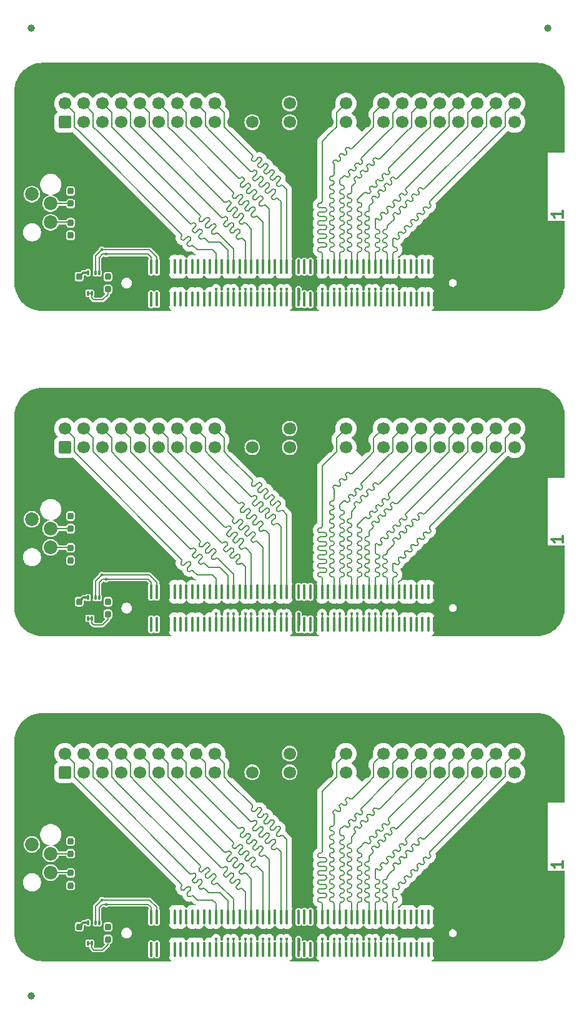
<source format=gtl>
G04 #@! TF.GenerationSoftware,KiCad,Pcbnew,8.0.6*
G04 #@! TF.CreationDate,2024-11-07T02:27:35-08:00*
G04 #@! TF.ProjectId,mse-50-idc-panel,6d73652d-3530-42d6-9964-632d70616e65,1*
G04 #@! TF.SameCoordinates,Original*
G04 #@! TF.FileFunction,Copper,L1,Top*
G04 #@! TF.FilePolarity,Positive*
%FSLAX46Y46*%
G04 Gerber Fmt 4.6, Leading zero omitted, Abs format (unit mm)*
G04 Created by KiCad (PCBNEW 8.0.6) date 2024-11-07 02:27:35*
%MOMM*%
%LPD*%
G01*
G04 APERTURE LIST*
G04 Aperture macros list*
%AMRoundRect*
0 Rectangle with rounded corners*
0 $1 Rounding radius*
0 $2 $3 $4 $5 $6 $7 $8 $9 X,Y pos of 4 corners*
0 Add a 4 corners polygon primitive as box body*
4,1,4,$2,$3,$4,$5,$6,$7,$8,$9,$2,$3,0*
0 Add four circle primitives for the rounded corners*
1,1,$1+$1,$2,$3*
1,1,$1+$1,$4,$5*
1,1,$1+$1,$6,$7*
1,1,$1+$1,$8,$9*
0 Add four rect primitives between the rounded corners*
20,1,$1+$1,$2,$3,$4,$5,0*
20,1,$1+$1,$4,$5,$6,$7,0*
20,1,$1+$1,$6,$7,$8,$9,0*
20,1,$1+$1,$8,$9,$2,$3,0*%
G04 Aperture macros list end*
%ADD10C,0.300000*%
G04 #@! TA.AperFunction,NonConductor*
%ADD11C,0.300000*%
G04 #@! TD*
G04 #@! TA.AperFunction,ComponentPad*
%ADD12RoundRect,0.250000X0.600000X-0.600000X0.600000X0.600000X-0.600000X0.600000X-0.600000X-0.600000X0*%
G04 #@! TD*
G04 #@! TA.AperFunction,ComponentPad*
%ADD13C,1.700000*%
G04 #@! TD*
G04 #@! TA.AperFunction,ComponentPad*
%ADD14C,6.400000*%
G04 #@! TD*
G04 #@! TA.AperFunction,SMDPad,CuDef*
%ADD15RoundRect,0.046875X0.103125X-0.253125X0.103125X0.253125X-0.103125X0.253125X-0.103125X-0.253125X0*%
G04 #@! TD*
G04 #@! TA.AperFunction,SMDPad,CuDef*
%ADD16RoundRect,0.250000X0.550000X-0.550000X0.550000X0.550000X-0.550000X0.550000X-0.550000X-0.550000X0*%
G04 #@! TD*
G04 #@! TA.AperFunction,SMDPad,CuDef*
%ADD17RoundRect,0.200000X-0.200000X0.250000X-0.200000X-0.250000X0.200000X-0.250000X0.200000X0.250000X0*%
G04 #@! TD*
G04 #@! TA.AperFunction,ComponentPad*
%ADD18C,1.850000*%
G04 #@! TD*
G04 #@! TA.AperFunction,SMDPad,CuDef*
%ADD19RoundRect,0.200000X0.200000X-0.250000X0.200000X0.250000X-0.200000X0.250000X-0.200000X-0.250000X0*%
G04 #@! TD*
G04 #@! TA.AperFunction,SMDPad,CuDef*
%ADD20RoundRect,0.100000X0.100000X0.900000X-0.100000X0.900000X-0.100000X-0.900000X0.100000X-0.900000X0*%
G04 #@! TD*
G04 #@! TA.AperFunction,SMDPad,CuDef*
%ADD21C,1.000000*%
G04 #@! TD*
G04 #@! TA.AperFunction,ViaPad*
%ADD22C,0.450000*%
G04 #@! TD*
G04 #@! TA.AperFunction,Conductor*
%ADD23C,0.300000*%
G04 #@! TD*
G04 #@! TA.AperFunction,Conductor*
%ADD24C,0.151400*%
G04 #@! TD*
G04 #@! TA.AperFunction,Conductor*
%ADD25C,0.400000*%
G04 #@! TD*
G04 #@! TA.AperFunction,Conductor*
%ADD26C,0.200000*%
G04 #@! TD*
G04 APERTURE END LIST*
D10*
D11*
X-499172Y20730573D02*
X-499172Y19873430D01*
X-499172Y20302001D02*
X-1999172Y20302001D01*
X-1999172Y20302001D02*
X-1784886Y20159144D01*
X-1784886Y20159144D02*
X-1642029Y20016287D01*
X-1642029Y20016287D02*
X-1570600Y19873430D01*
D10*
D11*
X-499172Y108730573D02*
X-499172Y107873430D01*
X-499172Y108302001D02*
X-1999172Y108302001D01*
X-1999172Y108302001D02*
X-1784886Y108159144D01*
X-1784886Y108159144D02*
X-1642029Y108016287D01*
X-1642029Y108016287D02*
X-1570600Y107873430D01*
D10*
D11*
X-499172Y64730573D02*
X-499172Y63873430D01*
X-499172Y64302001D02*
X-1999172Y64302001D01*
X-1999172Y64302001D02*
X-1784886Y64159144D01*
X-1784886Y64159144D02*
X-1642029Y64016287D01*
X-1642029Y64016287D02*
X-1570600Y63873430D01*
D12*
G04 #@! TO.P,J2,1,Pin_1*
G04 #@! TO.N,Board_2-/CON.DB0+*
X-67980000Y32762000D03*
D13*
G04 #@! TO.P,J2,2,Pin_2*
G04 #@! TO.N,Board_2-/CON.DB0-*
X-67980000Y35302000D03*
G04 #@! TO.P,J2,3,Pin_3*
G04 #@! TO.N,Board_2-/CON.DB1+*
X-65440000Y32762000D03*
G04 #@! TO.P,J2,4,Pin_4*
G04 #@! TO.N,Board_2-/CON.DB1-*
X-65440000Y35302000D03*
G04 #@! TO.P,J2,5,Pin_5*
G04 #@! TO.N,Board_2-/CON.DB2+*
X-62900001Y32762000D03*
G04 #@! TO.P,J2,6,Pin_6*
G04 #@! TO.N,Board_2-/CON.DB2-*
X-62900000Y35302000D03*
G04 #@! TO.P,J2,7,Pin_7*
G04 #@! TO.N,Board_2-/CON.DB3+*
X-60360000Y32762000D03*
G04 #@! TO.P,J2,8,Pin_8*
G04 #@! TO.N,Board_2-/CON.DB3-*
X-60360000Y35302000D03*
G04 #@! TO.P,J2,9,Pin_9*
G04 #@! TO.N,Board_2-/CON.DB4+*
X-57820000Y32762000D03*
G04 #@! TO.P,J2,10,Pin_10*
G04 #@! TO.N,Board_2-/CON.DB4-*
X-57820000Y35302000D03*
G04 #@! TO.P,J2,11,Pin_11*
G04 #@! TO.N,Board_2-/CON.DB5+*
X-55280000Y32762000D03*
G04 #@! TO.P,J2,12,Pin_12*
G04 #@! TO.N,Board_2-/CON.DB5-*
X-55280000Y35302000D03*
G04 #@! TO.P,J2,13,Pin_13*
G04 #@! TO.N,Board_2-/CON.DB6+*
X-52740000Y32762000D03*
G04 #@! TO.P,J2,14,Pin_14*
G04 #@! TO.N,Board_2-/CON.DB6-*
X-52740000Y35302000D03*
G04 #@! TO.P,J2,15,Pin_15*
G04 #@! TO.N,Board_2-/CON.DB7+*
X-50199999Y32762000D03*
G04 #@! TO.P,J2,16,Pin_16*
G04 #@! TO.N,Board_2-/CON.DB7-*
X-50200000Y35302000D03*
G04 #@! TO.P,J2,17,Pin_17*
G04 #@! TO.N,Board_2-/CON.DP0+*
X-47660000Y32762000D03*
G04 #@! TO.P,J2,18,Pin_18*
G04 #@! TO.N,Board_2-/CON.DP0-*
X-47660000Y35302000D03*
G04 #@! TO.P,J2,19,Pin_19*
G04 #@! TO.N,Board_2-GND*
X-45120000Y32762000D03*
G04 #@! TO.P,J2,20,Pin_20*
X-45120000Y35302000D03*
G04 #@! TO.P,J2,21,Pin_21*
G04 #@! TO.N,Board_2-/CON.DIFFSENSE*
X-42580000Y32762000D03*
G04 #@! TO.P,J2,22,Pin_22*
G04 #@! TO.N,Board_2-GND*
X-42580000Y35302000D03*
G04 #@! TO.P,J2,23,Pin_23*
X-40040001Y32762000D03*
G04 #@! TO.P,J2,24,Pin_24*
X-40040000Y35302000D03*
G04 #@! TO.P,J2,25,Pin_25*
G04 #@! TO.N,Board_2-unconnected-(J2-Pin_25-Pad25)*
X-37500000Y32762000D03*
G04 #@! TO.P,J2,26,Pin_26*
G04 #@! TO.N,Board_2-/CON.TERMPWR*
X-37500000Y35302000D03*
G04 #@! TO.P,J2,27,Pin_27*
G04 #@! TO.N,Board_2-GND*
X-34960000Y32762000D03*
G04 #@! TO.P,J2,28,Pin_28*
X-34960000Y35302000D03*
G04 #@! TO.P,J2,29,Pin_29*
X-32420000Y32762000D03*
G04 #@! TO.P,J2,30,Pin_30*
X-32420000Y35302000D03*
G04 #@! TO.P,J2,31,Pin_31*
G04 #@! TO.N,Board_2-/CON.ATN+*
X-29880001Y32762000D03*
G04 #@! TO.P,J2,32,Pin_32*
G04 #@! TO.N,Board_2-/CON.ATN-*
X-29880000Y35302000D03*
G04 #@! TO.P,J2,33,Pin_33*
G04 #@! TO.N,Board_2-GND*
X-27339999Y32762000D03*
G04 #@! TO.P,J2,34,Pin_34*
X-27340000Y35302000D03*
G04 #@! TO.P,J2,35,Pin_35*
G04 #@! TO.N,Board_2-/CON.BSY+*
X-24800000Y32762000D03*
G04 #@! TO.P,J2,36,Pin_36*
G04 #@! TO.N,Board_2-/CON.BSY-*
X-24800000Y35302000D03*
G04 #@! TO.P,J2,37,Pin_37*
G04 #@! TO.N,Board_2-/CON.ACK+*
X-22260000Y32762000D03*
G04 #@! TO.P,J2,38,Pin_38*
G04 #@! TO.N,Board_2-/CON.ACK-*
X-22260000Y35302000D03*
G04 #@! TO.P,J2,39,Pin_39*
G04 #@! TO.N,Board_2-/CON.RST+*
X-19720000Y32762000D03*
G04 #@! TO.P,J2,40,Pin_40*
G04 #@! TO.N,Board_2-/CON.RST-*
X-19720000Y35302000D03*
G04 #@! TO.P,J2,41,Pin_41*
G04 #@! TO.N,Board_2-/CON.MSG+*
X-17180001Y32762000D03*
G04 #@! TO.P,J2,42,Pin_42*
G04 #@! TO.N,Board_2-/CON.MSG-*
X-17180000Y35302000D03*
G04 #@! TO.P,J2,43,Pin_43*
G04 #@! TO.N,Board_2-/CON.SEL+*
X-14640000Y32762000D03*
G04 #@! TO.P,J2,44,Pin_44*
G04 #@! TO.N,Board_2-/CON.SEL-*
X-14640000Y35302000D03*
G04 #@! TO.P,J2,45,Pin_45*
G04 #@! TO.N,Board_2-/CON.C{slash}D+*
X-12100000Y32762000D03*
G04 #@! TO.P,J2,46,Pin_46*
G04 #@! TO.N,Board_2-/CON.C{slash}D-*
X-12100000Y35302000D03*
G04 #@! TO.P,J2,47,Pin_47*
G04 #@! TO.N,Board_2-/CON.REQ+*
X-9560000Y32762000D03*
G04 #@! TO.P,J2,48,Pin_48*
G04 #@! TO.N,Board_2-/CON.REQ-*
X-9560000Y35302000D03*
G04 #@! TO.P,J2,49,Pin_49*
G04 #@! TO.N,Board_2-/CON.I{slash}O+*
X-7020001Y32762000D03*
G04 #@! TO.P,J2,50,Pin_50*
G04 #@! TO.N,Board_2-/CON.I{slash}O-*
X-7020000Y35302000D03*
G04 #@! TD*
D14*
G04 #@! TO.P,H3,1,1*
G04 #@! TO.N,Board_2-GND*
X-71000000Y11002000D03*
G04 #@! TD*
D15*
G04 #@! TO.P,U1,1,E0*
G04 #@! TO.N,Board_0-Net-(U1-E0)*
X-64850001Y97602000D03*
G04 #@! TO.P,U1,2,E1*
X-64350000Y97602000D03*
G04 #@! TO.P,U1,3,E2*
G04 #@! TO.N,Board_0-GND*
X-63850000Y97602000D03*
G04 #@! TO.P,U1,4,VSS*
X-63349999Y97602000D03*
G04 #@! TO.P,U1,5,SDA*
G04 #@! TO.N,Board_0-/PHY.ID_SDA*
X-63349999Y100402000D03*
G04 #@! TO.P,U1,6,SCL*
G04 #@! TO.N,Board_0-/PHY.ID_SCL*
X-63850000Y100402000D03*
G04 #@! TO.P,U1,7,~{WC}*
G04 #@! TO.N,Board_0-GND*
X-64350000Y100402000D03*
G04 #@! TO.P,U1,8,VCC*
G04 #@! TO.N,Board_0-+3V3*
X-64850001Y100402000D03*
D16*
G04 #@! TO.P,U1,EP,VSS*
G04 #@! TO.N,Board_0-GND*
X-64100000Y99002000D03*
G04 #@! TD*
D12*
G04 #@! TO.P,J2,1,Pin_1*
G04 #@! TO.N,Board_1-/CON.DB0+*
X-67980000Y76762000D03*
D13*
G04 #@! TO.P,J2,2,Pin_2*
G04 #@! TO.N,Board_1-/CON.DB0-*
X-67980000Y79302000D03*
G04 #@! TO.P,J2,3,Pin_3*
G04 #@! TO.N,Board_1-/CON.DB1+*
X-65440000Y76762000D03*
G04 #@! TO.P,J2,4,Pin_4*
G04 #@! TO.N,Board_1-/CON.DB1-*
X-65440000Y79302000D03*
G04 #@! TO.P,J2,5,Pin_5*
G04 #@! TO.N,Board_1-/CON.DB2+*
X-62900001Y76762000D03*
G04 #@! TO.P,J2,6,Pin_6*
G04 #@! TO.N,Board_1-/CON.DB2-*
X-62900000Y79302000D03*
G04 #@! TO.P,J2,7,Pin_7*
G04 #@! TO.N,Board_1-/CON.DB3+*
X-60360000Y76762000D03*
G04 #@! TO.P,J2,8,Pin_8*
G04 #@! TO.N,Board_1-/CON.DB3-*
X-60360000Y79302000D03*
G04 #@! TO.P,J2,9,Pin_9*
G04 #@! TO.N,Board_1-/CON.DB4+*
X-57820000Y76762000D03*
G04 #@! TO.P,J2,10,Pin_10*
G04 #@! TO.N,Board_1-/CON.DB4-*
X-57820000Y79302000D03*
G04 #@! TO.P,J2,11,Pin_11*
G04 #@! TO.N,Board_1-/CON.DB5+*
X-55280000Y76762000D03*
G04 #@! TO.P,J2,12,Pin_12*
G04 #@! TO.N,Board_1-/CON.DB5-*
X-55280000Y79302000D03*
G04 #@! TO.P,J2,13,Pin_13*
G04 #@! TO.N,Board_1-/CON.DB6+*
X-52740000Y76762000D03*
G04 #@! TO.P,J2,14,Pin_14*
G04 #@! TO.N,Board_1-/CON.DB6-*
X-52740000Y79302000D03*
G04 #@! TO.P,J2,15,Pin_15*
G04 #@! TO.N,Board_1-/CON.DB7+*
X-50199999Y76762000D03*
G04 #@! TO.P,J2,16,Pin_16*
G04 #@! TO.N,Board_1-/CON.DB7-*
X-50200000Y79302000D03*
G04 #@! TO.P,J2,17,Pin_17*
G04 #@! TO.N,Board_1-/CON.DP0+*
X-47660000Y76762000D03*
G04 #@! TO.P,J2,18,Pin_18*
G04 #@! TO.N,Board_1-/CON.DP0-*
X-47660000Y79302000D03*
G04 #@! TO.P,J2,19,Pin_19*
G04 #@! TO.N,Board_1-GND*
X-45120000Y76762000D03*
G04 #@! TO.P,J2,20,Pin_20*
X-45120000Y79302000D03*
G04 #@! TO.P,J2,21,Pin_21*
G04 #@! TO.N,Board_1-/CON.DIFFSENSE*
X-42580000Y76762000D03*
G04 #@! TO.P,J2,22,Pin_22*
G04 #@! TO.N,Board_1-GND*
X-42580000Y79302000D03*
G04 #@! TO.P,J2,23,Pin_23*
X-40040001Y76762000D03*
G04 #@! TO.P,J2,24,Pin_24*
X-40040000Y79302000D03*
G04 #@! TO.P,J2,25,Pin_25*
G04 #@! TO.N,Board_1-unconnected-(J2-Pin_25-Pad25)*
X-37500000Y76762000D03*
G04 #@! TO.P,J2,26,Pin_26*
G04 #@! TO.N,Board_1-/CON.TERMPWR*
X-37500000Y79302000D03*
G04 #@! TO.P,J2,27,Pin_27*
G04 #@! TO.N,Board_1-GND*
X-34960000Y76762000D03*
G04 #@! TO.P,J2,28,Pin_28*
X-34960000Y79302000D03*
G04 #@! TO.P,J2,29,Pin_29*
X-32420000Y76762000D03*
G04 #@! TO.P,J2,30,Pin_30*
X-32420000Y79302000D03*
G04 #@! TO.P,J2,31,Pin_31*
G04 #@! TO.N,Board_1-/CON.ATN+*
X-29880001Y76762000D03*
G04 #@! TO.P,J2,32,Pin_32*
G04 #@! TO.N,Board_1-/CON.ATN-*
X-29880000Y79302000D03*
G04 #@! TO.P,J2,33,Pin_33*
G04 #@! TO.N,Board_1-GND*
X-27339999Y76762000D03*
G04 #@! TO.P,J2,34,Pin_34*
X-27340000Y79302000D03*
G04 #@! TO.P,J2,35,Pin_35*
G04 #@! TO.N,Board_1-/CON.BSY+*
X-24800000Y76762000D03*
G04 #@! TO.P,J2,36,Pin_36*
G04 #@! TO.N,Board_1-/CON.BSY-*
X-24800000Y79302000D03*
G04 #@! TO.P,J2,37,Pin_37*
G04 #@! TO.N,Board_1-/CON.ACK+*
X-22260000Y76762000D03*
G04 #@! TO.P,J2,38,Pin_38*
G04 #@! TO.N,Board_1-/CON.ACK-*
X-22260000Y79302000D03*
G04 #@! TO.P,J2,39,Pin_39*
G04 #@! TO.N,Board_1-/CON.RST+*
X-19720000Y76762000D03*
G04 #@! TO.P,J2,40,Pin_40*
G04 #@! TO.N,Board_1-/CON.RST-*
X-19720000Y79302000D03*
G04 #@! TO.P,J2,41,Pin_41*
G04 #@! TO.N,Board_1-/CON.MSG+*
X-17180001Y76762000D03*
G04 #@! TO.P,J2,42,Pin_42*
G04 #@! TO.N,Board_1-/CON.MSG-*
X-17180000Y79302000D03*
G04 #@! TO.P,J2,43,Pin_43*
G04 #@! TO.N,Board_1-/CON.SEL+*
X-14640000Y76762000D03*
G04 #@! TO.P,J2,44,Pin_44*
G04 #@! TO.N,Board_1-/CON.SEL-*
X-14640000Y79302000D03*
G04 #@! TO.P,J2,45,Pin_45*
G04 #@! TO.N,Board_1-/CON.C{slash}D+*
X-12100000Y76762000D03*
G04 #@! TO.P,J2,46,Pin_46*
G04 #@! TO.N,Board_1-/CON.C{slash}D-*
X-12100000Y79302000D03*
G04 #@! TO.P,J2,47,Pin_47*
G04 #@! TO.N,Board_1-/CON.REQ+*
X-9560000Y76762000D03*
G04 #@! TO.P,J2,48,Pin_48*
G04 #@! TO.N,Board_1-/CON.REQ-*
X-9560000Y79302000D03*
G04 #@! TO.P,J2,49,Pin_49*
G04 #@! TO.N,Board_1-/CON.I{slash}O+*
X-7020001Y76762000D03*
G04 #@! TO.P,J2,50,Pin_50*
G04 #@! TO.N,Board_1-/CON.I{slash}O-*
X-7020000Y79302000D03*
G04 #@! TD*
D17*
G04 #@! TO.P,R2,1*
G04 #@! TO.N,Board_2-+3V3*
X-67200000Y23452000D03*
G04 #@! TO.P,R2,2*
G04 #@! TO.N,Board_2-/PHY.ID_SDA*
X-67200000Y21752000D03*
G04 #@! TD*
D18*
G04 #@! TO.P,J3,1,Pin_1*
G04 #@! TO.N,Board_1-+3V3*
X-72440000Y67012000D03*
G04 #@! TO.P,J3,2,Pin_2*
G04 #@! TO.N,Board_1-/PHY.ID_SDA*
X-69900000Y65742000D03*
G04 #@! TO.P,J3,3,Pin_3*
G04 #@! TO.N,Board_1-GND*
X-72440000Y64472000D03*
G04 #@! TO.P,J3,4,Pin_4*
G04 #@! TO.N,Board_1-/PHY.ID_SCL*
X-69900000Y63202000D03*
G04 #@! TD*
D17*
G04 #@! TO.P,R2,1*
G04 #@! TO.N,Board_0-+3V3*
X-67200000Y111452000D03*
G04 #@! TO.P,R2,2*
G04 #@! TO.N,Board_0-/PHY.ID_SDA*
X-67200000Y109752000D03*
G04 #@! TD*
D19*
G04 #@! TO.P,R1,1*
G04 #@! TO.N,Board_1-Net-(U1-E0)*
X-62150000Y54152000D03*
G04 #@! TO.P,R1,2*
G04 #@! TO.N,Board_1-+3V3*
X-62150000Y55852000D03*
G04 #@! TD*
D17*
G04 #@! TO.P,R2,1*
G04 #@! TO.N,Board_1-+3V3*
X-67200000Y67452000D03*
G04 #@! TO.P,R2,2*
G04 #@! TO.N,Board_1-/PHY.ID_SDA*
X-67200000Y65752000D03*
G04 #@! TD*
D20*
G04 #@! TO.P,J1,1,Pin_1*
G04 #@! TO.N,Board_2-GND*
X-57100000Y8802000D03*
G04 #@! TO.P,J1,2,Pin_2*
X-57100000Y13202000D03*
G04 #@! TO.P,J1,3,Pin_3*
G04 #@! TO.N,Board_2-+3V3*
X-56300000Y8802001D03*
G04 #@! TO.P,J1,4,Pin_4*
G04 #@! TO.N,Board_2-/PHY.ID_SDA*
X-56300000Y13201999D03*
G04 #@! TO.P,J1,5,Pin_5*
G04 #@! TO.N,Board_2-unconnected-(J1-Pin_5-Pad5)*
X-55500000Y8802000D03*
G04 #@! TO.P,J1,6,Pin_6*
G04 #@! TO.N,Board_2-/PHY.ID_SCL*
X-55500000Y13202000D03*
G04 #@! TO.P,J1,7,Pin_7*
G04 #@! TO.N,Board_2-GND*
X-54700001Y8802000D03*
G04 #@! TO.P,J1,8,Pin_8*
X-54700001Y13202000D03*
G04 #@! TO.P,J1,9,Pin_9*
X-53900000Y8802000D03*
G04 #@! TO.P,J1,10,Pin_10*
X-53900000Y13202000D03*
G04 #@! TO.P,J1,11,Pin_11*
G04 #@! TO.N,Board_2-/CON.DB12+*
X-53100000Y8802000D03*
G04 #@! TO.P,J1,12,Pin_12*
G04 #@! TO.N,Board_2-/CON.DB12-*
X-53100000Y13202000D03*
G04 #@! TO.P,J1,13,Pin_13*
G04 #@! TO.N,Board_2-/CON.DB13+*
X-52299999Y8802000D03*
G04 #@! TO.P,J1,14,Pin_14*
G04 #@! TO.N,Board_2-/CON.DB13-*
X-52299999Y13202000D03*
G04 #@! TO.P,J1,15,Pin_15*
G04 #@! TO.N,Board_2-GND*
X-51500000Y8802000D03*
G04 #@! TO.P,J1,16,Pin_16*
X-51500000Y13202000D03*
G04 #@! TO.P,J1,17,Pin_17*
G04 #@! TO.N,Board_2-/CON.DB14+*
X-50700000Y8802001D03*
G04 #@! TO.P,J1,18,Pin_18*
G04 #@! TO.N,Board_2-/CON.DB14-*
X-50700000Y13201999D03*
G04 #@! TO.P,J1,19,Pin_19*
G04 #@! TO.N,Board_2-/CON.DB15+*
X-49900000Y8802000D03*
G04 #@! TO.P,J1,20,Pin_20*
G04 #@! TO.N,Board_2-/CON.DB15-*
X-49900000Y13202000D03*
G04 #@! TO.P,J1,21,Pin_21*
G04 #@! TO.N,Board_2-GND*
X-49100000Y8802000D03*
G04 #@! TO.P,J1,22,Pin_22*
X-49100000Y13202000D03*
G04 #@! TO.P,J1,23,Pin_23*
G04 #@! TO.N,Board_2-/CON.DP1+*
X-48300000Y8802000D03*
G04 #@! TO.P,J1,24,Pin_24*
G04 #@! TO.N,Board_2-/CON.DP1-*
X-48300000Y13202000D03*
G04 #@! TO.P,J1,25,Pin_25*
G04 #@! TO.N,Board_2-/CON.DB0+*
X-47500000Y8802000D03*
G04 #@! TO.P,J1,26,Pin_26*
G04 #@! TO.N,Board_2-/CON.DB0-*
X-47500000Y13202000D03*
G04 #@! TO.P,J1,27,Pin_27*
G04 #@! TO.N,Board_2-GND*
X-46699999Y8802000D03*
G04 #@! TO.P,J1,28,Pin_28*
X-46699999Y13202000D03*
G04 #@! TO.P,J1,29,Pin_29*
G04 #@! TO.N,Board_2-/CON.DB1+*
X-45900000Y8802000D03*
G04 #@! TO.P,J1,30,Pin_30*
G04 #@! TO.N,Board_2-/CON.DB1-*
X-45900000Y13202000D03*
G04 #@! TO.P,J1,31,Pin_31*
G04 #@! TO.N,Board_2-/CON.DB2+*
X-45100000Y8802001D03*
G04 #@! TO.P,J1,32,Pin_32*
G04 #@! TO.N,Board_2-/CON.DB2-*
X-45100000Y13201999D03*
G04 #@! TO.P,J1,33,Pin_33*
G04 #@! TO.N,Board_2-GND*
X-44300000Y8802000D03*
G04 #@! TO.P,J1,34,Pin_34*
X-44300000Y13202000D03*
G04 #@! TO.P,J1,35,Pin_35*
G04 #@! TO.N,Board_2-/CON.DB3+*
X-43500000Y8802000D03*
G04 #@! TO.P,J1,36,Pin_36*
G04 #@! TO.N,Board_2-/CON.DB3-*
X-43500000Y13202000D03*
G04 #@! TO.P,J1,37,Pin_37*
G04 #@! TO.N,Board_2-/CON.DB4+*
X-42700000Y8802000D03*
G04 #@! TO.P,J1,38,Pin_38*
G04 #@! TO.N,Board_2-/CON.DB4-*
X-42700000Y13202000D03*
G04 #@! TO.P,J1,39,Pin_39*
G04 #@! TO.N,Board_2-GND*
X-41900000Y8802000D03*
G04 #@! TO.P,J1,40,Pin_40*
X-41900000Y13202000D03*
G04 #@! TO.P,J1,41,Pin_41*
G04 #@! TO.N,Board_2-/CON.DB5+*
X-41099999Y8802000D03*
G04 #@! TO.P,J1,42,Pin_42*
G04 #@! TO.N,Board_2-/CON.DB5-*
X-41099999Y13202000D03*
G04 #@! TO.P,J1,43,Pin_43*
G04 #@! TO.N,Board_2-/CON.DB6+*
X-40300000Y8802000D03*
G04 #@! TO.P,J1,44,Pin_44*
G04 #@! TO.N,Board_2-/CON.DB6-*
X-40300000Y13202000D03*
G04 #@! TO.P,J1,45,Pin_45*
G04 #@! TO.N,Board_2-GND*
X-39500000Y8802001D03*
G04 #@! TO.P,J1,46,Pin_46*
X-39500000Y13201999D03*
G04 #@! TO.P,J1,47,Pin_47*
G04 #@! TO.N,Board_2-/CON.DB7+*
X-38700000Y8802000D03*
G04 #@! TO.P,J1,48,Pin_48*
G04 #@! TO.N,Board_2-/CON.DB7-*
X-38700000Y13202000D03*
G04 #@! TO.P,J1,49,Pin_49*
G04 #@! TO.N,Board_2-/CON.DP0+*
X-37900000Y8802000D03*
G04 #@! TO.P,J1,50,Pin_50*
G04 #@! TO.N,Board_2-/CON.DP0-*
X-37900000Y13202000D03*
G04 #@! TO.P,J1,51,Pin_51*
G04 #@! TO.N,Board_2-GND*
X-37100000Y8802000D03*
G04 #@! TO.P,J1,52,Pin_52*
X-37100000Y13202000D03*
G04 #@! TO.P,J1,53,Pin_53*
G04 #@! TO.N,Board_2-/CON.DIFFSENSE*
X-36300000Y8802000D03*
G04 #@! TO.P,J1,54,Pin_54*
G04 #@! TO.N,Board_2-unconnected-(J1-Pin_54-Pad54)*
X-36300000Y13202000D03*
G04 #@! TO.P,J1,55,Pin_55*
G04 #@! TO.N,Board_2-/CON.TERMPWR*
X-35500000Y8802001D03*
G04 #@! TO.P,J1,56,Pin_56*
X-35500000Y13201999D03*
G04 #@! TO.P,J1,57,Pin_57*
X-34700000Y8802000D03*
G04 #@! TO.P,J1,58,Pin_58*
X-34700000Y13202000D03*
G04 #@! TO.P,J1,59,Pin_59*
G04 #@! TO.N,Board_2-GND*
X-33900001Y8802000D03*
G04 #@! TO.P,J1,60,Pin_60*
X-33900001Y13202000D03*
G04 #@! TO.P,J1,61,Pin_61*
G04 #@! TO.N,Board_2-/CON.ATN+*
X-33100000Y8802000D03*
G04 #@! TO.P,J1,62,Pin_62*
G04 #@! TO.N,Board_2-/CON.ATN-*
X-33100000Y13202000D03*
G04 #@! TO.P,J1,63,Pin_63*
G04 #@! TO.N,Board_2-GND*
X-32300000Y8802000D03*
G04 #@! TO.P,J1,64,Pin_64*
X-32300000Y13202000D03*
G04 #@! TO.P,J1,65,Pin_65*
G04 #@! TO.N,Board_2-/CON.BSY+*
X-31500000Y8802000D03*
G04 #@! TO.P,J1,66,Pin_66*
G04 #@! TO.N,Board_2-/CON.BSY-*
X-31500000Y13202000D03*
G04 #@! TO.P,J1,67,Pin_67*
G04 #@! TO.N,Board_2-/CON.ACK+*
X-30700000Y8802000D03*
G04 #@! TO.P,J1,68,Pin_68*
G04 #@! TO.N,Board_2-/CON.ACK-*
X-30700000Y13202000D03*
G04 #@! TO.P,J1,69,Pin_69*
G04 #@! TO.N,Board_2-GND*
X-29900000Y8802001D03*
G04 #@! TO.P,J1,70,Pin_70*
X-29900000Y13201999D03*
G04 #@! TO.P,J1,71,Pin_71*
G04 #@! TO.N,Board_2-/CON.RST+*
X-29100000Y8802000D03*
G04 #@! TO.P,J1,72,Pin_72*
G04 #@! TO.N,Board_2-/CON.RST-*
X-29100000Y13202000D03*
G04 #@! TO.P,J1,73,Pin_73*
G04 #@! TO.N,Board_2-/CON.MSG+*
X-28300001Y8802000D03*
G04 #@! TO.P,J1,74,Pin_74*
G04 #@! TO.N,Board_2-/CON.MSG-*
X-28300001Y13202000D03*
G04 #@! TO.P,J1,75,Pin_75*
G04 #@! TO.N,Board_2-GND*
X-27500000Y8802000D03*
G04 #@! TO.P,J1,76,Pin_76*
X-27500000Y13202000D03*
G04 #@! TO.P,J1,77,Pin_77*
G04 #@! TO.N,Board_2-/CON.SEL+*
X-26700000Y8802000D03*
G04 #@! TO.P,J1,78,Pin_78*
G04 #@! TO.N,Board_2-/CON.SEL-*
X-26700000Y13202000D03*
G04 #@! TO.P,J1,79,Pin_79*
G04 #@! TO.N,Board_2-/CON.C{slash}D+*
X-25900000Y8802000D03*
G04 #@! TO.P,J1,80,Pin_80*
G04 #@! TO.N,Board_2-/CON.C{slash}D-*
X-25900000Y13202000D03*
G04 #@! TO.P,J1,81,Pin_81*
G04 #@! TO.N,Board_2-GND*
X-25100000Y8802000D03*
G04 #@! TO.P,J1,82,Pin_82*
X-25100000Y13202000D03*
G04 #@! TO.P,J1,83,Pin_83*
G04 #@! TO.N,Board_2-/CON.REQ+*
X-24300000Y8802001D03*
G04 #@! TO.P,J1,84,Pin_84*
G04 #@! TO.N,Board_2-/CON.REQ-*
X-24300000Y13201999D03*
G04 #@! TO.P,J1,85,Pin_85*
G04 #@! TO.N,Board_2-/CON.I{slash}O+*
X-23500000Y8802000D03*
G04 #@! TO.P,J1,86,Pin_86*
G04 #@! TO.N,Board_2-/CON.I{slash}O-*
X-23500000Y13202000D03*
G04 #@! TO.P,J1,87,Pin_87*
G04 #@! TO.N,Board_2-GND*
X-22700001Y8802000D03*
G04 #@! TO.P,J1,88,Pin_88*
X-22700001Y13202000D03*
G04 #@! TO.P,J1,89,Pin_89*
G04 #@! TO.N,Board_2-/CON.DB8+*
X-21900000Y8802000D03*
G04 #@! TO.P,J1,90,Pin_90*
G04 #@! TO.N,Board_2-/CON.DB8-*
X-21900000Y13202000D03*
G04 #@! TO.P,J1,91,Pin_91*
G04 #@! TO.N,Board_2-/CON.DB9+*
X-21100000Y8802000D03*
G04 #@! TO.P,J1,92,Pin_92*
G04 #@! TO.N,Board_2-/CON.DB9-*
X-21100000Y13202000D03*
G04 #@! TO.P,J1,93,Pin_93*
G04 #@! TO.N,Board_2-GND*
X-20299999Y8802000D03*
G04 #@! TO.P,J1,94,Pin_94*
X-20299999Y13202000D03*
G04 #@! TO.P,J1,95,Pin_95*
G04 #@! TO.N,Board_2-/CON.DB10+*
X-19500000Y8802000D03*
G04 #@! TO.P,J1,96,Pin_96*
G04 #@! TO.N,Board_2-/CON.DB10-*
X-19500000Y13202000D03*
G04 #@! TO.P,J1,97,Pin_97*
G04 #@! TO.N,Board_2-/CON.DB11+*
X-18700000Y8802001D03*
G04 #@! TO.P,J1,98,Pin_98*
G04 #@! TO.N,Board_2-/CON.DB11-*
X-18700000Y13201999D03*
G04 #@! TO.P,J1,99,Pin_99*
G04 #@! TO.N,Board_2-GND*
X-17900000Y8802000D03*
G04 #@! TO.P,J1,100,Pin_100*
X-17900000Y13202000D03*
G04 #@! TD*
D19*
G04 #@! TO.P,R3,1*
G04 #@! TO.N,Board_0-+3V3*
X-67200000Y105452000D03*
G04 #@! TO.P,R3,2*
G04 #@! TO.N,Board_0-/PHY.ID_SCL*
X-67200000Y107152000D03*
G04 #@! TD*
G04 #@! TO.P,R1,1*
G04 #@! TO.N,Board_2-Net-(U1-E0)*
X-62150000Y10152000D03*
G04 #@! TO.P,R1,2*
G04 #@! TO.N,Board_2-+3V3*
X-62150000Y11852000D03*
G04 #@! TD*
D14*
G04 #@! TO.P,H4,1,1*
G04 #@! TO.N,Board_0-GND*
X-4000000Y99002000D03*
G04 #@! TD*
G04 #@! TO.P,H3,1,1*
G04 #@! TO.N,Board_0-GND*
X-71000000Y99002000D03*
G04 #@! TD*
D19*
G04 #@! TO.P,R1,1*
G04 #@! TO.N,Board_0-Net-(U1-E0)*
X-62150000Y98152000D03*
G04 #@! TO.P,R1,2*
G04 #@! TO.N,Board_0-+3V3*
X-62150000Y99852000D03*
G04 #@! TD*
G04 #@! TO.P,R3,1*
G04 #@! TO.N,Board_1-+3V3*
X-67200000Y61452000D03*
G04 #@! TO.P,R3,2*
G04 #@! TO.N,Board_1-/PHY.ID_SCL*
X-67200000Y63152000D03*
G04 #@! TD*
D21*
G04 #@! TO.P,KiKit_FID_T_1,*
G04 #@! TO.N,*
X-72500000Y133503500D03*
G04 #@! TD*
D14*
G04 #@! TO.P,H4,1,1*
G04 #@! TO.N,Board_2-GND*
X-4000000Y11002000D03*
G04 #@! TD*
D19*
G04 #@! TO.P,R3,1*
G04 #@! TO.N,Board_2-+3V3*
X-67200000Y17452000D03*
G04 #@! TO.P,R3,2*
G04 #@! TO.N,Board_2-/PHY.ID_SCL*
X-67200000Y19152000D03*
G04 #@! TD*
D15*
G04 #@! TO.P,U1,1,E0*
G04 #@! TO.N,Board_1-Net-(U1-E0)*
X-64850001Y53602000D03*
G04 #@! TO.P,U1,2,E1*
X-64350000Y53602000D03*
G04 #@! TO.P,U1,3,E2*
G04 #@! TO.N,Board_1-GND*
X-63850000Y53602000D03*
G04 #@! TO.P,U1,4,VSS*
X-63349999Y53602000D03*
G04 #@! TO.P,U1,5,SDA*
G04 #@! TO.N,Board_1-/PHY.ID_SDA*
X-63349999Y56402000D03*
G04 #@! TO.P,U1,6,SCL*
G04 #@! TO.N,Board_1-/PHY.ID_SCL*
X-63850000Y56402000D03*
G04 #@! TO.P,U1,7,~{WC}*
G04 #@! TO.N,Board_1-GND*
X-64350000Y56402000D03*
G04 #@! TO.P,U1,8,VCC*
G04 #@! TO.N,Board_1-+3V3*
X-64850001Y56402000D03*
D16*
G04 #@! TO.P,U1,EP,VSS*
G04 #@! TO.N,Board_1-GND*
X-64100000Y55002000D03*
G04 #@! TD*
D19*
G04 #@! TO.P,C1,1*
G04 #@! TO.N,Board_2-GND*
X-66050000Y10152000D03*
G04 #@! TO.P,C1,2*
G04 #@! TO.N,Board_2-+3V3*
X-66050000Y11852000D03*
G04 #@! TD*
D12*
G04 #@! TO.P,J2,1,Pin_1*
G04 #@! TO.N,Board_0-/CON.DB0+*
X-67980000Y120762000D03*
D13*
G04 #@! TO.P,J2,2,Pin_2*
G04 #@! TO.N,Board_0-/CON.DB0-*
X-67980000Y123302000D03*
G04 #@! TO.P,J2,3,Pin_3*
G04 #@! TO.N,Board_0-/CON.DB1+*
X-65440000Y120762000D03*
G04 #@! TO.P,J2,4,Pin_4*
G04 #@! TO.N,Board_0-/CON.DB1-*
X-65440000Y123302000D03*
G04 #@! TO.P,J2,5,Pin_5*
G04 #@! TO.N,Board_0-/CON.DB2+*
X-62900001Y120762000D03*
G04 #@! TO.P,J2,6,Pin_6*
G04 #@! TO.N,Board_0-/CON.DB2-*
X-62900000Y123302000D03*
G04 #@! TO.P,J2,7,Pin_7*
G04 #@! TO.N,Board_0-/CON.DB3+*
X-60360000Y120762000D03*
G04 #@! TO.P,J2,8,Pin_8*
G04 #@! TO.N,Board_0-/CON.DB3-*
X-60360000Y123302000D03*
G04 #@! TO.P,J2,9,Pin_9*
G04 #@! TO.N,Board_0-/CON.DB4+*
X-57820000Y120762000D03*
G04 #@! TO.P,J2,10,Pin_10*
G04 #@! TO.N,Board_0-/CON.DB4-*
X-57820000Y123302000D03*
G04 #@! TO.P,J2,11,Pin_11*
G04 #@! TO.N,Board_0-/CON.DB5+*
X-55280000Y120762000D03*
G04 #@! TO.P,J2,12,Pin_12*
G04 #@! TO.N,Board_0-/CON.DB5-*
X-55280000Y123302000D03*
G04 #@! TO.P,J2,13,Pin_13*
G04 #@! TO.N,Board_0-/CON.DB6+*
X-52740000Y120762000D03*
G04 #@! TO.P,J2,14,Pin_14*
G04 #@! TO.N,Board_0-/CON.DB6-*
X-52740000Y123302000D03*
G04 #@! TO.P,J2,15,Pin_15*
G04 #@! TO.N,Board_0-/CON.DB7+*
X-50199999Y120762000D03*
G04 #@! TO.P,J2,16,Pin_16*
G04 #@! TO.N,Board_0-/CON.DB7-*
X-50200000Y123302000D03*
G04 #@! TO.P,J2,17,Pin_17*
G04 #@! TO.N,Board_0-/CON.DP0+*
X-47660000Y120762000D03*
G04 #@! TO.P,J2,18,Pin_18*
G04 #@! TO.N,Board_0-/CON.DP0-*
X-47660000Y123302000D03*
G04 #@! TO.P,J2,19,Pin_19*
G04 #@! TO.N,Board_0-GND*
X-45120000Y120762000D03*
G04 #@! TO.P,J2,20,Pin_20*
X-45120000Y123302000D03*
G04 #@! TO.P,J2,21,Pin_21*
G04 #@! TO.N,Board_0-/CON.DIFFSENSE*
X-42580000Y120762000D03*
G04 #@! TO.P,J2,22,Pin_22*
G04 #@! TO.N,Board_0-GND*
X-42580000Y123302000D03*
G04 #@! TO.P,J2,23,Pin_23*
X-40040001Y120762000D03*
G04 #@! TO.P,J2,24,Pin_24*
X-40040000Y123302000D03*
G04 #@! TO.P,J2,25,Pin_25*
G04 #@! TO.N,Board_0-unconnected-(J2-Pin_25-Pad25)*
X-37500000Y120762000D03*
G04 #@! TO.P,J2,26,Pin_26*
G04 #@! TO.N,Board_0-/CON.TERMPWR*
X-37500000Y123302000D03*
G04 #@! TO.P,J2,27,Pin_27*
G04 #@! TO.N,Board_0-GND*
X-34960000Y120762000D03*
G04 #@! TO.P,J2,28,Pin_28*
X-34960000Y123302000D03*
G04 #@! TO.P,J2,29,Pin_29*
X-32420000Y120762000D03*
G04 #@! TO.P,J2,30,Pin_30*
X-32420000Y123302000D03*
G04 #@! TO.P,J2,31,Pin_31*
G04 #@! TO.N,Board_0-/CON.ATN+*
X-29880001Y120762000D03*
G04 #@! TO.P,J2,32,Pin_32*
G04 #@! TO.N,Board_0-/CON.ATN-*
X-29880000Y123302000D03*
G04 #@! TO.P,J2,33,Pin_33*
G04 #@! TO.N,Board_0-GND*
X-27339999Y120762000D03*
G04 #@! TO.P,J2,34,Pin_34*
X-27340000Y123302000D03*
G04 #@! TO.P,J2,35,Pin_35*
G04 #@! TO.N,Board_0-/CON.BSY+*
X-24800000Y120762000D03*
G04 #@! TO.P,J2,36,Pin_36*
G04 #@! TO.N,Board_0-/CON.BSY-*
X-24800000Y123302000D03*
G04 #@! TO.P,J2,37,Pin_37*
G04 #@! TO.N,Board_0-/CON.ACK+*
X-22260000Y120762000D03*
G04 #@! TO.P,J2,38,Pin_38*
G04 #@! TO.N,Board_0-/CON.ACK-*
X-22260000Y123302000D03*
G04 #@! TO.P,J2,39,Pin_39*
G04 #@! TO.N,Board_0-/CON.RST+*
X-19720000Y120762000D03*
G04 #@! TO.P,J2,40,Pin_40*
G04 #@! TO.N,Board_0-/CON.RST-*
X-19720000Y123302000D03*
G04 #@! TO.P,J2,41,Pin_41*
G04 #@! TO.N,Board_0-/CON.MSG+*
X-17180001Y120762000D03*
G04 #@! TO.P,J2,42,Pin_42*
G04 #@! TO.N,Board_0-/CON.MSG-*
X-17180000Y123302000D03*
G04 #@! TO.P,J2,43,Pin_43*
G04 #@! TO.N,Board_0-/CON.SEL+*
X-14640000Y120762000D03*
G04 #@! TO.P,J2,44,Pin_44*
G04 #@! TO.N,Board_0-/CON.SEL-*
X-14640000Y123302000D03*
G04 #@! TO.P,J2,45,Pin_45*
G04 #@! TO.N,Board_0-/CON.C{slash}D+*
X-12100000Y120762000D03*
G04 #@! TO.P,J2,46,Pin_46*
G04 #@! TO.N,Board_0-/CON.C{slash}D-*
X-12100000Y123302000D03*
G04 #@! TO.P,J2,47,Pin_47*
G04 #@! TO.N,Board_0-/CON.REQ+*
X-9560000Y120762000D03*
G04 #@! TO.P,J2,48,Pin_48*
G04 #@! TO.N,Board_0-/CON.REQ-*
X-9560000Y123302000D03*
G04 #@! TO.P,J2,49,Pin_49*
G04 #@! TO.N,Board_0-/CON.I{slash}O+*
X-7020001Y120762000D03*
G04 #@! TO.P,J2,50,Pin_50*
G04 #@! TO.N,Board_0-/CON.I{slash}O-*
X-7020000Y123302000D03*
G04 #@! TD*
D19*
G04 #@! TO.P,C1,1*
G04 #@! TO.N,Board_1-GND*
X-66050000Y54152000D03*
G04 #@! TO.P,C1,2*
G04 #@! TO.N,Board_1-+3V3*
X-66050000Y55852000D03*
G04 #@! TD*
D14*
G04 #@! TO.P,H4,1,1*
G04 #@! TO.N,Board_1-GND*
X-4000000Y55002000D03*
G04 #@! TD*
G04 #@! TO.P,H3,1,1*
G04 #@! TO.N,Board_1-GND*
X-71000000Y55002000D03*
G04 #@! TD*
D18*
G04 #@! TO.P,J3,1,Pin_1*
G04 #@! TO.N,Board_0-+3V3*
X-72440000Y111012000D03*
G04 #@! TO.P,J3,2,Pin_2*
G04 #@! TO.N,Board_0-/PHY.ID_SDA*
X-69900000Y109742000D03*
G04 #@! TO.P,J3,3,Pin_3*
G04 #@! TO.N,Board_0-GND*
X-72440000Y108472000D03*
G04 #@! TO.P,J3,4,Pin_4*
G04 #@! TO.N,Board_0-/PHY.ID_SCL*
X-69900000Y107202000D03*
G04 #@! TD*
G04 #@! TO.P,J3,1,Pin_1*
G04 #@! TO.N,Board_2-+3V3*
X-72440000Y23012000D03*
G04 #@! TO.P,J3,2,Pin_2*
G04 #@! TO.N,Board_2-/PHY.ID_SDA*
X-69900000Y21742000D03*
G04 #@! TO.P,J3,3,Pin_3*
G04 #@! TO.N,Board_2-GND*
X-72440000Y20472000D03*
G04 #@! TO.P,J3,4,Pin_4*
G04 #@! TO.N,Board_2-/PHY.ID_SCL*
X-69900000Y19202000D03*
G04 #@! TD*
D15*
G04 #@! TO.P,U1,1,E0*
G04 #@! TO.N,Board_2-Net-(U1-E0)*
X-64850001Y9602000D03*
G04 #@! TO.P,U1,2,E1*
X-64350000Y9602000D03*
G04 #@! TO.P,U1,3,E2*
G04 #@! TO.N,Board_2-GND*
X-63850000Y9602000D03*
G04 #@! TO.P,U1,4,VSS*
X-63349999Y9602000D03*
G04 #@! TO.P,U1,5,SDA*
G04 #@! TO.N,Board_2-/PHY.ID_SDA*
X-63349999Y12402000D03*
G04 #@! TO.P,U1,6,SCL*
G04 #@! TO.N,Board_2-/PHY.ID_SCL*
X-63850000Y12402000D03*
G04 #@! TO.P,U1,7,~{WC}*
G04 #@! TO.N,Board_2-GND*
X-64350000Y12402000D03*
G04 #@! TO.P,U1,8,VCC*
G04 #@! TO.N,Board_2-+3V3*
X-64850001Y12402000D03*
D16*
G04 #@! TO.P,U1,EP,VSS*
G04 #@! TO.N,Board_2-GND*
X-64100000Y11002000D03*
G04 #@! TD*
D20*
G04 #@! TO.P,J1,1,Pin_1*
G04 #@! TO.N,Board_1-GND*
X-57100000Y52802000D03*
G04 #@! TO.P,J1,2,Pin_2*
X-57100000Y57202000D03*
G04 #@! TO.P,J1,3,Pin_3*
G04 #@! TO.N,Board_1-+3V3*
X-56300000Y52802001D03*
G04 #@! TO.P,J1,4,Pin_4*
G04 #@! TO.N,Board_1-/PHY.ID_SDA*
X-56300000Y57201999D03*
G04 #@! TO.P,J1,5,Pin_5*
G04 #@! TO.N,Board_1-unconnected-(J1-Pin_5-Pad5)*
X-55500000Y52802000D03*
G04 #@! TO.P,J1,6,Pin_6*
G04 #@! TO.N,Board_1-/PHY.ID_SCL*
X-55500000Y57202000D03*
G04 #@! TO.P,J1,7,Pin_7*
G04 #@! TO.N,Board_1-GND*
X-54700001Y52802000D03*
G04 #@! TO.P,J1,8,Pin_8*
X-54700001Y57202000D03*
G04 #@! TO.P,J1,9,Pin_9*
X-53900000Y52802000D03*
G04 #@! TO.P,J1,10,Pin_10*
X-53900000Y57202000D03*
G04 #@! TO.P,J1,11,Pin_11*
G04 #@! TO.N,Board_1-/CON.DB12+*
X-53100000Y52802000D03*
G04 #@! TO.P,J1,12,Pin_12*
G04 #@! TO.N,Board_1-/CON.DB12-*
X-53100000Y57202000D03*
G04 #@! TO.P,J1,13,Pin_13*
G04 #@! TO.N,Board_1-/CON.DB13+*
X-52299999Y52802000D03*
G04 #@! TO.P,J1,14,Pin_14*
G04 #@! TO.N,Board_1-/CON.DB13-*
X-52299999Y57202000D03*
G04 #@! TO.P,J1,15,Pin_15*
G04 #@! TO.N,Board_1-GND*
X-51500000Y52802000D03*
G04 #@! TO.P,J1,16,Pin_16*
X-51500000Y57202000D03*
G04 #@! TO.P,J1,17,Pin_17*
G04 #@! TO.N,Board_1-/CON.DB14+*
X-50700000Y52802001D03*
G04 #@! TO.P,J1,18,Pin_18*
G04 #@! TO.N,Board_1-/CON.DB14-*
X-50700000Y57201999D03*
G04 #@! TO.P,J1,19,Pin_19*
G04 #@! TO.N,Board_1-/CON.DB15+*
X-49900000Y52802000D03*
G04 #@! TO.P,J1,20,Pin_20*
G04 #@! TO.N,Board_1-/CON.DB15-*
X-49900000Y57202000D03*
G04 #@! TO.P,J1,21,Pin_21*
G04 #@! TO.N,Board_1-GND*
X-49100000Y52802000D03*
G04 #@! TO.P,J1,22,Pin_22*
X-49100000Y57202000D03*
G04 #@! TO.P,J1,23,Pin_23*
G04 #@! TO.N,Board_1-/CON.DP1+*
X-48300000Y52802000D03*
G04 #@! TO.P,J1,24,Pin_24*
G04 #@! TO.N,Board_1-/CON.DP1-*
X-48300000Y57202000D03*
G04 #@! TO.P,J1,25,Pin_25*
G04 #@! TO.N,Board_1-/CON.DB0+*
X-47500000Y52802000D03*
G04 #@! TO.P,J1,26,Pin_26*
G04 #@! TO.N,Board_1-/CON.DB0-*
X-47500000Y57202000D03*
G04 #@! TO.P,J1,27,Pin_27*
G04 #@! TO.N,Board_1-GND*
X-46699999Y52802000D03*
G04 #@! TO.P,J1,28,Pin_28*
X-46699999Y57202000D03*
G04 #@! TO.P,J1,29,Pin_29*
G04 #@! TO.N,Board_1-/CON.DB1+*
X-45900000Y52802000D03*
G04 #@! TO.P,J1,30,Pin_30*
G04 #@! TO.N,Board_1-/CON.DB1-*
X-45900000Y57202000D03*
G04 #@! TO.P,J1,31,Pin_31*
G04 #@! TO.N,Board_1-/CON.DB2+*
X-45100000Y52802001D03*
G04 #@! TO.P,J1,32,Pin_32*
G04 #@! TO.N,Board_1-/CON.DB2-*
X-45100000Y57201999D03*
G04 #@! TO.P,J1,33,Pin_33*
G04 #@! TO.N,Board_1-GND*
X-44300000Y52802000D03*
G04 #@! TO.P,J1,34,Pin_34*
X-44300000Y57202000D03*
G04 #@! TO.P,J1,35,Pin_35*
G04 #@! TO.N,Board_1-/CON.DB3+*
X-43500000Y52802000D03*
G04 #@! TO.P,J1,36,Pin_36*
G04 #@! TO.N,Board_1-/CON.DB3-*
X-43500000Y57202000D03*
G04 #@! TO.P,J1,37,Pin_37*
G04 #@! TO.N,Board_1-/CON.DB4+*
X-42700000Y52802000D03*
G04 #@! TO.P,J1,38,Pin_38*
G04 #@! TO.N,Board_1-/CON.DB4-*
X-42700000Y57202000D03*
G04 #@! TO.P,J1,39,Pin_39*
G04 #@! TO.N,Board_1-GND*
X-41900000Y52802000D03*
G04 #@! TO.P,J1,40,Pin_40*
X-41900000Y57202000D03*
G04 #@! TO.P,J1,41,Pin_41*
G04 #@! TO.N,Board_1-/CON.DB5+*
X-41099999Y52802000D03*
G04 #@! TO.P,J1,42,Pin_42*
G04 #@! TO.N,Board_1-/CON.DB5-*
X-41099999Y57202000D03*
G04 #@! TO.P,J1,43,Pin_43*
G04 #@! TO.N,Board_1-/CON.DB6+*
X-40300000Y52802000D03*
G04 #@! TO.P,J1,44,Pin_44*
G04 #@! TO.N,Board_1-/CON.DB6-*
X-40300000Y57202000D03*
G04 #@! TO.P,J1,45,Pin_45*
G04 #@! TO.N,Board_1-GND*
X-39500000Y52802001D03*
G04 #@! TO.P,J1,46,Pin_46*
X-39500000Y57201999D03*
G04 #@! TO.P,J1,47,Pin_47*
G04 #@! TO.N,Board_1-/CON.DB7+*
X-38700000Y52802000D03*
G04 #@! TO.P,J1,48,Pin_48*
G04 #@! TO.N,Board_1-/CON.DB7-*
X-38700000Y57202000D03*
G04 #@! TO.P,J1,49,Pin_49*
G04 #@! TO.N,Board_1-/CON.DP0+*
X-37900000Y52802000D03*
G04 #@! TO.P,J1,50,Pin_50*
G04 #@! TO.N,Board_1-/CON.DP0-*
X-37900000Y57202000D03*
G04 #@! TO.P,J1,51,Pin_51*
G04 #@! TO.N,Board_1-GND*
X-37100000Y52802000D03*
G04 #@! TO.P,J1,52,Pin_52*
X-37100000Y57202000D03*
G04 #@! TO.P,J1,53,Pin_53*
G04 #@! TO.N,Board_1-/CON.DIFFSENSE*
X-36300000Y52802000D03*
G04 #@! TO.P,J1,54,Pin_54*
G04 #@! TO.N,Board_1-unconnected-(J1-Pin_54-Pad54)*
X-36300000Y57202000D03*
G04 #@! TO.P,J1,55,Pin_55*
G04 #@! TO.N,Board_1-/CON.TERMPWR*
X-35500000Y52802001D03*
G04 #@! TO.P,J1,56,Pin_56*
X-35500000Y57201999D03*
G04 #@! TO.P,J1,57,Pin_57*
X-34700000Y52802000D03*
G04 #@! TO.P,J1,58,Pin_58*
X-34700000Y57202000D03*
G04 #@! TO.P,J1,59,Pin_59*
G04 #@! TO.N,Board_1-GND*
X-33900001Y52802000D03*
G04 #@! TO.P,J1,60,Pin_60*
X-33900001Y57202000D03*
G04 #@! TO.P,J1,61,Pin_61*
G04 #@! TO.N,Board_1-/CON.ATN+*
X-33100000Y52802000D03*
G04 #@! TO.P,J1,62,Pin_62*
G04 #@! TO.N,Board_1-/CON.ATN-*
X-33100000Y57202000D03*
G04 #@! TO.P,J1,63,Pin_63*
G04 #@! TO.N,Board_1-GND*
X-32300000Y52802000D03*
G04 #@! TO.P,J1,64,Pin_64*
X-32300000Y57202000D03*
G04 #@! TO.P,J1,65,Pin_65*
G04 #@! TO.N,Board_1-/CON.BSY+*
X-31500000Y52802000D03*
G04 #@! TO.P,J1,66,Pin_66*
G04 #@! TO.N,Board_1-/CON.BSY-*
X-31500000Y57202000D03*
G04 #@! TO.P,J1,67,Pin_67*
G04 #@! TO.N,Board_1-/CON.ACK+*
X-30700000Y52802000D03*
G04 #@! TO.P,J1,68,Pin_68*
G04 #@! TO.N,Board_1-/CON.ACK-*
X-30700000Y57202000D03*
G04 #@! TO.P,J1,69,Pin_69*
G04 #@! TO.N,Board_1-GND*
X-29900000Y52802001D03*
G04 #@! TO.P,J1,70,Pin_70*
X-29900000Y57201999D03*
G04 #@! TO.P,J1,71,Pin_71*
G04 #@! TO.N,Board_1-/CON.RST+*
X-29100000Y52802000D03*
G04 #@! TO.P,J1,72,Pin_72*
G04 #@! TO.N,Board_1-/CON.RST-*
X-29100000Y57202000D03*
G04 #@! TO.P,J1,73,Pin_73*
G04 #@! TO.N,Board_1-/CON.MSG+*
X-28300001Y52802000D03*
G04 #@! TO.P,J1,74,Pin_74*
G04 #@! TO.N,Board_1-/CON.MSG-*
X-28300001Y57202000D03*
G04 #@! TO.P,J1,75,Pin_75*
G04 #@! TO.N,Board_1-GND*
X-27500000Y52802000D03*
G04 #@! TO.P,J1,76,Pin_76*
X-27500000Y57202000D03*
G04 #@! TO.P,J1,77,Pin_77*
G04 #@! TO.N,Board_1-/CON.SEL+*
X-26700000Y52802000D03*
G04 #@! TO.P,J1,78,Pin_78*
G04 #@! TO.N,Board_1-/CON.SEL-*
X-26700000Y57202000D03*
G04 #@! TO.P,J1,79,Pin_79*
G04 #@! TO.N,Board_1-/CON.C{slash}D+*
X-25900000Y52802000D03*
G04 #@! TO.P,J1,80,Pin_80*
G04 #@! TO.N,Board_1-/CON.C{slash}D-*
X-25900000Y57202000D03*
G04 #@! TO.P,J1,81,Pin_81*
G04 #@! TO.N,Board_1-GND*
X-25100000Y52802000D03*
G04 #@! TO.P,J1,82,Pin_82*
X-25100000Y57202000D03*
G04 #@! TO.P,J1,83,Pin_83*
G04 #@! TO.N,Board_1-/CON.REQ+*
X-24300000Y52802001D03*
G04 #@! TO.P,J1,84,Pin_84*
G04 #@! TO.N,Board_1-/CON.REQ-*
X-24300000Y57201999D03*
G04 #@! TO.P,J1,85,Pin_85*
G04 #@! TO.N,Board_1-/CON.I{slash}O+*
X-23500000Y52802000D03*
G04 #@! TO.P,J1,86,Pin_86*
G04 #@! TO.N,Board_1-/CON.I{slash}O-*
X-23500000Y57202000D03*
G04 #@! TO.P,J1,87,Pin_87*
G04 #@! TO.N,Board_1-GND*
X-22700001Y52802000D03*
G04 #@! TO.P,J1,88,Pin_88*
X-22700001Y57202000D03*
G04 #@! TO.P,J1,89,Pin_89*
G04 #@! TO.N,Board_1-/CON.DB8+*
X-21900000Y52802000D03*
G04 #@! TO.P,J1,90,Pin_90*
G04 #@! TO.N,Board_1-/CON.DB8-*
X-21900000Y57202000D03*
G04 #@! TO.P,J1,91,Pin_91*
G04 #@! TO.N,Board_1-/CON.DB9+*
X-21100000Y52802000D03*
G04 #@! TO.P,J1,92,Pin_92*
G04 #@! TO.N,Board_1-/CON.DB9-*
X-21100000Y57202000D03*
G04 #@! TO.P,J1,93,Pin_93*
G04 #@! TO.N,Board_1-GND*
X-20299999Y52802000D03*
G04 #@! TO.P,J1,94,Pin_94*
X-20299999Y57202000D03*
G04 #@! TO.P,J1,95,Pin_95*
G04 #@! TO.N,Board_1-/CON.DB10+*
X-19500000Y52802000D03*
G04 #@! TO.P,J1,96,Pin_96*
G04 #@! TO.N,Board_1-/CON.DB10-*
X-19500000Y57202000D03*
G04 #@! TO.P,J1,97,Pin_97*
G04 #@! TO.N,Board_1-/CON.DB11+*
X-18700000Y52802001D03*
G04 #@! TO.P,J1,98,Pin_98*
G04 #@! TO.N,Board_1-/CON.DB11-*
X-18700000Y57201999D03*
G04 #@! TO.P,J1,99,Pin_99*
G04 #@! TO.N,Board_1-GND*
X-17900000Y52802000D03*
G04 #@! TO.P,J1,100,Pin_100*
X-17900000Y57202000D03*
G04 #@! TD*
D21*
G04 #@! TO.P,KiKit_FID_T_3,*
G04 #@! TO.N,*
X-72500000Y2500000D03*
G04 #@! TD*
G04 #@! TO.P,KiKit_FID_T_2,*
G04 #@! TO.N,*
X-2500000Y133503500D03*
G04 #@! TD*
D20*
G04 #@! TO.P,J1,1,Pin_1*
G04 #@! TO.N,Board_0-GND*
X-57100000Y96802000D03*
G04 #@! TO.P,J1,2,Pin_2*
X-57100000Y101202000D03*
G04 #@! TO.P,J1,3,Pin_3*
G04 #@! TO.N,Board_0-+3V3*
X-56300000Y96802001D03*
G04 #@! TO.P,J1,4,Pin_4*
G04 #@! TO.N,Board_0-/PHY.ID_SDA*
X-56300000Y101201999D03*
G04 #@! TO.P,J1,5,Pin_5*
G04 #@! TO.N,Board_0-unconnected-(J1-Pin_5-Pad5)*
X-55500000Y96802000D03*
G04 #@! TO.P,J1,6,Pin_6*
G04 #@! TO.N,Board_0-/PHY.ID_SCL*
X-55500000Y101202000D03*
G04 #@! TO.P,J1,7,Pin_7*
G04 #@! TO.N,Board_0-GND*
X-54700001Y96802000D03*
G04 #@! TO.P,J1,8,Pin_8*
X-54700001Y101202000D03*
G04 #@! TO.P,J1,9,Pin_9*
X-53900000Y96802000D03*
G04 #@! TO.P,J1,10,Pin_10*
X-53900000Y101202000D03*
G04 #@! TO.P,J1,11,Pin_11*
G04 #@! TO.N,Board_0-/CON.DB12+*
X-53100000Y96802000D03*
G04 #@! TO.P,J1,12,Pin_12*
G04 #@! TO.N,Board_0-/CON.DB12-*
X-53100000Y101202000D03*
G04 #@! TO.P,J1,13,Pin_13*
G04 #@! TO.N,Board_0-/CON.DB13+*
X-52299999Y96802000D03*
G04 #@! TO.P,J1,14,Pin_14*
G04 #@! TO.N,Board_0-/CON.DB13-*
X-52299999Y101202000D03*
G04 #@! TO.P,J1,15,Pin_15*
G04 #@! TO.N,Board_0-GND*
X-51500000Y96802000D03*
G04 #@! TO.P,J1,16,Pin_16*
X-51500000Y101202000D03*
G04 #@! TO.P,J1,17,Pin_17*
G04 #@! TO.N,Board_0-/CON.DB14+*
X-50700000Y96802001D03*
G04 #@! TO.P,J1,18,Pin_18*
G04 #@! TO.N,Board_0-/CON.DB14-*
X-50700000Y101201999D03*
G04 #@! TO.P,J1,19,Pin_19*
G04 #@! TO.N,Board_0-/CON.DB15+*
X-49900000Y96802000D03*
G04 #@! TO.P,J1,20,Pin_20*
G04 #@! TO.N,Board_0-/CON.DB15-*
X-49900000Y101202000D03*
G04 #@! TO.P,J1,21,Pin_21*
G04 #@! TO.N,Board_0-GND*
X-49100000Y96802000D03*
G04 #@! TO.P,J1,22,Pin_22*
X-49100000Y101202000D03*
G04 #@! TO.P,J1,23,Pin_23*
G04 #@! TO.N,Board_0-/CON.DP1+*
X-48300000Y96802000D03*
G04 #@! TO.P,J1,24,Pin_24*
G04 #@! TO.N,Board_0-/CON.DP1-*
X-48300000Y101202000D03*
G04 #@! TO.P,J1,25,Pin_25*
G04 #@! TO.N,Board_0-/CON.DB0+*
X-47500000Y96802000D03*
G04 #@! TO.P,J1,26,Pin_26*
G04 #@! TO.N,Board_0-/CON.DB0-*
X-47500000Y101202000D03*
G04 #@! TO.P,J1,27,Pin_27*
G04 #@! TO.N,Board_0-GND*
X-46699999Y96802000D03*
G04 #@! TO.P,J1,28,Pin_28*
X-46699999Y101202000D03*
G04 #@! TO.P,J1,29,Pin_29*
G04 #@! TO.N,Board_0-/CON.DB1+*
X-45900000Y96802000D03*
G04 #@! TO.P,J1,30,Pin_30*
G04 #@! TO.N,Board_0-/CON.DB1-*
X-45900000Y101202000D03*
G04 #@! TO.P,J1,31,Pin_31*
G04 #@! TO.N,Board_0-/CON.DB2+*
X-45100000Y96802001D03*
G04 #@! TO.P,J1,32,Pin_32*
G04 #@! TO.N,Board_0-/CON.DB2-*
X-45100000Y101201999D03*
G04 #@! TO.P,J1,33,Pin_33*
G04 #@! TO.N,Board_0-GND*
X-44300000Y96802000D03*
G04 #@! TO.P,J1,34,Pin_34*
X-44300000Y101202000D03*
G04 #@! TO.P,J1,35,Pin_35*
G04 #@! TO.N,Board_0-/CON.DB3+*
X-43500000Y96802000D03*
G04 #@! TO.P,J1,36,Pin_36*
G04 #@! TO.N,Board_0-/CON.DB3-*
X-43500000Y101202000D03*
G04 #@! TO.P,J1,37,Pin_37*
G04 #@! TO.N,Board_0-/CON.DB4+*
X-42700000Y96802000D03*
G04 #@! TO.P,J1,38,Pin_38*
G04 #@! TO.N,Board_0-/CON.DB4-*
X-42700000Y101202000D03*
G04 #@! TO.P,J1,39,Pin_39*
G04 #@! TO.N,Board_0-GND*
X-41900000Y96802000D03*
G04 #@! TO.P,J1,40,Pin_40*
X-41900000Y101202000D03*
G04 #@! TO.P,J1,41,Pin_41*
G04 #@! TO.N,Board_0-/CON.DB5+*
X-41099999Y96802000D03*
G04 #@! TO.P,J1,42,Pin_42*
G04 #@! TO.N,Board_0-/CON.DB5-*
X-41099999Y101202000D03*
G04 #@! TO.P,J1,43,Pin_43*
G04 #@! TO.N,Board_0-/CON.DB6+*
X-40300000Y96802000D03*
G04 #@! TO.P,J1,44,Pin_44*
G04 #@! TO.N,Board_0-/CON.DB6-*
X-40300000Y101202000D03*
G04 #@! TO.P,J1,45,Pin_45*
G04 #@! TO.N,Board_0-GND*
X-39500000Y96802001D03*
G04 #@! TO.P,J1,46,Pin_46*
X-39500000Y101201999D03*
G04 #@! TO.P,J1,47,Pin_47*
G04 #@! TO.N,Board_0-/CON.DB7+*
X-38700000Y96802000D03*
G04 #@! TO.P,J1,48,Pin_48*
G04 #@! TO.N,Board_0-/CON.DB7-*
X-38700000Y101202000D03*
G04 #@! TO.P,J1,49,Pin_49*
G04 #@! TO.N,Board_0-/CON.DP0+*
X-37900000Y96802000D03*
G04 #@! TO.P,J1,50,Pin_50*
G04 #@! TO.N,Board_0-/CON.DP0-*
X-37900000Y101202000D03*
G04 #@! TO.P,J1,51,Pin_51*
G04 #@! TO.N,Board_0-GND*
X-37100000Y96802000D03*
G04 #@! TO.P,J1,52,Pin_52*
X-37100000Y101202000D03*
G04 #@! TO.P,J1,53,Pin_53*
G04 #@! TO.N,Board_0-/CON.DIFFSENSE*
X-36300000Y96802000D03*
G04 #@! TO.P,J1,54,Pin_54*
G04 #@! TO.N,Board_0-unconnected-(J1-Pin_54-Pad54)*
X-36300000Y101202000D03*
G04 #@! TO.P,J1,55,Pin_55*
G04 #@! TO.N,Board_0-/CON.TERMPWR*
X-35500000Y96802001D03*
G04 #@! TO.P,J1,56,Pin_56*
X-35500000Y101201999D03*
G04 #@! TO.P,J1,57,Pin_57*
X-34700000Y96802000D03*
G04 #@! TO.P,J1,58,Pin_58*
X-34700000Y101202000D03*
G04 #@! TO.P,J1,59,Pin_59*
G04 #@! TO.N,Board_0-GND*
X-33900001Y96802000D03*
G04 #@! TO.P,J1,60,Pin_60*
X-33900001Y101202000D03*
G04 #@! TO.P,J1,61,Pin_61*
G04 #@! TO.N,Board_0-/CON.ATN+*
X-33100000Y96802000D03*
G04 #@! TO.P,J1,62,Pin_62*
G04 #@! TO.N,Board_0-/CON.ATN-*
X-33100000Y101202000D03*
G04 #@! TO.P,J1,63,Pin_63*
G04 #@! TO.N,Board_0-GND*
X-32300000Y96802000D03*
G04 #@! TO.P,J1,64,Pin_64*
X-32300000Y101202000D03*
G04 #@! TO.P,J1,65,Pin_65*
G04 #@! TO.N,Board_0-/CON.BSY+*
X-31500000Y96802000D03*
G04 #@! TO.P,J1,66,Pin_66*
G04 #@! TO.N,Board_0-/CON.BSY-*
X-31500000Y101202000D03*
G04 #@! TO.P,J1,67,Pin_67*
G04 #@! TO.N,Board_0-/CON.ACK+*
X-30700000Y96802000D03*
G04 #@! TO.P,J1,68,Pin_68*
G04 #@! TO.N,Board_0-/CON.ACK-*
X-30700000Y101202000D03*
G04 #@! TO.P,J1,69,Pin_69*
G04 #@! TO.N,Board_0-GND*
X-29900000Y96802001D03*
G04 #@! TO.P,J1,70,Pin_70*
X-29900000Y101201999D03*
G04 #@! TO.P,J1,71,Pin_71*
G04 #@! TO.N,Board_0-/CON.RST+*
X-29100000Y96802000D03*
G04 #@! TO.P,J1,72,Pin_72*
G04 #@! TO.N,Board_0-/CON.RST-*
X-29100000Y101202000D03*
G04 #@! TO.P,J1,73,Pin_73*
G04 #@! TO.N,Board_0-/CON.MSG+*
X-28300001Y96802000D03*
G04 #@! TO.P,J1,74,Pin_74*
G04 #@! TO.N,Board_0-/CON.MSG-*
X-28300001Y101202000D03*
G04 #@! TO.P,J1,75,Pin_75*
G04 #@! TO.N,Board_0-GND*
X-27500000Y96802000D03*
G04 #@! TO.P,J1,76,Pin_76*
X-27500000Y101202000D03*
G04 #@! TO.P,J1,77,Pin_77*
G04 #@! TO.N,Board_0-/CON.SEL+*
X-26700000Y96802000D03*
G04 #@! TO.P,J1,78,Pin_78*
G04 #@! TO.N,Board_0-/CON.SEL-*
X-26700000Y101202000D03*
G04 #@! TO.P,J1,79,Pin_79*
G04 #@! TO.N,Board_0-/CON.C{slash}D+*
X-25900000Y96802000D03*
G04 #@! TO.P,J1,80,Pin_80*
G04 #@! TO.N,Board_0-/CON.C{slash}D-*
X-25900000Y101202000D03*
G04 #@! TO.P,J1,81,Pin_81*
G04 #@! TO.N,Board_0-GND*
X-25100000Y96802000D03*
G04 #@! TO.P,J1,82,Pin_82*
X-25100000Y101202000D03*
G04 #@! TO.P,J1,83,Pin_83*
G04 #@! TO.N,Board_0-/CON.REQ+*
X-24300000Y96802001D03*
G04 #@! TO.P,J1,84,Pin_84*
G04 #@! TO.N,Board_0-/CON.REQ-*
X-24300000Y101201999D03*
G04 #@! TO.P,J1,85,Pin_85*
G04 #@! TO.N,Board_0-/CON.I{slash}O+*
X-23500000Y96802000D03*
G04 #@! TO.P,J1,86,Pin_86*
G04 #@! TO.N,Board_0-/CON.I{slash}O-*
X-23500000Y101202000D03*
G04 #@! TO.P,J1,87,Pin_87*
G04 #@! TO.N,Board_0-GND*
X-22700001Y96802000D03*
G04 #@! TO.P,J1,88,Pin_88*
X-22700001Y101202000D03*
G04 #@! TO.P,J1,89,Pin_89*
G04 #@! TO.N,Board_0-/CON.DB8+*
X-21900000Y96802000D03*
G04 #@! TO.P,J1,90,Pin_90*
G04 #@! TO.N,Board_0-/CON.DB8-*
X-21900000Y101202000D03*
G04 #@! TO.P,J1,91,Pin_91*
G04 #@! TO.N,Board_0-/CON.DB9+*
X-21100000Y96802000D03*
G04 #@! TO.P,J1,92,Pin_92*
G04 #@! TO.N,Board_0-/CON.DB9-*
X-21100000Y101202000D03*
G04 #@! TO.P,J1,93,Pin_93*
G04 #@! TO.N,Board_0-GND*
X-20299999Y96802000D03*
G04 #@! TO.P,J1,94,Pin_94*
X-20299999Y101202000D03*
G04 #@! TO.P,J1,95,Pin_95*
G04 #@! TO.N,Board_0-/CON.DB10+*
X-19500000Y96802000D03*
G04 #@! TO.P,J1,96,Pin_96*
G04 #@! TO.N,Board_0-/CON.DB10-*
X-19500000Y101202000D03*
G04 #@! TO.P,J1,97,Pin_97*
G04 #@! TO.N,Board_0-/CON.DB11+*
X-18700000Y96802001D03*
G04 #@! TO.P,J1,98,Pin_98*
G04 #@! TO.N,Board_0-/CON.DB11-*
X-18700000Y101201999D03*
G04 #@! TO.P,J1,99,Pin_99*
G04 #@! TO.N,Board_0-GND*
X-17900000Y96802000D03*
G04 #@! TO.P,J1,100,Pin_100*
X-17900000Y101202000D03*
G04 #@! TD*
D19*
G04 #@! TO.P,C1,1*
G04 #@! TO.N,Board_0-GND*
X-66050000Y98152000D03*
G04 #@! TO.P,C1,2*
G04 #@! TO.N,Board_0-+3V3*
X-66050000Y99852000D03*
G04 #@! TD*
D22*
G04 #@! TO.N,Board_0-+3V3*
X-67200000Y111502000D03*
X-56300000Y97602000D03*
X-56300000Y96802000D03*
X-56300000Y96002000D03*
X-67200000Y105502000D03*
X-62150000Y99852000D03*
X-66050000Y99852000D03*
G04 #@! TO.N,Board_0-/CON.ACK+*
X-30700000Y98202000D03*
G04 #@! TO.N,Board_0-/CON.ATN+*
X-33100000Y98202000D03*
G04 #@! TO.N,Board_0-/CON.BSY+*
X-31500000Y98202000D03*
G04 #@! TO.N,Board_0-/CON.C{slash}D+*
X-25900000Y98202000D03*
G04 #@! TO.N,Board_0-/CON.DB0+*
X-47500000Y98202000D03*
G04 #@! TO.N,Board_0-/CON.DB1+*
X-45900000Y98202000D03*
G04 #@! TO.N,Board_0-/CON.DB2+*
X-45100000Y98202000D03*
G04 #@! TO.N,Board_0-/CON.DB3+*
X-43500000Y98202000D03*
G04 #@! TO.N,Board_0-/CON.DB4+*
X-42700000Y98202000D03*
G04 #@! TO.N,Board_0-/CON.DB5+*
X-41100000Y98202000D03*
G04 #@! TO.N,Board_0-/CON.DB6+*
X-40300000Y98202000D03*
G04 #@! TO.N,Board_0-/CON.DB7+*
X-38700000Y98202000D03*
G04 #@! TO.N,Board_0-/CON.DIFFSENSE*
X-36300000Y98202000D03*
G04 #@! TO.N,Board_0-/CON.DP0+*
X-37900000Y98202000D03*
G04 #@! TO.N,Board_0-/CON.I{slash}O+*
X-23500000Y98202000D03*
G04 #@! TO.N,Board_0-/CON.MSG+*
X-28300000Y98202000D03*
G04 #@! TO.N,Board_0-/CON.REQ+*
X-24300000Y98202000D03*
G04 #@! TO.N,Board_0-/CON.RST+*
X-29100000Y98202000D03*
G04 #@! TO.N,Board_0-/CON.SEL+*
X-26700000Y98202000D03*
G04 #@! TO.N,Board_0-/CON.TERMPWR*
X-35500000Y102002000D03*
X-34700000Y102002000D03*
X-35500000Y97602000D03*
X-35500000Y96002000D03*
X-34700000Y101202000D03*
X-34700000Y96002000D03*
X-34700000Y97602000D03*
X-34700000Y96802000D03*
X-35500000Y96802000D03*
X-35500000Y100402000D03*
X-34700000Y100402000D03*
X-35500000Y101202000D03*
G04 #@! TO.N,Board_0-/PHY.ID_SCL*
X-67200000Y107152000D03*
X-63000000Y103502000D03*
G04 #@! TO.N,Board_0-/PHY.ID_SDA*
X-62400000Y102902000D03*
X-67200000Y109752000D03*
G04 #@! TO.N,Board_0-GND*
X-49100000Y96802000D03*
X-49100000Y97602000D03*
X-41900000Y98202000D03*
X-25100000Y101202000D03*
X-37100000Y102002000D03*
X-46700000Y102002000D03*
X-32300000Y97602000D03*
X-53900000Y96802000D03*
X-25100000Y102002000D03*
X-37100000Y97602000D03*
X-27500000Y96002000D03*
X-37100000Y96002000D03*
X-17900000Y96802000D03*
X-54700000Y98202000D03*
X-32300000Y101202000D03*
X-44300000Y96802000D03*
X-57100000Y101202000D03*
X-29900000Y96802000D03*
X-49100000Y101202000D03*
X-37100000Y98202000D03*
X-33900000Y96002000D03*
X-17900000Y100402000D03*
X-25100000Y96002000D03*
X-39500000Y100402000D03*
X-20300000Y97602000D03*
X-29900000Y100402000D03*
X-32300000Y96802000D03*
X-51500000Y97602000D03*
X-25100000Y100402000D03*
X-63600000Y99002000D03*
X-39500000Y98202000D03*
X-46700000Y101202000D03*
X-54700000Y101202000D03*
X-54700000Y96802000D03*
X-46700000Y96002000D03*
X-53900000Y97602000D03*
X-64100000Y98502000D03*
X-53900000Y98202000D03*
X-17900000Y97602000D03*
X-17900000Y102002000D03*
X-54700000Y100402000D03*
X-49100000Y100402000D03*
X-46700000Y97602000D03*
X-27500000Y98202000D03*
X-41900000Y96002000D03*
X-29900000Y101202000D03*
X-51500000Y96802000D03*
X-33900000Y101202000D03*
X-57100000Y102002000D03*
X-22700000Y97602000D03*
X-33900000Y100402000D03*
X-44300000Y102002000D03*
X-22700000Y96802000D03*
X-25100000Y97602000D03*
X-41900000Y100402000D03*
X-49100000Y102002000D03*
X-37100000Y96802000D03*
X-25100000Y96802000D03*
X-49100000Y96002000D03*
X-41900000Y102002000D03*
X-49100000Y98202000D03*
X-27500000Y96802000D03*
X-39500000Y96002000D03*
X-41900000Y101202000D03*
X-46700000Y98202000D03*
X-57100000Y100402000D03*
X-39500000Y101202000D03*
X-20300000Y96002000D03*
X-51500000Y98202000D03*
X-53900000Y100402000D03*
X-27500000Y102002000D03*
X-44300000Y100402000D03*
X-22700000Y100402000D03*
X-29900000Y98202000D03*
X-17900000Y96002000D03*
X-37100000Y100402000D03*
X-29900000Y97602000D03*
X-27500000Y101202000D03*
X-51500000Y101202000D03*
X-53900000Y102002000D03*
X-46700000Y96802000D03*
X-32300000Y98202000D03*
X-44300000Y97602000D03*
X-22700000Y98202000D03*
X-33900000Y98202000D03*
X-53900000Y101202000D03*
X-39500000Y97602000D03*
X-17900000Y101202000D03*
X-22700000Y101202000D03*
X-44300000Y96002000D03*
X-27500000Y100402000D03*
X-51500000Y100402000D03*
X-32300000Y96002000D03*
X-54700000Y96002000D03*
X-33900000Y97602000D03*
X-54700000Y102002000D03*
X-33900000Y96802000D03*
X-51500000Y96002000D03*
X-64100000Y99502000D03*
X-22700000Y96002000D03*
X-39500000Y96802000D03*
X-29900000Y102002000D03*
X-41900000Y97602000D03*
X-17900000Y98202000D03*
X-37100000Y101202000D03*
X-20300000Y98202000D03*
X-27500000Y97602000D03*
X-25100000Y98202000D03*
X-44300000Y98202000D03*
X-20300000Y101202000D03*
X-66050000Y98152000D03*
X-20300000Y100402000D03*
X-33900000Y102002000D03*
X-20300000Y96802000D03*
X-46700000Y100402000D03*
X-51500000Y102002000D03*
X-32300000Y102002000D03*
X-29900000Y96002000D03*
X-41900000Y96802000D03*
X-32300000Y100402000D03*
X-54700000Y97602000D03*
X-64650000Y99002000D03*
X-39500000Y102002000D03*
X-53900000Y96002000D03*
X-22700000Y102002000D03*
X-20300000Y102002000D03*
X-44300000Y101202000D03*
G04 #@! TO.N,Board_1-+3V3*
X-56300000Y52002000D03*
X-67200000Y67502000D03*
X-62150000Y55852000D03*
X-56300000Y52802000D03*
X-66050000Y55852000D03*
X-56300000Y53602000D03*
X-67200000Y61502000D03*
G04 #@! TO.N,Board_1-/CON.ACK+*
X-30700000Y54202000D03*
G04 #@! TO.N,Board_1-/CON.ATN+*
X-33100000Y54202000D03*
G04 #@! TO.N,Board_1-/CON.BSY+*
X-31500000Y54202000D03*
G04 #@! TO.N,Board_1-/CON.C{slash}D+*
X-25900000Y54202000D03*
G04 #@! TO.N,Board_1-/CON.DB0+*
X-47500000Y54202000D03*
G04 #@! TO.N,Board_1-/CON.DB1+*
X-45900000Y54202000D03*
G04 #@! TO.N,Board_1-/CON.DB2+*
X-45100000Y54202000D03*
G04 #@! TO.N,Board_1-/CON.DB3+*
X-43500000Y54202000D03*
G04 #@! TO.N,Board_1-/CON.DB4+*
X-42700000Y54202000D03*
G04 #@! TO.N,Board_1-/CON.DB5+*
X-41100000Y54202000D03*
G04 #@! TO.N,Board_1-/CON.DB6+*
X-40300000Y54202000D03*
G04 #@! TO.N,Board_1-/CON.DB7+*
X-38700000Y54202000D03*
G04 #@! TO.N,Board_1-/CON.DIFFSENSE*
X-36300000Y54202000D03*
G04 #@! TO.N,Board_1-/CON.DP0+*
X-37900000Y54202000D03*
G04 #@! TO.N,Board_1-/CON.I{slash}O+*
X-23500000Y54202000D03*
G04 #@! TO.N,Board_1-/CON.MSG+*
X-28300000Y54202000D03*
G04 #@! TO.N,Board_1-/CON.REQ+*
X-24300000Y54202000D03*
G04 #@! TO.N,Board_1-/CON.RST+*
X-29100000Y54202000D03*
G04 #@! TO.N,Board_1-/CON.SEL+*
X-26700000Y54202000D03*
G04 #@! TO.N,Board_1-/CON.TERMPWR*
X-35500000Y53602000D03*
X-35500000Y52802000D03*
X-34700000Y52002000D03*
X-35500000Y57202000D03*
X-34700000Y56402000D03*
X-34700000Y57202000D03*
X-35500000Y56402000D03*
X-35500000Y58002000D03*
X-34700000Y58002000D03*
X-35500000Y52002000D03*
X-34700000Y53602000D03*
X-34700000Y52802000D03*
G04 #@! TO.N,Board_1-/PHY.ID_SCL*
X-67200000Y63152000D03*
X-63000000Y59502000D03*
G04 #@! TO.N,Board_1-/PHY.ID_SDA*
X-67200000Y65752000D03*
X-62400000Y58902000D03*
G04 #@! TO.N,Board_1-GND*
X-41900000Y57202000D03*
X-22700000Y54202000D03*
X-53900000Y52002000D03*
X-39500000Y58002000D03*
X-33900000Y53602000D03*
X-29900000Y54202000D03*
X-49100000Y54202000D03*
X-49100000Y58002000D03*
X-44300000Y56402000D03*
X-53900000Y57202000D03*
X-51500000Y53602000D03*
X-29900000Y52802000D03*
X-29900000Y52002000D03*
X-37100000Y52002000D03*
X-54700000Y54202000D03*
X-33900000Y57202000D03*
X-22700000Y52002000D03*
X-22700000Y57202000D03*
X-20300000Y57202000D03*
X-41900000Y52802000D03*
X-39500000Y56402000D03*
X-37100000Y53602000D03*
X-22700000Y56402000D03*
X-53900000Y54202000D03*
X-51500000Y52802000D03*
X-64100000Y55502000D03*
X-46700000Y58002000D03*
X-25100000Y53602000D03*
X-25100000Y57202000D03*
X-39500000Y57202000D03*
X-32300000Y54202000D03*
X-49100000Y56402000D03*
X-29900000Y58002000D03*
X-22700000Y58002000D03*
X-54700000Y53602000D03*
X-32300000Y56402000D03*
X-49100000Y57202000D03*
X-32300000Y58002000D03*
X-57100000Y56402000D03*
X-27500000Y53602000D03*
X-53900000Y53602000D03*
X-22700000Y52802000D03*
X-46700000Y54202000D03*
X-41900000Y58002000D03*
X-53900000Y56402000D03*
X-54700000Y52002000D03*
X-51500000Y58002000D03*
X-39500000Y54202000D03*
X-37100000Y52802000D03*
X-20300000Y52802000D03*
X-29900000Y56402000D03*
X-20300000Y54202000D03*
X-37100000Y54202000D03*
X-33900000Y54202000D03*
X-41900000Y52002000D03*
X-17900000Y57202000D03*
X-64650000Y55002000D03*
X-20300000Y58002000D03*
X-57100000Y58002000D03*
X-37100000Y58002000D03*
X-33900000Y52802000D03*
X-44300000Y52802000D03*
X-41900000Y54202000D03*
X-25100000Y54202000D03*
X-54700000Y52802000D03*
X-64100000Y54502000D03*
X-17900000Y52802000D03*
X-25100000Y52002000D03*
X-46700000Y56402000D03*
X-33900000Y56402000D03*
X-44300000Y57202000D03*
X-44300000Y52002000D03*
X-49100000Y53602000D03*
X-17900000Y52002000D03*
X-17900000Y58002000D03*
X-51500000Y56402000D03*
X-22700000Y53602000D03*
X-20300000Y56402000D03*
X-32300000Y57202000D03*
X-17900000Y53602000D03*
X-39500000Y53602000D03*
X-41900000Y53602000D03*
X-51500000Y54202000D03*
X-37100000Y57202000D03*
X-20300000Y52002000D03*
X-32300000Y52802000D03*
X-39500000Y52802000D03*
X-32300000Y53602000D03*
X-44300000Y58002000D03*
X-39500000Y52002000D03*
X-25100000Y56402000D03*
X-54700000Y57202000D03*
X-33900000Y58002000D03*
X-66050000Y54152000D03*
X-53900000Y58002000D03*
X-25100000Y58002000D03*
X-27500000Y58002000D03*
X-41900000Y56402000D03*
X-53900000Y52802000D03*
X-46700000Y57202000D03*
X-37100000Y56402000D03*
X-29900000Y57202000D03*
X-54700000Y56402000D03*
X-46700000Y53602000D03*
X-49100000Y52802000D03*
X-27500000Y56402000D03*
X-33900000Y52002000D03*
X-44300000Y53602000D03*
X-57100000Y57202000D03*
X-27500000Y52802000D03*
X-20300000Y53602000D03*
X-32300000Y52002000D03*
X-25100000Y52802000D03*
X-51500000Y57202000D03*
X-46700000Y52002000D03*
X-49100000Y52002000D03*
X-17900000Y54202000D03*
X-54700000Y58002000D03*
X-44300000Y54202000D03*
X-27500000Y54202000D03*
X-63600000Y55002000D03*
X-17900000Y56402000D03*
X-27500000Y52002000D03*
X-27500000Y57202000D03*
X-29900000Y53602000D03*
X-51500000Y52002000D03*
X-46700000Y52802000D03*
G04 #@! TO.N,Board_2-+3V3*
X-67200000Y23502000D03*
X-62150000Y11852000D03*
X-56300000Y8002000D03*
X-67200000Y17502000D03*
X-56300000Y9602000D03*
X-56300000Y8802000D03*
X-66050000Y11852000D03*
G04 #@! TO.N,Board_2-/CON.ACK+*
X-30700000Y10202000D03*
G04 #@! TO.N,Board_2-/CON.ATN+*
X-33100000Y10202000D03*
G04 #@! TO.N,Board_2-/CON.BSY+*
X-31500000Y10202000D03*
G04 #@! TO.N,Board_2-/CON.C{slash}D+*
X-25900000Y10202000D03*
G04 #@! TO.N,Board_2-/CON.DB0+*
X-47500000Y10202000D03*
G04 #@! TO.N,Board_2-/CON.DB1+*
X-45900000Y10202000D03*
G04 #@! TO.N,Board_2-/CON.DB2+*
X-45100000Y10202000D03*
G04 #@! TO.N,Board_2-/CON.DB3+*
X-43500000Y10202000D03*
G04 #@! TO.N,Board_2-/CON.DB4+*
X-42700000Y10202000D03*
G04 #@! TO.N,Board_2-/CON.DB5+*
X-41100000Y10202000D03*
G04 #@! TO.N,Board_2-/CON.DB6+*
X-40300000Y10202000D03*
G04 #@! TO.N,Board_2-/CON.DB7+*
X-38700000Y10202000D03*
G04 #@! TO.N,Board_2-/CON.DIFFSENSE*
X-36300000Y10202000D03*
G04 #@! TO.N,Board_2-/CON.DP0+*
X-37900000Y10202000D03*
G04 #@! TO.N,Board_2-/CON.I{slash}O+*
X-23500000Y10202000D03*
G04 #@! TO.N,Board_2-/CON.MSG+*
X-28300000Y10202000D03*
G04 #@! TO.N,Board_2-/CON.REQ+*
X-24300000Y10202000D03*
G04 #@! TO.N,Board_2-/CON.RST+*
X-29100000Y10202000D03*
G04 #@! TO.N,Board_2-/CON.SEL+*
X-26700000Y10202000D03*
G04 #@! TO.N,Board_2-/CON.TERMPWR*
X-35500000Y14002000D03*
X-34700000Y14002000D03*
X-35500000Y8002000D03*
X-35500000Y8802000D03*
X-35500000Y9602000D03*
X-34700000Y8802000D03*
X-34700000Y8002000D03*
X-34700000Y12402000D03*
X-35500000Y13202000D03*
X-34700000Y9602000D03*
X-34700000Y13202000D03*
X-35500000Y12402000D03*
G04 #@! TO.N,Board_2-/PHY.ID_SCL*
X-63000000Y15502000D03*
X-67200000Y19152000D03*
G04 #@! TO.N,Board_2-/PHY.ID_SDA*
X-67200000Y21752000D03*
X-62400000Y14902000D03*
G04 #@! TO.N,Board_2-GND*
X-20300000Y9602000D03*
X-57100000Y13202000D03*
X-17900000Y13202000D03*
X-53900000Y12402000D03*
X-54700000Y12402000D03*
X-49100000Y14002000D03*
X-37100000Y9602000D03*
X-46700000Y9602000D03*
X-22700000Y13202000D03*
X-27500000Y10202000D03*
X-20300000Y8802000D03*
X-27500000Y13202000D03*
X-54700000Y13202000D03*
X-44300000Y8002000D03*
X-53900000Y8002000D03*
X-57100000Y12402000D03*
X-44300000Y14002000D03*
X-49100000Y8002000D03*
X-33900000Y13202000D03*
X-33900000Y10202000D03*
X-33900000Y8802000D03*
X-54700000Y8002000D03*
X-39500000Y14002000D03*
X-37100000Y13202000D03*
X-22700000Y9602000D03*
X-29900000Y14002000D03*
X-51500000Y9602000D03*
X-29900000Y10202000D03*
X-53900000Y13202000D03*
X-41900000Y13202000D03*
X-64100000Y11502000D03*
X-37100000Y14002000D03*
X-29900000Y8802000D03*
X-33900000Y12402000D03*
X-41900000Y14002000D03*
X-25100000Y8002000D03*
X-37100000Y8002000D03*
X-64100000Y10502000D03*
X-54700000Y14002000D03*
X-54700000Y9602000D03*
X-27500000Y14002000D03*
X-17900000Y8802000D03*
X-27500000Y8802000D03*
X-37100000Y8802000D03*
X-32300000Y10202000D03*
X-51500000Y14002000D03*
X-17900000Y8002000D03*
X-46700000Y8002000D03*
X-46700000Y13202000D03*
X-20300000Y10202000D03*
X-32300000Y12402000D03*
X-41900000Y9602000D03*
X-39500000Y8802000D03*
X-32300000Y8802000D03*
X-53900000Y10202000D03*
X-29900000Y12402000D03*
X-29900000Y8002000D03*
X-44300000Y9602000D03*
X-32300000Y8002000D03*
X-41900000Y8802000D03*
X-33900000Y9602000D03*
X-49100000Y13202000D03*
X-57100000Y14002000D03*
X-49100000Y12402000D03*
X-20300000Y12402000D03*
X-53900000Y9602000D03*
X-44300000Y8802000D03*
X-51500000Y10202000D03*
X-63600000Y11002000D03*
X-32300000Y13202000D03*
X-49100000Y8802000D03*
X-29900000Y13202000D03*
X-54700000Y10202000D03*
X-17900000Y10202000D03*
X-49100000Y9602000D03*
X-22700000Y10202000D03*
X-37100000Y12402000D03*
X-51500000Y8802000D03*
X-44300000Y12402000D03*
X-27500000Y12402000D03*
X-22700000Y12402000D03*
X-46700000Y10202000D03*
X-22700000Y14002000D03*
X-17900000Y14002000D03*
X-32300000Y14002000D03*
X-46700000Y8802000D03*
X-64650000Y11002000D03*
X-27500000Y9602000D03*
X-25100000Y10202000D03*
X-46700000Y12402000D03*
X-25100000Y12402000D03*
X-53900000Y14002000D03*
X-51500000Y13202000D03*
X-17900000Y9602000D03*
X-22700000Y8002000D03*
X-20300000Y8002000D03*
X-39500000Y12402000D03*
X-51500000Y12402000D03*
X-27500000Y8002000D03*
X-54700000Y8802000D03*
X-66050000Y10152000D03*
X-44300000Y13202000D03*
X-25100000Y14002000D03*
X-53900000Y8802000D03*
X-37100000Y10202000D03*
X-25100000Y13202000D03*
X-39500000Y9602000D03*
X-29900000Y9602000D03*
X-20300000Y14002000D03*
X-49100000Y10202000D03*
X-51500000Y8002000D03*
X-32300000Y9602000D03*
X-46700000Y14002000D03*
X-39500000Y13202000D03*
X-39500000Y10202000D03*
X-33900000Y14002000D03*
X-25100000Y8802000D03*
X-41900000Y12402000D03*
X-22700000Y8802000D03*
X-20300000Y13202000D03*
X-17900000Y12402000D03*
X-44300000Y10202000D03*
X-25100000Y9602000D03*
X-41900000Y10202000D03*
X-41900000Y8002000D03*
X-33900000Y8002000D03*
X-39500000Y8002000D03*
G04 #@! TD*
D23*
G04 #@! TO.N,Board_0-+3V3*
X-65500000Y100402000D02*
X-66050000Y99852000D01*
X-64850001Y100402000D02*
X-65500000Y100402000D01*
D24*
G04 #@! TO.N,Board_0-/CON.ACK+*
X-30700000Y96802000D02*
X-30700000Y98202000D01*
G04 #@! TO.N,Board_0-/CON.ACK-*
X-30350105Y108622347D02*
X-30460000Y108622347D01*
X-30350105Y106222347D02*
X-30460000Y106222347D01*
X-29900970Y113461619D02*
X-29823282Y113383931D01*
X-30350105Y109822347D02*
X-30460000Y109822347D01*
X-30460000Y106822347D02*
X-30350105Y106822347D01*
X-24249712Y119452288D02*
X-23550000Y120152000D01*
X-30460000Y109222347D02*
X-30350105Y109222347D01*
X-30700000Y108862347D02*
X-30700000Y108982347D01*
X-30460000Y108022347D02*
X-30350105Y108022347D01*
X-30460000Y103222347D02*
X-30350105Y103222347D01*
X-30350105Y112222347D02*
X-30460000Y112222347D01*
X-30700000Y113002000D02*
X-30240381Y113461619D01*
X-29399019Y113808196D02*
X-29476708Y113885885D01*
X-29476708Y114225296D02*
X-29391853Y114310148D01*
X-30110105Y111862347D02*
X-30110105Y111982347D01*
X-30110105Y104662347D02*
X-30110105Y104782347D01*
X-30700000Y104062347D02*
X-30700000Y104182347D01*
X-27701922Y115505215D02*
X-27779650Y115582943D01*
X-29391853Y114310148D02*
X-29391852Y114310148D01*
X-30110105Y105862347D02*
X-30110105Y105982347D01*
X-30110105Y109462347D02*
X-30110105Y109582347D01*
X-29483871Y113383931D02*
X-29399019Y113468784D01*
X-29052441Y114310148D02*
X-28974710Y114232417D01*
X-30700000Y106462347D02*
X-30700000Y106582347D01*
X-30110105Y108262347D02*
X-30110105Y108382347D01*
X-23550000Y122012000D02*
X-22260000Y123302000D01*
X-30460000Y104422347D02*
X-30350105Y104422347D01*
X-27694795Y116007206D02*
X-24249712Y119452288D01*
X-27786774Y115080950D02*
X-27701922Y115165803D01*
X-30110105Y103462347D02*
X-30110105Y103582347D01*
X-30350105Y107422347D02*
X-30460000Y107422347D01*
X-30460000Y105622347D02*
X-30350105Y105622347D01*
X-28550447Y114656682D02*
X-28628179Y114734414D01*
X-30110105Y110662347D02*
X-30110105Y110782347D01*
X-30350105Y105022347D02*
X-30460000Y105022347D01*
X-30700000Y107662347D02*
X-30700000Y107782347D01*
X-27779650Y115922354D02*
X-27694795Y116007206D01*
X-28203912Y115158677D02*
X-28126185Y115080950D01*
X-28628179Y115073825D02*
X-28543324Y115158677D01*
X-28635299Y114232417D02*
X-28550447Y114317270D01*
X-30110105Y107062347D02*
X-30110105Y107182347D01*
X-30700000Y112582347D02*
X-30700000Y113002000D01*
X-30350105Y111022347D02*
X-30460000Y111022347D01*
X-28543324Y115158677D02*
X-28543323Y115158677D01*
X-30350105Y103822347D02*
X-30460000Y103822347D01*
X-30460000Y111622347D02*
X-30350105Y111622347D01*
X-30700000Y112462347D02*
X-30700000Y112582347D01*
X-30700000Y110062347D02*
X-30700000Y110182347D01*
X-30700000Y101202000D02*
X-30700000Y102982347D01*
X-23550000Y120152000D02*
X-23550000Y122012000D01*
X-30700000Y111262347D02*
X-30700000Y111382347D01*
X-30460000Y110422347D02*
X-30350105Y110422347D01*
X-30700000Y105262347D02*
X-30700000Y105382347D01*
X-27701922Y115165803D02*
G75*
G03*
X-27701931Y115505206I-169678J169697D01*
G01*
X-30460000Y103822347D02*
G75*
G02*
X-30699953Y104062347I0J239953D01*
G01*
X-30700000Y110182347D02*
G75*
G02*
X-30460000Y110422300I240000J-47D01*
G01*
X-27779650Y115582943D02*
G75*
G02*
X-27779602Y115922306I169750J169657D01*
G01*
X-30350105Y108022347D02*
G75*
G03*
X-30110147Y108262347I5J239953D01*
G01*
X-30700000Y107782347D02*
G75*
G02*
X-30460000Y108022300I240000J-47D01*
G01*
X-30240381Y113461619D02*
G75*
G02*
X-29900970Y113461620I169706J-169707D01*
G01*
X-30110105Y103582347D02*
G75*
G03*
X-30350105Y103822295I-239995J-47D01*
G01*
X-30350105Y103222347D02*
G75*
G03*
X-30110147Y103462347I5J239953D01*
G01*
X-30350105Y110422347D02*
G75*
G03*
X-30110147Y110662347I5J239953D01*
G01*
X-30700000Y111382347D02*
G75*
G02*
X-30460000Y111622300I240000J-47D01*
G01*
X-29391852Y114310148D02*
G75*
G02*
X-29052441Y114310149I169706J-169707D01*
G01*
X-30110105Y104782347D02*
G75*
G03*
X-30350105Y105022295I-239995J-47D01*
G01*
X-29476708Y113885885D02*
G75*
G02*
X-29476718Y114225305I169708J169715D01*
G01*
X-30350105Y104422347D02*
G75*
G03*
X-30110147Y104662347I5J239953D01*
G01*
X-30110105Y107182347D02*
G75*
G03*
X-30350105Y107422295I-239995J-47D01*
G01*
X-28974710Y114232417D02*
G75*
G03*
X-28635299Y114232416I169706J169707D01*
G01*
X-28543323Y115158677D02*
G75*
G02*
X-28203912Y115158678I169706J-169707D01*
G01*
X-30350105Y111622347D02*
G75*
G03*
X-30110147Y111862347I5J239953D01*
G01*
X-28126185Y115080950D02*
G75*
G03*
X-27786774Y115080949I169706J169707D01*
G01*
X-30700000Y105382347D02*
G75*
G02*
X-30460000Y105622300I240000J-47D01*
G01*
X-28628179Y114734414D02*
G75*
G02*
X-28628160Y115073805I169679J169686D01*
G01*
X-29823282Y113383931D02*
G75*
G03*
X-29483871Y113383930I169706J169707D01*
G01*
X-30350105Y105622347D02*
G75*
G03*
X-30110147Y105862347I5J239953D01*
G01*
X-30700000Y108982347D02*
G75*
G02*
X-30460000Y109222300I240000J-47D01*
G01*
X-30700000Y104182347D02*
G75*
G02*
X-30460000Y104422300I240000J-47D01*
G01*
X-30460000Y107422347D02*
G75*
G02*
X-30699953Y107662347I0J239953D01*
G01*
X-30460000Y105022347D02*
G75*
G02*
X-30699953Y105262347I0J239953D01*
G01*
X-30460000Y108622347D02*
G75*
G02*
X-30699953Y108862347I0J239953D01*
G01*
X-30350105Y106822347D02*
G75*
G03*
X-30110147Y107062347I5J239953D01*
G01*
X-30700000Y102982347D02*
G75*
G02*
X-30460000Y103222300I240000J-47D01*
G01*
X-30110105Y108382347D02*
G75*
G03*
X-30350105Y108622295I-239995J-47D01*
G01*
X-28550447Y114317270D02*
G75*
G03*
X-28550423Y114656706I-169753J169730D01*
G01*
X-30110105Y109582347D02*
G75*
G03*
X-30350105Y109822295I-239995J-47D01*
G01*
X-30460000Y109822347D02*
G75*
G02*
X-30699953Y110062347I0J239953D01*
G01*
X-30110105Y105982347D02*
G75*
G03*
X-30350105Y106222295I-239995J-47D01*
G01*
X-30700000Y106582347D02*
G75*
G02*
X-30460000Y106822300I240000J-47D01*
G01*
X-30460000Y111022347D02*
G75*
G02*
X-30699953Y111262347I0J239953D01*
G01*
X-29399019Y113468784D02*
G75*
G03*
X-29399009Y113808206I-169681J169716D01*
G01*
X-30350105Y109222347D02*
G75*
G03*
X-30110147Y109462347I5J239953D01*
G01*
X-30110105Y111982347D02*
G75*
G03*
X-30350105Y112222295I-239995J-47D01*
G01*
X-30460000Y112222347D02*
G75*
G02*
X-30699953Y112462347I0J239953D01*
G01*
X-30460000Y106222347D02*
G75*
G02*
X-30699953Y106462347I0J239953D01*
G01*
X-30110105Y110782347D02*
G75*
G03*
X-30350105Y111022295I-239995J-47D01*
G01*
G04 #@! TO.N,Board_0-/CON.ATN+*
X-33100000Y96802000D02*
X-33100000Y98202000D01*
G04 #@! TO.N,Board_0-/CON.ATN-*
X-33694448Y107054570D02*
X-33694448Y107174570D01*
X-32505550Y107654570D02*
X-32505550Y107774570D01*
X-33100000Y108614570D02*
X-32745553Y108614570D01*
X-33454450Y108614570D02*
X-33100000Y108614570D01*
X-33100000Y110054570D02*
X-33100000Y110174570D01*
X-33100000Y103814570D02*
X-32745550Y103814570D01*
X-33100000Y106814570D02*
X-33454448Y106814570D01*
X-31150000Y120152000D02*
X-31150000Y122032000D01*
X-31150000Y122032000D02*
X-29880000Y123302000D01*
X-32505550Y105254570D02*
X-32505550Y105374570D01*
X-32745550Y104414570D02*
X-33100000Y104414570D01*
X-33454454Y109814570D02*
X-33340000Y109814570D01*
X-33454448Y107414570D02*
X-33100000Y107414570D01*
X-33100000Y101202000D02*
X-33100000Y102974570D01*
X-33340000Y109214570D02*
X-33454454Y109214570D01*
X-33100000Y109214570D02*
X-33340000Y109214570D01*
X-32745550Y105614570D02*
X-33100000Y105614570D01*
X-33694448Y105854570D02*
X-33694448Y105974570D01*
X-33100000Y105014570D02*
X-32745550Y105014570D01*
X-32745550Y106814570D02*
X-33100000Y106814570D01*
X-33340000Y103214570D02*
X-33454454Y103214570D01*
X-33454448Y106214570D02*
X-33100000Y106214570D01*
X-32505550Y106454570D02*
X-32505550Y106574570D01*
X-33454454Y103814570D02*
X-33340000Y103814570D01*
X-33100000Y107414570D02*
X-32745550Y107414570D01*
X-33340000Y103814570D02*
X-33100000Y103814570D01*
X-33100000Y108014570D02*
X-33454450Y108014570D01*
X-32745553Y109214570D02*
X-33100000Y109214570D01*
X-33100000Y104414570D02*
X-33454450Y104414570D01*
X-31898877Y119403123D02*
X-31150000Y120152000D01*
X-33454450Y105014570D02*
X-33100000Y105014570D01*
X-33100000Y118202000D02*
X-31898877Y119403123D01*
X-33694450Y108254570D02*
X-33694450Y108374570D01*
X-33694454Y109454570D02*
X-33694454Y109574570D01*
X-33100000Y106214570D02*
X-32745550Y106214570D01*
X-32505550Y104054570D02*
X-32505550Y104174570D01*
X-32745550Y108014570D02*
X-33100000Y108014570D01*
X-33100000Y105614570D02*
X-33454448Y105614570D01*
X-33100000Y110174570D02*
X-33100000Y118202000D01*
X-33694450Y104654570D02*
X-33694450Y104774570D01*
X-33694454Y103454570D02*
X-33694454Y103574570D01*
X-32505553Y108854570D02*
X-32505553Y108974570D01*
X-32505550Y107774570D02*
G75*
G03*
X-32745550Y108014550I-239950J30D01*
G01*
X-33454448Y106814570D02*
G75*
G02*
X-33694430Y107054570I48J240030D01*
G01*
X-32505553Y108974570D02*
G75*
G03*
X-32745553Y109214647I-240047J30D01*
G01*
X-33454448Y105614570D02*
G75*
G02*
X-33694430Y105854570I48J240030D01*
G01*
X-32745553Y108614570D02*
G75*
G03*
X-32505570Y108854570I-47J240030D01*
G01*
X-33100000Y102974570D02*
G75*
G03*
X-33340000Y103214600I-240000J30D01*
G01*
X-33694448Y107174570D02*
G75*
G02*
X-33454448Y107414648I240048J30D01*
G01*
X-32505550Y104174570D02*
G75*
G03*
X-32745550Y104414550I-239950J30D01*
G01*
X-33694450Y104774570D02*
G75*
G02*
X-33454450Y105014550I239950J30D01*
G01*
X-33454454Y103214570D02*
G75*
G02*
X-33694530Y103454570I-46J240030D01*
G01*
X-33694450Y108374570D02*
G75*
G02*
X-33454450Y108614550I239950J30D01*
G01*
X-33454454Y109214570D02*
G75*
G02*
X-33694530Y109454570I-46J240030D01*
G01*
X-33694448Y105974570D02*
G75*
G02*
X-33454448Y106214648I240048J30D01*
G01*
X-33694454Y103574570D02*
G75*
G02*
X-33454454Y103814554I239954J30D01*
G01*
X-33454450Y104414570D02*
G75*
G02*
X-33694530Y104654570I-50J240030D01*
G01*
X-33694454Y109574570D02*
G75*
G02*
X-33454454Y109814554I239954J30D01*
G01*
X-32505550Y106574570D02*
G75*
G03*
X-32745550Y106814550I-239950J30D01*
G01*
X-32745550Y107414570D02*
G75*
G03*
X-32505470Y107654570I50J240030D01*
G01*
X-32745550Y105014570D02*
G75*
G03*
X-32505470Y105254570I50J240030D01*
G01*
X-33340000Y109814570D02*
G75*
G03*
X-33099970Y110054570I0J240030D01*
G01*
X-32505550Y105374570D02*
G75*
G03*
X-32745550Y105614550I-239950J30D01*
G01*
X-33454450Y108014570D02*
G75*
G02*
X-33694530Y108254570I-50J240030D01*
G01*
X-32745550Y106214570D02*
G75*
G03*
X-32505470Y106454570I50J240030D01*
G01*
X-32745550Y103814570D02*
G75*
G03*
X-32505470Y104054570I50J240030D01*
G01*
G04 #@! TO.N,Board_0-/CON.BSY+*
X-31500000Y96802000D02*
X-31500000Y98202000D01*
G04 #@! TO.N,Board_0-/CON.BSY-*
X-31500000Y101202000D02*
X-31500000Y103018707D01*
X-29879234Y117204176D02*
X-29794379Y117289030D01*
X-31740000Y106858707D02*
X-31847897Y106858707D01*
X-31500000Y111298707D02*
X-31500000Y111418707D01*
X-26100000Y120152000D02*
X-26100000Y122002000D01*
X-31847897Y108658707D02*
X-31740000Y108658707D01*
X-31500000Y107698707D02*
X-31500000Y107818707D01*
X-29887792Y116364205D02*
X-29802940Y116449059D01*
X-31500000Y108898707D02*
X-31500000Y109018707D01*
X-30736321Y115515676D02*
X-30651470Y115600529D01*
X-31847897Y106258707D02*
X-31740000Y106258707D01*
X-31847897Y109858707D02*
X-31740000Y109858707D01*
X-31499999Y115091412D02*
X-31576288Y115167701D01*
X-31740000Y109258707D02*
X-31847897Y109258707D01*
X-31847897Y107458707D02*
X-31740000Y107458707D01*
X-26100000Y122002000D02*
X-24800000Y123302000D01*
X-32087897Y104698707D02*
X-32087897Y104818707D01*
X-31500000Y110098707D02*
X-31500000Y110218707D01*
X-31500000Y104098707D02*
X-31500000Y104218707D01*
X-32087897Y105898707D02*
X-32087897Y106018707D01*
X-28954410Y117297589D02*
X-26846741Y119405259D01*
X-30651470Y115600529D02*
X-30651470Y115600530D01*
X-32087897Y111898707D02*
X-32087897Y112018707D01*
X-31740000Y111658707D02*
X-31847897Y111658707D01*
X-32087897Y113098707D02*
X-32087897Y113218707D01*
X-31500000Y113818707D02*
X-31500000Y114468707D01*
X-31740000Y112858707D02*
X-31847897Y112858707D01*
X-32087897Y110698707D02*
X-32087897Y110818707D01*
X-32087897Y107098707D02*
X-32087897Y107218707D01*
X-29454969Y117289029D02*
X-29378674Y117212734D01*
X-32087897Y109498707D02*
X-32087897Y109618707D01*
X-29802940Y116449059D02*
X-29802940Y116449060D01*
X-30727764Y116355646D02*
X-30642909Y116440500D01*
X-31576288Y115507113D02*
X-31491435Y115591965D01*
X-31847897Y113458707D02*
X-31740000Y113458707D01*
X-31847897Y111058707D02*
X-31740000Y111058707D01*
X-31740000Y103258707D02*
X-31847897Y103258707D01*
X-32087897Y108298707D02*
X-32087897Y108418707D01*
X-31847897Y105058707D02*
X-31740000Y105058707D01*
X-31740000Y110458707D02*
X-31847897Y110458707D01*
X-31500000Y113698707D02*
X-31500000Y113818707D01*
X-31847897Y112258707D02*
X-31740000Y112258707D01*
X-31740000Y108058707D02*
X-31847897Y108058707D01*
X-31500000Y106498707D02*
X-31500000Y106618707D01*
X-30651469Y115939942D02*
X-30727763Y116016236D01*
X-32087897Y103498707D02*
X-32087897Y103618707D01*
X-31740000Y105658707D02*
X-31847897Y105658707D01*
X-31500000Y112498707D02*
X-31500000Y112618707D01*
X-29039262Y117212735D02*
X-28954410Y117297589D01*
X-31500000Y105298707D02*
X-31500000Y105418707D01*
X-26846741Y119405259D02*
X-26100000Y120152000D01*
X-31740000Y104458707D02*
X-31847897Y104458707D01*
X-31847897Y103858707D02*
X-31740000Y103858707D01*
X-29802939Y116788472D02*
X-29879233Y116864766D01*
X-30303499Y116440499D02*
X-30227204Y116364204D01*
X-31152023Y115591966D02*
X-31075733Y115515676D01*
X-31500000Y114468707D02*
X-31500000Y114752000D01*
X-32087897Y113218707D02*
G75*
G02*
X-31847897Y113458697I239997J-7D01*
G01*
X-32087897Y107218707D02*
G75*
G02*
X-31847897Y107458697I239997J-7D01*
G01*
X-31847897Y104458707D02*
G75*
G02*
X-32087893Y104698707I-3J239993D01*
G01*
X-31847897Y108058707D02*
G75*
G02*
X-32087893Y108298707I-3J239993D01*
G01*
X-31500000Y107818707D02*
G75*
G03*
X-31740000Y108058700I-240000J-7D01*
G01*
X-31847897Y105658707D02*
G75*
G02*
X-32087893Y105898707I-3J239993D01*
G01*
X-29378674Y117212734D02*
G75*
G03*
X-29039294Y117212766I169674J169666D01*
G01*
X-31847897Y111658707D02*
G75*
G02*
X-32087893Y111898707I-3J239993D01*
G01*
X-31500000Y105418707D02*
G75*
G03*
X-31740000Y105658700I-240000J-7D01*
G01*
X-31847897Y110458707D02*
G75*
G02*
X-32087893Y110698707I-3J239993D01*
G01*
X-32087897Y103618707D02*
G75*
G02*
X-31847897Y103858697I239997J-7D01*
G01*
X-29802940Y116449060D02*
G75*
G03*
X-29802905Y116788506I-169660J169740D01*
G01*
X-31740000Y103858707D02*
G75*
G03*
X-31500007Y104098707I0J239993D01*
G01*
X-32087897Y108418707D02*
G75*
G02*
X-31847897Y108658697I239997J-7D01*
G01*
X-29879233Y116864766D02*
G75*
G02*
X-29879263Y117204204I169733J169734D01*
G01*
X-32087897Y110818707D02*
G75*
G02*
X-31847897Y111058697I239997J-7D01*
G01*
X-31576288Y115167701D02*
G75*
G02*
X-31576281Y115507106I169688J169699D01*
G01*
X-31740000Y111058707D02*
G75*
G03*
X-31500007Y111298707I0J239993D01*
G01*
X-31740000Y113458707D02*
G75*
G03*
X-31500007Y113698707I0J239993D01*
G01*
X-31847897Y106858707D02*
G75*
G02*
X-32087893Y107098707I-3J239993D01*
G01*
X-31740000Y105058707D02*
G75*
G03*
X-31500007Y105298707I0J239993D01*
G01*
X-32087897Y104818707D02*
G75*
G02*
X-31847897Y105058697I239997J-7D01*
G01*
X-32087897Y109618707D02*
G75*
G02*
X-31847897Y109858697I239997J-7D01*
G01*
X-31500000Y112618707D02*
G75*
G03*
X-31740000Y112858700I-240000J-7D01*
G01*
X-31491435Y115591965D02*
G75*
G02*
X-31151994Y115591995I169735J-169665D01*
G01*
X-31500000Y103018707D02*
G75*
G03*
X-31740000Y103258700I-240000J-7D01*
G01*
X-31500000Y109018707D02*
G75*
G03*
X-31740000Y109258700I-240000J-7D01*
G01*
X-31740000Y106258707D02*
G75*
G03*
X-31500007Y106498707I0J239993D01*
G01*
X-31500000Y111418707D02*
G75*
G03*
X-31740000Y111658700I-240000J-7D01*
G01*
X-31500000Y114752000D02*
G75*
G03*
X-31500005Y115091405I-169700J169700D01*
G01*
X-30651470Y115600530D02*
G75*
G03*
X-30651505Y115939906I-169730J169670D01*
G01*
X-31847897Y112858707D02*
G75*
G02*
X-32087893Y113098707I-3J239993D01*
G01*
X-31500000Y106618707D02*
G75*
G03*
X-31740000Y106858700I-240000J-7D01*
G01*
X-32087897Y106018707D02*
G75*
G02*
X-31847897Y106258697I239997J-7D01*
G01*
X-31740000Y109858707D02*
G75*
G03*
X-31500007Y110098707I0J239993D01*
G01*
X-31500000Y110218707D02*
G75*
G03*
X-31740000Y110458700I-240000J-7D01*
G01*
X-32087897Y112018707D02*
G75*
G02*
X-31847897Y112258697I239997J-7D01*
G01*
X-31740000Y108658707D02*
G75*
G03*
X-31500007Y108898707I0J239993D01*
G01*
X-30642909Y116440500D02*
G75*
G02*
X-30303494Y116440504I169709J-169700D01*
G01*
X-31847897Y109258707D02*
G75*
G02*
X-32087893Y109498707I-3J239993D01*
G01*
X-31847897Y103258707D02*
G75*
G02*
X-32087893Y103498707I-3J239993D01*
G01*
X-31740000Y112258707D02*
G75*
G03*
X-31500007Y112498707I0J239993D01*
G01*
X-30727763Y116016236D02*
G75*
G02*
X-30727723Y116355604I169663J169664D01*
G01*
X-31075733Y115515676D02*
G75*
G03*
X-30736321Y115515676I169706J169701D01*
G01*
X-31740000Y107458707D02*
G75*
G03*
X-31500007Y107698707I0J239993D01*
G01*
X-29794379Y117289030D02*
G75*
G02*
X-29454994Y117289004I169679J-169730D01*
G01*
X-30227204Y116364204D02*
G75*
G03*
X-29887794Y116364207I169704J169696D01*
G01*
X-31500000Y104218707D02*
G75*
G03*
X-31740000Y104458700I-240000J-7D01*
G01*
G04 #@! TO.N,Board_0-/CON.C{slash}D+*
X-25900000Y96802000D02*
X-25900000Y98202000D01*
G04 #@! TO.N,Board_0-/CON.C{slash}D-*
X-25304985Y103492091D02*
X-25304985Y103612091D01*
X-25900000Y106492091D02*
X-25900000Y106612091D01*
X-22509411Y110540525D02*
X-22590739Y110621853D01*
X-21660873Y111389044D02*
X-21742211Y111470382D01*
X-25560589Y107652000D02*
X-25479262Y107570673D01*
X-24206488Y108843486D02*
X-24287797Y108924795D01*
X-23439268Y110112736D02*
X-23354414Y110197587D01*
X-21657356Y111894645D02*
X-14409504Y119142496D01*
X-22590739Y110961265D02*
X-22505885Y111046116D01*
X-25304985Y105892091D02*
X-25304985Y106012091D01*
X-24712060Y108500529D02*
X-24630752Y108419221D01*
X-25544985Y106252091D02*
X-25660000Y106252091D01*
X-13350000Y122052000D02*
X-12100000Y123302000D01*
X-23015002Y110197587D02*
X-22933675Y110116260D01*
X-23354414Y110197587D02*
X-23354413Y110197587D01*
X-25900000Y107262091D02*
X-25900000Y107652000D01*
X-25660000Y103252091D02*
X-25544985Y103252091D01*
X-23863531Y109349058D02*
X-23782204Y109267731D01*
X-25136326Y108415678D02*
X-25051472Y108500529D01*
X-25900000Y101202000D02*
X-25900000Y103012091D01*
X-24287797Y109264207D02*
X-24202943Y109349058D01*
X-21742211Y111809793D02*
X-21657356Y111894645D01*
X-24291340Y108419221D02*
X-24206488Y108504074D01*
X-21745725Y110964779D02*
X-21660873Y111049632D01*
X-23442792Y109267731D02*
X-23357940Y109352584D01*
X-13350000Y120202000D02*
X-13350000Y122052000D01*
X-25660000Y105652091D02*
X-25544985Y105652091D01*
X-23357940Y109691996D02*
X-23439268Y109773324D01*
X-22594263Y110116260D02*
X-22509411Y110201113D01*
X-25051472Y108500529D02*
X-25051471Y108500529D01*
X-25900000Y106612091D02*
X-25900000Y107262091D01*
X-25900000Y105292091D02*
X-25900000Y105412091D01*
X-25054998Y107994938D02*
X-25136326Y108076266D01*
X-25900000Y104092091D02*
X-25900000Y104212091D01*
X-25139850Y107570673D02*
X-25054998Y107655526D01*
X-14409504Y119142496D02*
X-14148515Y119403485D01*
X-24202943Y109349058D02*
X-24202942Y109349058D01*
X-25544985Y103852091D02*
X-25660000Y103852091D01*
X-25304985Y104692091D02*
X-25304985Y104812091D01*
X-25660000Y104452091D02*
X-25544985Y104452091D01*
X-22166473Y111046116D02*
X-22085136Y110964779D01*
X-14148515Y119403485D02*
X-13350000Y120202000D01*
X-22505885Y111046116D02*
X-22505884Y111046116D01*
X-25544985Y105052091D02*
X-25660000Y105052091D01*
X-23782204Y109267731D02*
G75*
G03*
X-23442792Y109267731I169706J169704D01*
G01*
X-24206488Y108504074D02*
G75*
G03*
X-24206468Y108843506I-169712J169726D01*
G01*
X-25304985Y103612091D02*
G75*
G03*
X-25544985Y103852115I-240015J9D01*
G01*
X-22509411Y110201113D02*
G75*
G03*
X-22509430Y110540506I-169689J169687D01*
G01*
X-22590739Y110621853D02*
G75*
G02*
X-22590780Y110961306I169739J169747D01*
G01*
X-22933675Y110116260D02*
G75*
G03*
X-22594263Y110116260I169706J169704D01*
G01*
X-22505884Y111046116D02*
G75*
G02*
X-22166473Y111046117I169706J-169707D01*
G01*
X-24202942Y109349058D02*
G75*
G02*
X-23863531Y109349059I169706J-169707D01*
G01*
X-25900000Y104212091D02*
G75*
G02*
X-25660000Y104452100I240000J9D01*
G01*
X-24287797Y108924795D02*
G75*
G02*
X-24287796Y109264206I169697J169705D01*
G01*
X-23354413Y110197587D02*
G75*
G02*
X-23015002Y110197588I169706J-169707D01*
G01*
X-25136326Y108076266D02*
G75*
G02*
X-25136354Y108415706I169726J169734D01*
G01*
X-25544985Y103252091D02*
G75*
G03*
X-25304991Y103492091I-15J240009D01*
G01*
X-24630752Y108419221D02*
G75*
G03*
X-24291340Y108419221I169706J169704D01*
G01*
X-25660000Y105052091D02*
G75*
G02*
X-25900009Y105292091I0J240009D01*
G01*
X-25544985Y104452091D02*
G75*
G03*
X-25304991Y104692091I-15J240009D01*
G01*
X-21660873Y111049632D02*
G75*
G03*
X-21660911Y111389006I-169727J169668D01*
G01*
X-25660000Y106252091D02*
G75*
G02*
X-25900009Y106492091I0J240009D01*
G01*
X-22085136Y110964779D02*
G75*
G03*
X-21745725Y110964778I169706J169707D01*
G01*
X-25051471Y108500529D02*
G75*
G02*
X-24712060Y108500530I169706J-169707D01*
G01*
X-25304985Y106012091D02*
G75*
G03*
X-25544985Y106252115I-240015J9D01*
G01*
X-23439268Y109773324D02*
G75*
G02*
X-23439238Y110112706I169668J169676D01*
G01*
X-25900000Y107652000D02*
G75*
G02*
X-25560589Y107652001I169706J-169707D01*
G01*
X-25660000Y103852091D02*
G75*
G02*
X-25900009Y104092091I0J240009D01*
G01*
X-25544985Y105652091D02*
G75*
G03*
X-25304991Y105892091I-15J240009D01*
G01*
X-25900000Y103012091D02*
G75*
G02*
X-25660000Y103252100I240000J9D01*
G01*
X-21742211Y111470382D02*
G75*
G02*
X-21742224Y111809805I169711J169718D01*
G01*
X-25900000Y105412091D02*
G75*
G02*
X-25660000Y105652100I240000J9D01*
G01*
X-23357940Y109352584D02*
G75*
G03*
X-23357930Y109692006I-169660J169716D01*
G01*
X-25304985Y104812091D02*
G75*
G03*
X-25544985Y105052115I-240015J9D01*
G01*
X-25054998Y107655526D02*
G75*
G03*
X-25055030Y107994906I-169702J169674D01*
G01*
X-25479262Y107570673D02*
G75*
G03*
X-25139850Y107570673I169706J169704D01*
G01*
G04 #@! TO.N,Board_0-/CON.DB0+*
X-47500000Y96802000D02*
X-47500000Y98202000D01*
G04 #@! TO.N,Board_0-/CON.DB0-*
X-51160965Y104612964D02*
X-51160962Y104612962D01*
X-51585228Y105037228D02*
X-51754935Y104867524D01*
X-51354253Y104419673D02*
X-51330670Y104443259D01*
X-51585229Y105037229D02*
X-51585228Y105037228D01*
X-52202792Y105268194D02*
X-52179199Y105291790D01*
X-48000000Y103502000D02*
X-50050000Y103502000D01*
X-52117939Y104843929D02*
X-52202792Y104928782D01*
X-51269398Y103995406D02*
X-51354253Y104080261D01*
X-50050000Y103502000D02*
X-50566990Y104018990D01*
X-47500000Y101202000D02*
X-47500000Y103002000D01*
X-47500000Y103002000D02*
X-48000000Y103502000D01*
X-51754935Y104867524D02*
X-51778529Y104843930D01*
X-51160962Y104612962D02*
X-50967679Y104806246D01*
X-50967679Y105145657D02*
X-51052534Y105230512D01*
X-66700000Y120152000D02*
X-66700000Y122022000D01*
X-52264051Y105716051D02*
X-65954476Y119406476D01*
X-51391945Y105230512D02*
X-51585229Y105037229D01*
X-50906402Y104018990D02*
X-50929988Y103995407D01*
X-66700000Y122022000D02*
X-67980000Y123302000D01*
X-51330670Y104443259D02*
X-51160965Y104612964D01*
X-65954476Y119406476D02*
X-66700000Y120152000D01*
X-52179198Y105631200D02*
X-52264051Y105716051D01*
X-52202792Y104928782D02*
G75*
G02*
X-52202804Y105268206I169692J169718D01*
G01*
X-51052534Y105230512D02*
G75*
G03*
X-51391946Y105230513I-169706J-169703D01*
G01*
X-52179199Y105291790D02*
G75*
G03*
X-52179193Y105631205I-169701J169710D01*
G01*
X-51354253Y104080261D02*
G75*
G02*
X-51354286Y104419706I169653J169739D01*
G01*
X-50929988Y103995407D02*
G75*
G02*
X-51269405Y103995399I-169712J169693D01*
G01*
X-50566990Y104018990D02*
G75*
G03*
X-50906402Y104018990I-169706J-169701D01*
G01*
X-51778529Y104843930D02*
G75*
G02*
X-52117904Y104843963I-169671J169670D01*
G01*
X-50967679Y104806246D02*
G75*
G03*
X-50967630Y105145705I-169721J169754D01*
G01*
G04 #@! TO.N,Board_0-/CON.DB1+*
X-45900000Y96802000D02*
X-45900000Y98202000D01*
G04 #@! TO.N,Board_0-/CON.DB1-*
X-50030189Y106032189D02*
X-50213844Y105848537D01*
X-50284751Y106626162D02*
X-50270780Y106640133D01*
X-45900000Y103402000D02*
X-47000000Y104502000D01*
X-49775631Y105438220D02*
X-49605926Y105607925D01*
X-48500000Y104502000D02*
X-49011951Y105013951D01*
X-49789572Y105424276D02*
X-49775631Y105438220D01*
X-50270780Y106979544D02*
X-50355633Y107064397D01*
X-50454456Y106456456D02*
X-50284751Y106626162D01*
X-51048428Y107050426D02*
X-51133279Y107135279D01*
X-47000000Y104502000D02*
X-48500000Y104502000D01*
X-49846551Y106215828D02*
X-50030190Y106032190D01*
X-50695045Y107064397D02*
X-50709017Y107050426D01*
X-49704717Y105000009D02*
X-49789572Y105084864D01*
X-49351363Y105013951D02*
X-49365307Y105000010D01*
X-50454457Y106456457D02*
X-50454456Y106456456D01*
X-45900000Y101202000D02*
X-45900000Y103402000D01*
X-63428276Y119430276D02*
X-64150000Y120152000D01*
X-64150000Y122012000D02*
X-65440000Y123302000D01*
X-51133279Y107135279D02*
X-63428276Y119430276D01*
X-49422285Y106130973D02*
X-49507140Y106215828D01*
X-50030190Y106032190D02*
X-50030189Y106032189D01*
X-64150000Y120152000D02*
X-64150000Y122012000D01*
X-50553254Y105848536D02*
X-50638110Y105933392D01*
X-50638111Y106272804D02*
X-50454457Y106456457D01*
X-49605926Y105607925D02*
X-49605923Y105607923D01*
X-49605923Y105607923D02*
X-49422285Y105791562D01*
X-50709017Y107050426D02*
G75*
G02*
X-51048427Y107050426I-169705J169703D01*
G01*
X-50213844Y105848537D02*
G75*
G02*
X-50553204Y105848585I-169656J169663D01*
G01*
X-49789572Y105084864D02*
G75*
G02*
X-49789602Y105424306I169672J169736D01*
G01*
X-50638110Y105933392D02*
G75*
G02*
X-50638112Y106272805I169710J169708D01*
G01*
X-49507140Y106215828D02*
G75*
G03*
X-49846552Y106215829I-169706J-169703D01*
G01*
X-50355633Y107064397D02*
G75*
G03*
X-50695045Y107064397I-169706J-169704D01*
G01*
X-49422285Y105791562D02*
G75*
G03*
X-49422252Y106131005I-169715J169738D01*
G01*
X-50270780Y106640133D02*
G75*
G03*
X-50270818Y106979505I-169720J169667D01*
G01*
X-49365307Y105000010D02*
G75*
G02*
X-49704704Y105000021I-169693J169690D01*
G01*
X-49011951Y105013951D02*
G75*
G03*
X-49351363Y105013951I-169706J-169701D01*
G01*
G04 #@! TO.N,Board_0-/CON.DB2+*
X-45100000Y96802001D02*
X-45100000Y98202000D01*
G04 #@! TO.N,Board_0-/CON.DB2-*
X-49649341Y107330694D02*
X-49734194Y107415547D01*
X-49069310Y107571310D02*
X-49239017Y107401606D01*
X-47541951Y105704539D02*
X-47612865Y105633628D01*
X-61650000Y120152000D02*
X-61650000Y122052000D01*
X-49239017Y107401606D02*
X-49309929Y107330694D01*
X-49663282Y108165283D02*
X-49748133Y108250133D01*
X-49734194Y107754959D02*
X-49663281Y107825871D01*
X-49069311Y107571312D02*
X-49069310Y107571310D01*
X-48404408Y107727093D02*
X-48489263Y107811948D01*
X-47966219Y106128808D02*
X-47796514Y106298513D01*
X-47796514Y106298513D02*
X-47796511Y106298511D01*
X-60908370Y119410370D02*
X-61650000Y120152000D01*
X-48885682Y106906408D02*
X-48645047Y107147046D01*
X-48220777Y106722777D02*
X-48461415Y106482142D01*
X-48037130Y106057894D02*
X-47966219Y106128808D01*
X-47952275Y105633627D02*
X-48037130Y105718482D01*
X-48828674Y107811948D02*
X-49069311Y107571312D01*
X-48220778Y106722779D02*
X-48220777Y106722777D01*
X-45100000Y101201999D02*
X-45100000Y103602000D01*
X-48800827Y106482142D02*
X-48885683Y106566998D01*
X-47980141Y106963415D02*
X-48220778Y106722779D01*
X-45100000Y103602000D02*
X-47202539Y105704539D01*
X-61650000Y122052000D02*
X-62900000Y123302000D01*
X-48645047Y107147046D02*
X-48645044Y107147044D01*
X-49748133Y108250133D02*
X-60908370Y119410370D01*
X-48645044Y107147044D02*
X-48404408Y107387681D01*
X-47555875Y106878560D02*
X-47640730Y106963415D01*
X-47796511Y106298511D02*
X-47555875Y106539148D01*
X-48461415Y106482142D02*
G75*
G02*
X-48800827Y106482142I-169706J169701D01*
G01*
X-49663281Y107825871D02*
G75*
G03*
X-49663258Y108165306I-169719J169729D01*
G01*
X-48885683Y106566998D02*
G75*
G02*
X-48885679Y106906405I169683J169702D01*
G01*
X-47555875Y106539148D02*
G75*
G03*
X-47555829Y106878606I-169725J169752D01*
G01*
X-48037130Y105718482D02*
G75*
G02*
X-48037142Y106057906I169730J169718D01*
G01*
X-48489263Y107811948D02*
G75*
G03*
X-48828673Y107811948I-169705J-169703D01*
G01*
X-47202539Y105704539D02*
G75*
G03*
X-47541951Y105704539I-169706J-169701D01*
G01*
X-49309929Y107330694D02*
G75*
G02*
X-49649341Y107330694I-169706J169701D01*
G01*
X-48404408Y107387681D02*
G75*
G03*
X-48404395Y107727106I-169692J169719D01*
G01*
X-49734194Y107415547D02*
G75*
G02*
X-49734241Y107755006I169694J169753D01*
G01*
X-47612865Y105633628D02*
G75*
G02*
X-47952305Y105633597I-169735J169672D01*
G01*
X-47640730Y106963415D02*
G75*
G03*
X-47980142Y106963416I-169706J-169703D01*
G01*
G04 #@! TO.N,Board_0-/CON.DB3+*
X-43500000Y96802000D02*
X-43500000Y98202000D01*
G04 #@! TO.N,Board_0-/CON.DB3-*
X-46873789Y107975789D02*
X-58316774Y119418774D01*
X-44922167Y106024167D02*
X-44922166Y106024166D01*
X-44290557Y106146655D02*
X-44375412Y106231510D01*
X-45770699Y106872699D02*
X-45978050Y106665351D01*
X-58316774Y119418774D02*
X-59100000Y120202000D01*
X-45553771Y106241098D02*
X-45346434Y106448434D01*
X-43500000Y104602000D02*
X-43903928Y105005928D01*
X-43500000Y101202000D02*
X-43500000Y104602000D01*
X-59100000Y120202000D02*
X-59100000Y122042000D01*
X-46025261Y107466672D02*
X-45987630Y107504303D01*
X-46411895Y107928567D02*
X-46449526Y107890937D01*
X-44667608Y105430196D02*
X-44497902Y105599902D01*
X-44922166Y106024166D02*
X-45129504Y105816831D01*
X-44497900Y105599900D02*
X-44290557Y105807244D01*
X-45468914Y105816830D02*
X-45553770Y105901686D01*
X-45987630Y107843714D02*
X-46072483Y107928567D01*
X-44243340Y105005928D02*
X-44280948Y104968323D01*
X-45563382Y107080017D02*
X-45770700Y106872700D01*
X-46194967Y107296967D02*
X-46194966Y107296966D01*
X-45770700Y106872700D02*
X-45770699Y106872699D01*
X-46788938Y107890937D02*
X-46873789Y107975789D01*
X-45346433Y106448433D02*
X-45139116Y106655751D01*
X-44705215Y105392590D02*
X-44667608Y105430196D01*
X-44714823Y106231510D02*
X-44922167Y106024167D01*
X-46194966Y107296966D02*
X-46025261Y107466672D01*
X-44620360Y104968323D02*
X-44705215Y105053178D01*
X-45346434Y106448434D02*
X-45346433Y106448433D01*
X-46402317Y107089618D02*
X-46194967Y107296967D01*
X-59100000Y122042000D02*
X-60360000Y123302000D01*
X-44497902Y105599902D02*
X-44497900Y105599900D01*
X-46317460Y106665350D02*
X-46402316Y106750206D01*
X-45139116Y106995162D02*
X-45223971Y107080017D01*
X-46402316Y106750206D02*
G75*
G02*
X-46402305Y107089606I169716J169694D01*
G01*
X-45223971Y107080017D02*
G75*
G03*
X-45563381Y107080017I-169705J-169703D01*
G01*
X-45129504Y105816831D02*
G75*
G02*
X-45468904Y105816839I-169696J169669D01*
G01*
X-44705215Y105053178D02*
G75*
G02*
X-44705231Y105392606I169715J169722D01*
G01*
X-46449526Y107890937D02*
G75*
G02*
X-46788938Y107890937I-169706J169704D01*
G01*
X-45978050Y106665351D02*
G75*
G02*
X-46317504Y106665305I-169750J169749D01*
G01*
X-45139116Y106655751D02*
G75*
G03*
X-45139072Y106995205I-169684J169749D01*
G01*
X-45987630Y107504303D02*
G75*
G03*
X-45987638Y107843705I-169670J169697D01*
G01*
X-43903928Y105005928D02*
G75*
G03*
X-44243340Y105005928I-169706J-169701D01*
G01*
X-46072483Y107928567D02*
G75*
G03*
X-46411895Y107928567I-169706J-169704D01*
G01*
X-44280948Y104968323D02*
G75*
G02*
X-44620360Y104968323I-169706J169701D01*
G01*
X-44290557Y105807244D02*
G75*
G03*
X-44290606Y106146606I-169743J169656D01*
G01*
X-44375412Y106231510D02*
G75*
G03*
X-44714822Y106231510I-169705J-169703D01*
G01*
X-45553770Y105901686D02*
G75*
G02*
X-45553779Y106241106I169670J169714D01*
G01*
G04 #@! TO.N,Board_0-/CON.DB4+*
X-42700000Y96802000D02*
X-42700000Y98202000D01*
G04 #@! TO.N,Board_0-/CON.DB4-*
X-44893318Y108545318D02*
X-44893317Y108545317D01*
X-45492057Y109983056D02*
X-45576910Y110067909D01*
X-44214492Y107527081D02*
X-44044787Y107696786D01*
X-45916322Y110067909D02*
X-45996411Y109987821D01*
X-46420673Y110072673D02*
X-55744562Y119396562D01*
X-45572145Y109563556D02*
X-45492057Y109643644D01*
X-46335822Y109987821D02*
X-46420673Y110072673D01*
X-45741851Y109393851D02*
X-45741850Y109393850D01*
X-45317584Y108969584D02*
X-45317583Y108969583D01*
X-45143135Y108295502D02*
X-44893318Y108545318D01*
X-44893317Y108545317D02*
X-44643494Y108795141D01*
X-44294580Y107446990D02*
X-44214492Y107527081D01*
X-44643494Y109134552D02*
X-44728349Y109219407D01*
X-44469050Y108121050D02*
X-44718868Y107871235D01*
X-42700000Y106352000D02*
X-43450812Y107102812D01*
X-44044787Y107696786D02*
X-44044784Y107696784D01*
X-43794990Y108285990D02*
X-43879845Y108370845D01*
X-56550000Y120202000D02*
X-56550000Y122032000D01*
X-45741850Y109393850D02*
X-45572145Y109563556D01*
X-44209725Y107022723D02*
X-44294580Y107107578D01*
X-55744562Y119396562D02*
X-56550000Y120202000D01*
X-45317583Y108969583D02*
X-45567360Y108719809D01*
X-42700000Y101202000D02*
X-42700000Y106352000D01*
X-44044784Y107696784D02*
X-43794990Y107946579D01*
X-44469051Y108121051D02*
X-44469050Y108121050D01*
X-45906770Y108719808D02*
X-45991626Y108804664D01*
X-56550000Y122032000D02*
X-57820000Y123302000D01*
X-45067760Y109219407D02*
X-45317584Y108969584D01*
X-44219256Y108370845D02*
X-44469051Y108121051D01*
X-45991627Y109144076D02*
X-45741851Y109393851D01*
X-43790224Y107102812D02*
X-43870315Y107022724D01*
X-45058278Y107871234D02*
X-45143134Y107956090D01*
X-45991626Y108804664D02*
G75*
G02*
X-45991657Y109144105I169726J169736D01*
G01*
X-44643494Y108795141D02*
G75*
G03*
X-44643540Y109134505I-169706J169659D01*
G01*
X-45143134Y107956090D02*
G75*
G02*
X-45143138Y108295505I169734J169710D01*
G01*
X-43450812Y107102812D02*
G75*
G03*
X-43790224Y107102812I-169706J-169701D01*
G01*
X-43870315Y107022724D02*
G75*
G02*
X-44209704Y107022743I-169685J169676D01*
G01*
X-44728349Y109219407D02*
G75*
G03*
X-45067759Y109219407I-169705J-169703D01*
G01*
X-44718868Y107871235D02*
G75*
G02*
X-45058305Y107871207I-169732J169665D01*
G01*
X-44294580Y107107578D02*
G75*
G02*
X-44294596Y107447006I169680J169722D01*
G01*
X-45996411Y109987821D02*
G75*
G02*
X-46335821Y109987821I-169705J169703D01*
G01*
X-45492057Y109643644D02*
G75*
G03*
X-45492107Y109983006I-169743J169656D01*
G01*
X-43794990Y107946579D02*
G75*
G03*
X-43794974Y108286005I-169710J169721D01*
G01*
X-45567360Y108719809D02*
G75*
G02*
X-45906804Y108719773I-169740J169691D01*
G01*
X-45576910Y110067909D02*
G75*
G03*
X-45916322Y110067909I-169706J-169704D01*
G01*
X-43879845Y108370845D02*
G75*
G03*
X-44219257Y108370846I-169706J-169703D01*
G01*
G04 #@! TO.N,Board_0-/CON.DB5+*
X-41099999Y98201999D02*
X-41100000Y98202000D01*
X-41099999Y96802000D02*
X-41099999Y98201999D01*
G04 #@! TO.N,Board_0-/CON.DB5-*
X-44142363Y110294363D02*
X-44142362Y110294362D01*
X-42665209Y108377385D02*
X-42615004Y108427593D01*
X-45245451Y111397451D02*
X-53251486Y119403486D01*
X-43428914Y108801622D02*
X-43513770Y108886478D01*
X-42190736Y108003324D02*
X-42240944Y107953119D01*
X-43293830Y109445830D02*
X-43293829Y109445829D01*
X-44566629Y110718629D02*
X-44566628Y110718628D01*
X-42869563Y109021564D02*
X-42869562Y109021562D01*
X-42445298Y108597299D02*
X-42445296Y108597296D01*
X-44736335Y110548924D02*
X-44786584Y110498675D01*
X-45160600Y111312601D02*
X-45245451Y111397451D01*
X-43498155Y110090036D02*
X-43718096Y109870096D01*
X-42580354Y107953118D02*
X-42665209Y108037973D01*
X-43718096Y109870096D02*
X-43718095Y109870095D01*
X-42869562Y109021562D02*
X-43089504Y108801623D01*
X-43073889Y110005181D02*
X-43158744Y110090036D01*
X-43293829Y109445829D02*
X-43073889Y109665770D01*
X-43718095Y109870095D02*
X-43938054Y109650139D01*
X-41100000Y103002000D02*
X-41100000Y107252000D01*
X-43513771Y109225890D02*
X-43293830Y109445830D01*
X-45125996Y110498675D02*
X-45210849Y110583528D01*
X-41099999Y103001999D02*
X-41100000Y103002000D01*
X-44362321Y110074406D02*
X-44142363Y110294363D01*
X-41100000Y107252000D02*
X-41851324Y108003324D01*
X-42225347Y109156658D02*
X-42310202Y109241513D01*
X-42615004Y108427593D02*
X-42445298Y108597299D01*
X-44142362Y110294362D02*
X-43922422Y110514303D01*
X-44277464Y109650138D02*
X-44362320Y109734994D01*
X-44346688Y110938569D02*
X-44566629Y110718629D01*
X-53251486Y119403486D02*
X-54000000Y120152000D01*
X-42649613Y109241513D02*
X-42869563Y109021564D01*
X-54000000Y122022000D02*
X-55280000Y123302000D01*
X-42445296Y108597296D02*
X-42225347Y108817246D01*
X-41099999Y101202000D02*
X-41099999Y103001999D01*
X-54000000Y120152000D02*
X-54000000Y122022000D01*
X-43922422Y110853714D02*
X-44007277Y110938569D01*
X-45210849Y110922940D02*
X-45160599Y110973189D01*
X-44566628Y110718628D02*
X-44736335Y110548924D01*
X-43158744Y110090036D02*
G75*
G03*
X-43498154Y110090036I-169705J-169703D01*
G01*
X-42225347Y108817246D02*
G75*
G03*
X-42225299Y109156706I-169753J169754D01*
G01*
X-45210849Y110583528D02*
G75*
G02*
X-45210815Y110922906I169749J169672D01*
G01*
X-43073889Y109665770D02*
G75*
G03*
X-43073864Y110005205I-169711J169730D01*
G01*
X-42665209Y108037973D02*
G75*
G02*
X-42665230Y108377406I169709J169727D01*
G01*
X-45160599Y110973189D02*
G75*
G03*
X-45160594Y111312607I-169701J169711D01*
G01*
X-43938054Y109650139D02*
G75*
G02*
X-44277505Y109650097I-169746J169661D01*
G01*
X-42240944Y107953119D02*
G75*
G02*
X-42580304Y107953167I-169656J169681D01*
G01*
X-44362320Y109734994D02*
G75*
G02*
X-44362320Y110074406I169720J169706D01*
G01*
X-43089504Y108801623D02*
G75*
G02*
X-43428904Y108801631I-169696J169677D01*
G01*
X-43513770Y108886478D02*
G75*
G02*
X-43513787Y109225906I169670J169722D01*
G01*
X-44786584Y110498675D02*
G75*
G02*
X-45125996Y110498675I-169706J169701D01*
G01*
X-44007277Y110938569D02*
G75*
G03*
X-44346689Y110938570I-169706J-169703D01*
G01*
X-41851324Y108003324D02*
G75*
G03*
X-42190736Y108003324I-169706J-169701D01*
G01*
X-42310202Y109241513D02*
G75*
G03*
X-42649612Y109241513I-169705J-169703D01*
G01*
X-43922422Y110514303D02*
G75*
G03*
X-43922430Y110853705I-169678J169697D01*
G01*
G04 #@! TO.N,Board_0-/CON.DB6+*
X-40300000Y96802000D02*
X-40300000Y98202000D01*
G04 #@! TO.N,Board_0-/CON.DB6-*
X-40300000Y101202000D02*
X-40300000Y109002000D01*
X-43504348Y112206348D02*
X-43716506Y111994193D01*
X-43716401Y113182242D02*
X-43801254Y113267095D01*
X-42231552Y110933551D02*
X-42231549Y110933549D01*
X-41510377Y109448535D02*
X-41595232Y109533390D01*
X-41595068Y110721498D02*
X-41807283Y110509284D01*
X-42655816Y111357817D02*
X-42655815Y111357815D01*
X-41128456Y109491044D02*
X-41170967Y109448536D01*
X-41383016Y110085016D02*
X-41170802Y110297231D01*
X-42655815Y111357815D02*
X-42868012Y111145621D01*
X-41595232Y109872802D02*
X-41552724Y109915313D01*
X-44522587Y113224586D02*
X-44607438Y113309438D01*
X-51500000Y120202000D02*
X-51500000Y122062000D01*
X-44055918Y111994193D02*
X-44140774Y112079049D01*
X-43928615Y112630615D02*
X-43758910Y112800321D01*
X-43928618Y112630617D02*
X-43928615Y112630615D01*
X-42231549Y110933549D02*
X-42019355Y111145744D01*
X-41552724Y109915313D02*
X-41383019Y110085018D01*
X-42019355Y111485156D02*
X-42104210Y111570011D01*
X-43207422Y111145620D02*
X-43292278Y111230476D01*
X-43080083Y111782083D02*
X-43080082Y111782082D01*
X-43292279Y111569888D02*
X-43080083Y111782083D01*
X-51500000Y122062000D02*
X-52740000Y123302000D01*
X-41807282Y110509282D02*
X-42019488Y110297079D01*
X-43080082Y111782082D02*
X-42867907Y111994258D01*
X-40300000Y109002000D02*
X-40789044Y109491044D01*
X-43504349Y112206350D02*
X-43504348Y112206348D01*
X-44140773Y112418459D02*
X-43928618Y112630617D01*
X-42443755Y110721345D02*
X-42231552Y110933551D01*
X-50701270Y119403270D02*
X-51500000Y120202000D01*
X-41170802Y110636643D02*
X-41255657Y110721498D01*
X-44140666Y113267095D02*
X-44183176Y113224586D01*
X-42867907Y112333670D02*
X-42952762Y112418525D01*
X-41807283Y110509284D02*
X-41807282Y110509282D01*
X-41383019Y110085018D02*
X-41383016Y110085016D01*
X-43292173Y112418525D02*
X-43504349Y112206350D01*
X-42443621Y111570011D02*
X-42655816Y111357817D01*
X-42358900Y110297079D02*
X-42443756Y110381935D01*
X-43758910Y112800321D02*
X-43716401Y112842830D01*
X-44607438Y113309438D02*
X-50701270Y119403270D01*
X-44140774Y112079049D02*
G75*
G02*
X-44140820Y112418506I169674J169751D01*
G01*
X-42867907Y111994258D02*
G75*
G03*
X-42867871Y112333706I-169693J169742D01*
G01*
X-42019488Y110297079D02*
G75*
G02*
X-42358900Y110297079I-169706J169701D01*
G01*
X-41170802Y110297231D02*
G75*
G03*
X-41170839Y110636606I-169698J169669D01*
G01*
X-41170967Y109448536D02*
G75*
G02*
X-41510405Y109448507I-169733J169664D01*
G01*
X-42443756Y110381935D02*
G75*
G02*
X-42443716Y110721305I169656J169665D01*
G01*
X-42952762Y112418525D02*
G75*
G03*
X-43292172Y112418525I-169705J-169703D01*
G01*
X-42868012Y111145621D02*
G75*
G02*
X-43207404Y111145637I-169688J169679D01*
G01*
X-43801254Y113267095D02*
G75*
G03*
X-44140666Y113267095I-169706J-169704D01*
G01*
X-43716506Y111994193D02*
G75*
G02*
X-44055918Y111994193I-169706J169701D01*
G01*
X-40789044Y109491044D02*
G75*
G03*
X-41128456Y109491044I-169706J-169701D01*
G01*
X-41255657Y110721498D02*
G75*
G03*
X-41595067Y110721498I-169705J-169703D01*
G01*
X-42104210Y111570011D02*
G75*
G03*
X-42443620Y111570011I-169705J-169703D01*
G01*
X-44183176Y113224586D02*
G75*
G02*
X-44522586Y113224586I-169705J169703D01*
G01*
X-42019355Y111145744D02*
G75*
G03*
X-42019405Y111485106I-169745J169656D01*
G01*
X-41595232Y109533390D02*
G75*
G02*
X-41595236Y109872806I169732J169710D01*
G01*
X-43716401Y112842830D02*
G75*
G03*
X-43716437Y113182206I-169699J169670D01*
G01*
X-43292278Y111230476D02*
G75*
G02*
X-43292297Y111569906I169678J169724D01*
G01*
G04 #@! TO.N,Board_0-/CON.DB7+*
X-38700000Y96802000D02*
X-38700000Y98202000D01*
G04 #@! TO.N,Board_0-/CON.DB7-*
X-42240817Y113542817D02*
X-42071112Y113712523D01*
X-39695220Y110997220D02*
X-39695218Y110997218D01*
X-39890068Y111650901D02*
X-40119485Y111421485D01*
X-39839792Y110343527D02*
X-39924647Y110428382D01*
X-38700000Y101202000D02*
X-38700000Y110002000D01*
X-40119484Y111421484D02*
X-40348863Y111192108D01*
X-42240818Y113542818D02*
X-42240817Y113542817D01*
X-39695218Y110997218D02*
X-39465802Y111226635D01*
X-40968018Y112270018D02*
X-40968017Y112270017D01*
X-40688273Y111192107D02*
X-40773129Y111276963D01*
X-41392284Y112694284D02*
X-41162897Y112923672D01*
X-38700000Y110002000D02*
X-39101246Y110403246D01*
X-41621692Y112464879D02*
X-41392285Y112694285D01*
X-40773130Y111616375D02*
X-40543752Y111845752D01*
X-40738625Y112499410D02*
X-40968018Y112270018D01*
X-41162897Y113263083D02*
X-41247752Y113347938D01*
X-41816550Y113118550D02*
X-42045958Y112889145D01*
X-41392285Y112694285D02*
X-41392284Y112694284D01*
X-39864926Y110827514D02*
X-39695220Y110997220D01*
X-39440658Y110403246D02*
X-39500380Y110343527D01*
X-48950000Y122052000D02*
X-50200000Y123302000D01*
X-40968017Y112270017D02*
X-41197425Y112040612D01*
X-39924647Y110767794D02*
X-39864926Y110827514D01*
X-40543752Y111845752D02*
X-40543751Y111845751D01*
X-42385368Y112889144D02*
X-42470224Y112974000D01*
X-42071112Y113712523D02*
X-42011391Y113772244D01*
X-41587163Y113347938D02*
X-41816551Y113118551D01*
X-40119485Y111421485D02*
X-40119484Y111421484D01*
X-41536835Y112040611D02*
X-41621691Y112125467D01*
X-41816551Y113118551D02*
X-41816550Y113118550D01*
X-42834789Y114136788D02*
X-42919640Y114221640D01*
X-39465802Y111566046D02*
X-39550657Y111650901D01*
X-40314359Y112414555D02*
X-40399214Y112499410D01*
X-48950000Y120252000D02*
X-48950000Y122052000D01*
X-42011391Y114111655D02*
X-42096244Y114196508D01*
X-42919640Y114221640D02*
X-48123591Y119425591D01*
X-40543751Y111845751D02*
X-40314359Y112075144D01*
X-42435656Y114196508D02*
X-42495377Y114136788D01*
X-42470225Y113313412D02*
X-42240818Y113542818D01*
X-48123591Y119425591D02*
X-48950000Y120252000D01*
X-39500380Y110343527D02*
G75*
G02*
X-39839792Y110343527I-169706J169701D01*
G01*
X-40314359Y112075144D02*
G75*
G03*
X-40314408Y112414506I-169741J169656D01*
G01*
X-42495377Y114136788D02*
G75*
G02*
X-42834789Y114136788I-169706J169704D01*
G01*
X-41162897Y112923672D02*
G75*
G03*
X-41162874Y113263105I-169703J169728D01*
G01*
X-42011391Y113772244D02*
G75*
G03*
X-42011440Y114111605I-169709J169656D01*
G01*
X-39101246Y110403246D02*
G75*
G03*
X-39440658Y110403246I-169706J-169701D01*
G01*
X-42096244Y114196508D02*
G75*
G03*
X-42435656Y114196508I-169706J-169704D01*
G01*
X-39465802Y111226635D02*
G75*
G03*
X-39465842Y111566005I-169698J169665D01*
G01*
X-41197425Y112040612D02*
G75*
G02*
X-41536804Y112040641I-169675J169688D01*
G01*
X-41621691Y112125467D02*
G75*
G02*
X-41621719Y112464906I169691J169733D01*
G01*
X-42045958Y112889145D02*
G75*
G02*
X-42385405Y112889107I-169742J169655D01*
G01*
X-40773129Y111276963D02*
G75*
G02*
X-40773161Y111616405I169729J169737D01*
G01*
X-41247752Y113347938D02*
G75*
G03*
X-41587162Y113347938I-169705J-169703D01*
G01*
X-40399214Y112499410D02*
G75*
G03*
X-40738624Y112499410I-169705J-169703D01*
G01*
X-39924647Y110428382D02*
G75*
G02*
X-39924659Y110767806I169747J169718D01*
G01*
X-39550657Y111650901D02*
G75*
G03*
X-39890067Y111650901I-169705J-169703D01*
G01*
X-40348863Y111192108D02*
G75*
G02*
X-40688304Y111192075I-169737J169692D01*
G01*
X-42470224Y112974000D02*
G75*
G02*
X-42470219Y113313406I169724J169700D01*
G01*
D25*
G04 #@! TO.N,Board_0-/CON.DIFFSENSE*
X-36300000Y96802000D02*
X-36300000Y98202000D01*
D24*
G04 #@! TO.N,Board_0-/CON.DP0+*
X-37900000Y96802000D02*
X-37900000Y98202000D01*
G04 #@! TO.N,Board_0-/CON.DP0-*
X-39645674Y114179986D02*
X-39730529Y114264841D01*
X-41564190Y115316190D02*
X-41342721Y115537660D01*
X-39188299Y112600887D02*
X-39018593Y112770593D01*
X-39155198Y112124867D02*
X-39240053Y112209722D01*
X-41564191Y115316191D02*
X-41564190Y115316190D01*
X-42549318Y115519006D02*
X-42634171Y115603859D01*
X-41342721Y115877071D02*
X-41427576Y115961926D01*
X-38764031Y112176619D02*
X-38815786Y112124867D01*
X-39018593Y112770593D02*
X-39018591Y112770591D01*
X-39221388Y113416327D02*
X-39442858Y113194858D01*
X-37900000Y111652000D02*
X-38424619Y112176619D01*
X-46400000Y122042000D02*
X-47660000Y123302000D01*
X-40069940Y114264841D02*
X-40291391Y114043391D01*
X-46400000Y120152000D02*
X-46400000Y122042000D01*
X-41139924Y114891924D02*
X-41139923Y114891923D01*
X-39442857Y113194857D02*
X-39664318Y112973399D01*
X-40937128Y114246189D02*
X-40715658Y114467658D01*
X-40494207Y115028519D02*
X-40579062Y115113374D01*
X-38797122Y113331472D02*
X-38881977Y113416327D01*
X-45661279Y119413279D02*
X-46400000Y120152000D01*
X-39867125Y113619125D02*
X-39867124Y113619124D01*
X-40291391Y114043391D02*
X-40291390Y114043390D01*
X-40715657Y114467657D02*
X-40494207Y114689108D01*
X-40088585Y113397666D02*
X-39867125Y113619125D01*
X-39240053Y112549134D02*
X-39188299Y112600887D01*
X-42634171Y115943271D02*
X-42582428Y115995017D01*
X-40715658Y114467658D02*
X-40715657Y114467657D01*
X-41139923Y114891923D02*
X-41361384Y114670465D01*
X-37900000Y101202000D02*
X-37900000Y111652000D01*
X-41785651Y115094732D02*
X-41564191Y115316191D01*
X-42667279Y116419279D02*
X-45661279Y119413279D01*
X-41700794Y114670464D02*
X-41785650Y114755320D01*
X-40852271Y113821921D02*
X-40937127Y113906777D01*
X-40918473Y115113374D02*
X-41139924Y114891924D01*
X-40291390Y114043390D02*
X-40512861Y113821922D01*
X-42158163Y115570752D02*
X-42209908Y115519007D01*
X-41766987Y115961926D02*
X-41988457Y115740457D01*
X-39867124Y113619124D02*
X-39645674Y113840575D01*
X-39018591Y112770591D02*
X-38797122Y112992061D01*
X-41988456Y115740456D02*
X-42158163Y115570752D01*
X-39442858Y113194858D02*
X-39442857Y113194857D01*
X-42582427Y116334427D02*
X-42667279Y116419279D01*
X-40003728Y112973398D02*
X-40088584Y113058254D01*
X-41988457Y115740457D02*
X-41988456Y115740456D01*
X-38424619Y112176619D02*
G75*
G03*
X-38764031Y112176619I-169706J-169701D01*
G01*
X-40088584Y113058254D02*
G75*
G02*
X-40088625Y113397706I169684J169746D01*
G01*
X-40512861Y113821922D02*
G75*
G02*
X-40852305Y113821887I-169739J169678D01*
G01*
X-42582428Y115995017D02*
G75*
G03*
X-42582449Y116334404I-169672J169683D01*
G01*
X-38797122Y112992061D02*
G75*
G03*
X-38797088Y113331506I-169678J169739D01*
G01*
X-41785650Y114755320D02*
G75*
G02*
X-41785625Y115094706I169750J169680D01*
G01*
X-39240053Y112209722D02*
G75*
G02*
X-39240025Y112549106I169753J169678D01*
G01*
X-39645674Y113840575D02*
G75*
G03*
X-39645654Y114180005I-169726J169725D01*
G01*
X-39664318Y112973399D02*
G75*
G02*
X-40003704Y112973421I-169682J169701D01*
G01*
X-39730529Y114264841D02*
G75*
G03*
X-40069939Y114264841I-169705J-169703D01*
G01*
X-40937127Y113906777D02*
G75*
G02*
X-40937145Y114246205I169727J169723D01*
G01*
X-38815786Y112124867D02*
G75*
G02*
X-39155198Y112124867I-169706J169701D01*
G01*
X-41361384Y114670465D02*
G75*
G02*
X-41700804Y114670453I-169716J169735D01*
G01*
X-41342721Y115537660D02*
G75*
G03*
X-41342686Y115877106I-169679J169740D01*
G01*
X-38881977Y113416327D02*
G75*
G03*
X-39221389Y113416328I-169706J-169703D01*
G01*
X-42634171Y115603859D02*
G75*
G02*
X-42634206Y115943306I169671J169741D01*
G01*
X-40579062Y115113374D02*
G75*
G03*
X-40918472Y115113374I-169705J-169703D01*
G01*
X-42209908Y115519007D02*
G75*
G02*
X-42549304Y115519019I-169692J169693D01*
G01*
X-41427576Y115961926D02*
G75*
G03*
X-41766988Y115961927I-169706J-169703D01*
G01*
X-40494207Y114689108D02*
G75*
G03*
X-40494220Y115028505I-169693J169692D01*
G01*
G04 #@! TO.N,Board_0-/CON.I{slash}O+*
X-23500000Y96802000D02*
X-23500000Y98202000D01*
G04 #@! TO.N,Board_0-/CON.I{slash}O-*
X-20211049Y107483046D02*
X-20126197Y107567899D01*
X-21823274Y106210272D02*
X-21887797Y106274795D01*
X-22928724Y103462966D02*
X-22928724Y103582966D01*
X-21908126Y105786007D02*
X-21823274Y105870860D01*
X-22651472Y105850529D02*
X-22651471Y105850529D01*
X-20615002Y107547587D02*
X-20550461Y107483046D01*
X-8300000Y122022000D02*
X-7020000Y123302000D01*
X-23160589Y105002000D02*
X-23096038Y104937449D01*
X-18429110Y109604340D02*
X-18493681Y109668911D01*
X-23500000Y104182966D02*
X-23500000Y104832966D01*
X-18408827Y110093174D02*
X-8615388Y119886612D01*
X-21039268Y107462736D02*
X-20954414Y107547587D01*
X-23168724Y103822966D02*
X-23260000Y103822966D01*
X-22736326Y105765678D02*
X-22651472Y105850529D01*
X-18917944Y109244645D02*
X-18853374Y109180075D01*
X-18493681Y110008323D02*
X-18408827Y110093174D01*
X-21059568Y106634507D02*
X-20974716Y106719360D01*
X-20126197Y107907311D02*
X-20190739Y107971853D01*
X-20190739Y108311265D02*
X-20105885Y108396116D01*
X-8453970Y120048030D02*
X-8300000Y120202000D01*
X-20954414Y107547587D02*
X-20954413Y107547587D01*
X-22671774Y105361714D02*
X-22736326Y105426266D01*
X-21463531Y106699058D02*
X-21398980Y106634507D01*
X-19257356Y109244645D02*
X-19257355Y109244645D01*
X-19342210Y109159794D02*
X-19257356Y109244645D01*
X-21887797Y106614207D02*
X-21802943Y106699058D01*
X-23500000Y104062966D02*
X-23500000Y104182966D01*
X-22756626Y104937449D02*
X-22671774Y105022302D01*
X-19362539Y108331594D02*
X-19277687Y108416447D01*
X-23500000Y104832966D02*
X-23500000Y105002000D01*
X-18513962Y109180075D02*
X-18429110Y109264928D01*
X-19766473Y108396116D02*
X-19701951Y108331594D01*
X-23500000Y101202000D02*
X-23500000Y102982966D01*
X-21802943Y106699058D02*
X-21802942Y106699058D01*
X-19277687Y108755859D02*
X-19342210Y108820382D01*
X-20974716Y107058772D02*
X-21039268Y107123324D01*
X-22312060Y105850529D02*
X-22247538Y105786007D01*
X-8615388Y119886612D02*
X-8453970Y120048030D01*
X-20105885Y108396116D02*
X-20105884Y108396116D01*
X-8300000Y120202000D02*
X-8300000Y122022000D01*
X-23260000Y103222966D02*
X-23168724Y103222966D01*
X-22736326Y105426266D02*
G75*
G02*
X-22736354Y105765706I169726J169734D01*
G01*
X-18429110Y109264928D02*
G75*
G03*
X-18429144Y109604306I-169690J169672D01*
G01*
X-23500000Y105002000D02*
G75*
G02*
X-23160589Y105002001I169706J-169707D01*
G01*
X-20550461Y107483046D02*
G75*
G03*
X-20211049Y107483046I169706J169704D01*
G01*
X-19701951Y108331594D02*
G75*
G03*
X-19362539Y108331594I169706J169704D01*
G01*
X-19257355Y109244645D02*
G75*
G02*
X-18917944Y109244646I169706J-169707D01*
G01*
X-23500000Y102982966D02*
G75*
G02*
X-23260000Y103223000I240000J34D01*
G01*
X-20190739Y107971853D02*
G75*
G02*
X-20190780Y108311306I169739J169747D01*
G01*
X-18493681Y109668911D02*
G75*
G02*
X-18493664Y110008306I169681J169689D01*
G01*
X-20954413Y107547587D02*
G75*
G02*
X-20615002Y107547588I169706J-169707D01*
G01*
X-23260000Y103822966D02*
G75*
G02*
X-23500034Y104062966I0J240034D01*
G01*
X-22247538Y105786007D02*
G75*
G03*
X-21908126Y105786007I169706J169704D01*
G01*
X-21802942Y106699058D02*
G75*
G02*
X-21463531Y106699058I169705J-169707D01*
G01*
X-23168724Y103222966D02*
G75*
G03*
X-22928666Y103462966I24J240034D01*
G01*
X-22671774Y105022302D02*
G75*
G03*
X-22671782Y105361706I-169726J169698D01*
G01*
X-21398980Y106634507D02*
G75*
G03*
X-21059568Y106634507I169706J169704D01*
G01*
X-22928724Y103582966D02*
G75*
G03*
X-23168724Y103822976I-239976J34D01*
G01*
X-21823274Y105870860D02*
G75*
G03*
X-21823240Y106210306I-169726J169740D01*
G01*
X-20126197Y107567899D02*
G75*
G03*
X-20126202Y107907306I-169703J169701D01*
G01*
X-20105884Y108396116D02*
G75*
G02*
X-19766473Y108396117I169706J-169707D01*
G01*
X-19342210Y108820382D02*
G75*
G02*
X-19342222Y109159806I169710J169718D01*
G01*
X-21887797Y106274795D02*
G75*
G02*
X-21887796Y106614206I169697J169705D01*
G01*
X-23096038Y104937449D02*
G75*
G03*
X-22756626Y104937449I169706J169704D01*
G01*
X-20974716Y106719360D02*
G75*
G03*
X-20974682Y107058806I-169684J169740D01*
G01*
X-21039268Y107123324D02*
G75*
G02*
X-21039238Y107462706I169668J169676D01*
G01*
X-18853374Y109180075D02*
G75*
G03*
X-18513962Y109180075I169706J169704D01*
G01*
X-22651471Y105850529D02*
G75*
G02*
X-22312060Y105850530I169706J-169707D01*
G01*
X-19277687Y108416447D02*
G75*
G03*
X-19277640Y108755906I-169713J169753D01*
G01*
G04 #@! TO.N,Board_0-/CON.MSG+*
X-28300001Y98201999D02*
X-28300000Y98202000D01*
X-28300001Y96802000D02*
X-28300001Y98201999D01*
G04 #@! TO.N,Board_0-/CON.MSG-*
X-28060000Y109242000D02*
X-27967272Y109242000D01*
X-28060000Y105642000D02*
X-27967272Y105642000D01*
X-26617089Y111984915D02*
X-26532234Y112069767D01*
X-24920031Y113681973D02*
X-24835176Y113766825D01*
X-24939324Y112852738D02*
X-24854472Y112937591D01*
X-26532234Y112069767D02*
X-26532233Y112069767D01*
X-24495764Y113766825D02*
X-24430235Y113701296D01*
X-27727272Y104682000D02*
X-27727272Y104802000D01*
X-28300000Y105282000D02*
X-28300000Y105402000D01*
X-27840381Y110761619D02*
X-27380762Y111221238D01*
X-27967272Y108642000D02*
X-28060000Y108642000D01*
X-25768560Y112833444D02*
X-25683705Y112918296D01*
X-26551520Y111579935D02*
X-26617089Y111645504D01*
X-28060000Y103242000D02*
X-27967272Y103242000D01*
X-27967272Y103842000D02*
X-28060000Y103842000D01*
X-25787843Y112004199D02*
X-25702991Y112089052D01*
X-27727272Y108282000D02*
X-27727272Y108402000D01*
X-19284382Y119317618D02*
X-19159630Y119442370D01*
X-26636372Y111155670D02*
X-26551520Y111240523D01*
X-24090824Y113701296D02*
X-24005972Y113786149D01*
X-27041351Y111221238D02*
X-26975783Y111155670D01*
X-18450000Y122032000D02*
X-17180000Y123302000D01*
X-27967272Y106242000D02*
X-28060000Y106242000D01*
X-27727272Y107082000D02*
X-27727272Y107202000D01*
X-26192822Y112069767D02*
X-26127254Y112004199D01*
X-27967272Y105042000D02*
X-28060000Y105042000D01*
X-24071502Y114530502D02*
X-23986647Y114615354D01*
X-28300000Y110302000D02*
X-27840381Y110761619D01*
X-27967272Y107442000D02*
X-28060000Y107442000D01*
X-27727272Y109482000D02*
X-27727272Y109602000D01*
X-27727272Y105882000D02*
X-27727272Y106002000D01*
X-27727272Y103482000D02*
X-27727272Y103602000D01*
X-28300000Y110202000D02*
X-28300000Y110302000D01*
X-28060000Y106842000D02*
X-27967272Y106842000D01*
X-28300001Y101202000D02*
X-28300001Y103001999D01*
X-24854472Y113277003D02*
X-24920031Y113342562D01*
X-28300000Y108882000D02*
X-28300000Y109002000D01*
X-24005972Y114125561D02*
X-24071502Y114191091D01*
X-25702991Y112428464D02*
X-25768560Y112494033D01*
X-28300000Y107682000D02*
X-28300000Y107802000D01*
X-23986647Y114615354D02*
X-19284382Y119317618D01*
X-28300000Y110082000D02*
X-28300000Y110202000D01*
X-18450000Y120152000D02*
X-18450000Y122032000D01*
X-19159630Y119442370D02*
X-18450000Y120152000D01*
X-25344293Y112918296D02*
X-25278735Y112852738D01*
X-24835176Y113766825D02*
X-24835175Y113766825D01*
X-25683705Y112918296D02*
X-25683704Y112918296D01*
X-28300001Y103001999D02*
X-28300000Y103002000D01*
X-27967272Y109842000D02*
X-28060000Y109842000D01*
X-28060000Y108042000D02*
X-27967272Y108042000D01*
X-28300000Y106482000D02*
X-28300000Y106602000D01*
X-28060000Y104442000D02*
X-27967272Y104442000D01*
X-28300000Y104082000D02*
X-28300000Y104202000D01*
X-27967272Y109242000D02*
G75*
G03*
X-27727300Y109482000I-28J240000D01*
G01*
X-25278735Y112852738D02*
G75*
G03*
X-24939324Y112852737I169706J169707D01*
G01*
X-28300000Y105402000D02*
G75*
G02*
X-28060000Y105642000I240000J0D01*
G01*
X-26975783Y111155670D02*
G75*
G03*
X-26636372Y111155669I169706J169707D01*
G01*
X-28060000Y103842000D02*
G75*
G02*
X-28300000Y104082000I0J240000D01*
G01*
X-27967272Y103242000D02*
G75*
G03*
X-27727300Y103482000I-28J240000D01*
G01*
X-27727272Y103602000D02*
G75*
G03*
X-27967272Y103842028I-240028J0D01*
G01*
X-28060000Y106242000D02*
G75*
G02*
X-28300000Y106482000I0J240000D01*
G01*
X-28300000Y103002000D02*
G75*
G02*
X-28060000Y103242000I240000J0D01*
G01*
X-27967272Y106842000D02*
G75*
G03*
X-27727300Y107082000I-28J240000D01*
G01*
X-26617089Y111645504D02*
G75*
G02*
X-26617080Y111984905I169689J169696D01*
G01*
X-27727272Y108402000D02*
G75*
G03*
X-27967272Y108642028I-240028J0D01*
G01*
X-28300000Y109002000D02*
G75*
G02*
X-28060000Y109242000I240000J0D01*
G01*
X-28060000Y109842000D02*
G75*
G02*
X-28300000Y110082000I0J240000D01*
G01*
X-25702991Y112089052D02*
G75*
G03*
X-25702949Y112428506I-169709J169748D01*
G01*
X-28300000Y106602000D02*
G75*
G02*
X-28060000Y106842000I240000J0D01*
G01*
X-24430235Y113701296D02*
G75*
G03*
X-24090824Y113701295I169706J169707D01*
G01*
X-26551520Y111240523D02*
G75*
G03*
X-26551549Y111579906I-169680J169677D01*
G01*
X-24920031Y113342562D02*
G75*
G02*
X-24920064Y113682005I169731J169738D01*
G01*
X-27967272Y105642000D02*
G75*
G03*
X-27727300Y105882000I-28J240000D01*
G01*
X-24854472Y112937591D02*
G75*
G03*
X-24854469Y113277006I-169728J169709D01*
G01*
X-24835175Y113766825D02*
G75*
G02*
X-24495764Y113766826I169706J-169707D01*
G01*
X-24071502Y114191091D02*
G75*
G02*
X-24071506Y114530506I169702J169709D01*
G01*
X-27380762Y111221238D02*
G75*
G02*
X-27041351Y111221239I169706J-169707D01*
G01*
X-28060000Y108642000D02*
G75*
G02*
X-28300000Y108882000I0J240000D01*
G01*
X-27967272Y104442000D02*
G75*
G03*
X-27727300Y104682000I-28J240000D01*
G01*
X-25768560Y112494033D02*
G75*
G02*
X-25768522Y112833405I169660J169667D01*
G01*
X-27727272Y106002000D02*
G75*
G03*
X-27967272Y106242028I-240028J0D01*
G01*
X-28060000Y105042000D02*
G75*
G02*
X-28300000Y105282000I0J240000D01*
G01*
X-27727272Y107202000D02*
G75*
G03*
X-27967272Y107442028I-240028J0D01*
G01*
X-26127254Y112004199D02*
G75*
G03*
X-25787843Y112004198I169706J169707D01*
G01*
X-28060000Y107442000D02*
G75*
G02*
X-28300000Y107682000I0J240000D01*
G01*
X-27727272Y109602000D02*
G75*
G03*
X-27967272Y109842028I-240028J0D01*
G01*
X-25683704Y112918296D02*
G75*
G02*
X-25344293Y112918297I169706J-169707D01*
G01*
X-28300000Y104202000D02*
G75*
G02*
X-28060000Y104442000I240000J0D01*
G01*
X-24005972Y113786149D02*
G75*
G03*
X-24005927Y114125606I-169728J169751D01*
G01*
X-28300000Y107802000D02*
G75*
G02*
X-28060000Y108042000I240000J0D01*
G01*
X-26532233Y112069767D02*
G75*
G02*
X-26192822Y112069768I169706J-169707D01*
G01*
X-27967272Y108042000D02*
G75*
G03*
X-27727300Y108282000I-28J240000D01*
G01*
X-27727272Y104802000D02*
G75*
G03*
X-27967272Y105042028I-240028J0D01*
G01*
G04 #@! TO.N,Board_0-/CON.REQ+*
X-24300000Y96802001D02*
X-24300000Y98202000D01*
G04 #@! TO.N,Board_0-/CON.REQ-*
X-21683701Y109657710D02*
X-21747855Y109721864D01*
X-10800000Y122062000D02*
X-9560000Y123302000D01*
X-24540000Y104430140D02*
X-24630701Y104430140D01*
X-11954048Y119047952D02*
X-10800000Y120202000D01*
X-23840381Y107161619D02*
X-23380762Y107621238D01*
X-24300000Y106590140D02*
X-24300000Y106702000D01*
X-22596367Y109212725D02*
X-22511512Y109297579D01*
X-24630701Y103830140D02*
X-24540000Y103830140D01*
X-19986642Y111015357D02*
X-19986642Y111015358D01*
X-20899288Y110909766D02*
X-20814433Y110994620D01*
X-24870701Y104670140D02*
X-24870701Y104790140D01*
X-22172102Y109297578D02*
X-22107966Y109233442D01*
X-22532231Y108809180D02*
X-22596366Y108873315D01*
X-22617084Y108384913D02*
X-22532232Y108469767D01*
X-24630701Y105030140D02*
X-24540000Y105030140D01*
X-20835172Y110166827D02*
X-20835172Y110166828D01*
X-21747856Y110061274D02*
X-21663001Y110146128D01*
X-20050816Y111758354D02*
X-19965961Y111843208D01*
X-24540000Y103230140D02*
X-24630701Y103230140D01*
X-19138112Y111863887D02*
X-11954048Y119047952D01*
X-24300000Y101201999D02*
X-24300000Y102990140D01*
X-19626551Y111843207D02*
X-19562376Y111779032D01*
X-19222964Y111779033D02*
X-19138112Y111863887D01*
X-20835171Y110506240D02*
X-20899287Y110570356D01*
X-10800000Y120202000D02*
X-10800000Y122062000D01*
X-24630701Y106230140D02*
X-24540000Y106230140D01*
X-24300000Y105270140D02*
X-24300000Y105390140D01*
X-24300000Y106702000D02*
X-23840381Y107161619D01*
X-21768554Y109233443D02*
X-21683702Y109318297D01*
X-24540000Y105630140D02*
X-24630701Y105630140D01*
X-24870701Y103470140D02*
X-24870701Y103590140D01*
X-24870701Y105870140D02*
X-24870701Y105990140D01*
X-20920024Y110081973D02*
X-20835172Y110166827D01*
X-19986641Y111354770D02*
X-20050815Y111418944D01*
X-22532232Y108469767D02*
X-22532232Y108469768D01*
X-20071494Y110930503D02*
X-19986642Y111015357D01*
X-21683702Y109318297D02*
X-21683702Y109318298D01*
X-21323591Y110146127D02*
X-21259436Y110081972D01*
X-23380761Y107960650D02*
X-23444877Y108024766D01*
X-20475023Y110994619D02*
X-20410906Y110930502D01*
X-24300000Y104070140D02*
X-24300000Y104190140D01*
X-24300000Y106470140D02*
X-24300000Y106590140D01*
X-23444878Y108364176D02*
X-23360023Y108449030D01*
X-23020613Y108449029D02*
X-22956496Y108384912D01*
X-22532232Y108469768D02*
G75*
G03*
X-22532205Y108809206I-169668J169732D01*
G01*
X-20835172Y110166828D02*
G75*
G03*
X-20835205Y110506206I-169728J169672D01*
G01*
X-24300000Y104190140D02*
G75*
G03*
X-24540000Y104430100I-240000J-40D01*
G01*
X-20899287Y110570356D02*
G75*
G02*
X-20899327Y110909804I169687J169744D01*
G01*
X-24630701Y103230140D02*
G75*
G02*
X-24870660Y103470140I1J239960D01*
G01*
X-19562376Y111779032D02*
G75*
G03*
X-19222994Y111779062I169676J169668D01*
G01*
X-24300000Y102990140D02*
G75*
G03*
X-24540000Y103230100I-240000J-40D01*
G01*
X-24870701Y104790140D02*
G75*
G02*
X-24630701Y105030101I240001J-40D01*
G01*
X-24540000Y105030140D02*
G75*
G03*
X-24300040Y105270140I0J239960D01*
G01*
X-24630701Y104430140D02*
G75*
G02*
X-24870660Y104670140I1J239960D01*
G01*
X-24300000Y105390140D02*
G75*
G03*
X-24540000Y105630100I-240000J-40D01*
G01*
X-20050815Y111418944D02*
G75*
G02*
X-20050767Y111758304I169715J169656D01*
G01*
X-21663001Y110146128D02*
G75*
G02*
X-21323594Y110146124I169701J-169728D01*
G01*
X-22107966Y109233442D02*
G75*
G03*
X-21768594Y109233482I169666J169658D01*
G01*
X-23360023Y108449030D02*
G75*
G02*
X-23020595Y108449048I169723J-169730D01*
G01*
X-20410906Y110930502D02*
G75*
G03*
X-20071493Y110930503I169706J169698D01*
G01*
X-22596366Y108873315D02*
G75*
G02*
X-22596347Y109212704I169666J169685D01*
G01*
X-24540000Y106230140D02*
G75*
G03*
X-24300040Y106470140I0J239960D01*
G01*
X-24870701Y103590140D02*
G75*
G02*
X-24630701Y103830101I240001J-40D01*
G01*
X-21259436Y110081972D02*
G75*
G03*
X-20919994Y110081942I169736J169728D01*
G01*
X-23380762Y107621238D02*
G75*
G03*
X-23380805Y107960606I-169738J169662D01*
G01*
X-23444877Y108024766D02*
G75*
G02*
X-23444907Y108364205I169677J169734D01*
G01*
X-22956496Y108384912D02*
G75*
G03*
X-22617094Y108384922I169696J169688D01*
G01*
X-20814433Y110994620D02*
G75*
G02*
X-20474995Y110994648I169733J-169720D01*
G01*
X-21683702Y109318298D02*
G75*
G03*
X-21683705Y109657705I-169698J169702D01*
G01*
X-24870701Y105990140D02*
G75*
G02*
X-24630701Y106230101I240001J-40D01*
G01*
X-19986642Y111015358D02*
G75*
G03*
X-19986605Y111354806I-169658J169742D01*
G01*
X-22511512Y109297579D02*
G75*
G02*
X-22172094Y109297586I169712J-169679D01*
G01*
X-19965961Y111843208D02*
G75*
G02*
X-19626595Y111843164I169661J-169708D01*
G01*
X-24540000Y103830140D02*
G75*
G03*
X-24300040Y104070140I0J239960D01*
G01*
X-24630701Y105630140D02*
G75*
G02*
X-24870660Y105870140I1J239960D01*
G01*
X-21747855Y109721864D02*
G75*
G02*
X-21747887Y110061304I169755J169736D01*
G01*
G04 #@! TO.N,Board_0-/CON.RST+*
X-29100000Y96802000D02*
X-29100000Y98202000D01*
G04 #@! TO.N,Board_0-/CON.RST-*
X-29340000Y104485180D02*
X-29432126Y104485180D01*
X-29672139Y109525180D02*
X-29672139Y109645180D01*
X-29672126Y104725180D02*
X-29672126Y104845180D01*
X-29432126Y105085180D02*
X-29340000Y105085180D01*
X-26943321Y114208678D02*
X-26943321Y114208679D01*
X-27856984Y114104104D02*
X-27772129Y114188958D01*
X-25331113Y115820884D02*
X-25246261Y115905738D01*
X-26094791Y115057208D02*
X-26094791Y115057209D01*
X-29340000Y105685180D02*
X-29432126Y105685180D01*
X-29100000Y107725180D02*
X-29100000Y107845180D01*
X-25735678Y115886036D02*
X-25670525Y115820883D01*
X-28705533Y113255593D02*
X-28620678Y113340447D01*
X-29100000Y106525180D02*
X-29100000Y106645180D01*
X-27791851Y113360148D02*
X-27791851Y113360149D01*
X-29672139Y110725180D02*
X-29672139Y110845180D01*
X-21718319Y119433681D02*
X-21000000Y120152000D01*
X-29432139Y109885180D02*
X-29340000Y109885180D01*
X-29100000Y105325180D02*
X-29100000Y105445180D01*
X-25246261Y115905738D02*
X-21718319Y119433681D01*
X-29340000Y103285180D02*
X-29432126Y103285180D01*
X-27028173Y114123824D02*
X-26943321Y114208678D01*
X-27791850Y113699561D02*
X-27856983Y113764694D01*
X-26943320Y114548091D02*
X-27008462Y114613233D01*
X-27876703Y113275294D02*
X-27791851Y113360148D01*
X-26584197Y115037498D02*
X-26519054Y114972355D01*
X-27432719Y114188957D02*
X-27367585Y114123823D01*
X-21000000Y120152000D02*
X-21000000Y122022000D01*
X-29340000Y109285180D02*
X-29432139Y109285180D01*
X-29100000Y112052000D02*
X-28640381Y112511619D01*
X-27008462Y114952645D02*
X-26923609Y115037497D01*
X-29432126Y103885180D02*
X-29340000Y103885180D01*
X-29100000Y111325180D02*
X-29100000Y111445180D01*
X-26159943Y115801183D02*
X-26075088Y115886037D01*
X-26179642Y114972355D02*
X-26094791Y115057208D01*
X-29672139Y108325180D02*
X-29672139Y108445180D01*
X-29100000Y110125180D02*
X-29100000Y110245180D01*
X-29432126Y106285180D02*
X-29340000Y106285180D01*
X-29672126Y105925180D02*
X-29672126Y106045180D01*
X-28281268Y113340446D02*
X-28216115Y113275293D01*
X-29432126Y107485180D02*
X-29340000Y107485180D01*
X-29432139Y111085180D02*
X-29340000Y111085180D01*
X-29340000Y108085180D02*
X-29432139Y108085180D01*
X-29100000Y111445180D02*
X-29100000Y112052000D01*
X-29672126Y103525180D02*
X-29672126Y103645180D01*
X-29672126Y107125180D02*
X-29672126Y107245180D01*
X-29100000Y108925180D02*
X-29100000Y109045180D01*
X-28640380Y112851031D02*
X-28705532Y112916183D01*
X-29432139Y108685180D02*
X-29340000Y108685180D01*
X-21000000Y122022000D02*
X-19720000Y123302000D01*
X-29340000Y110485180D02*
X-29432139Y110485180D01*
X-29100000Y104125180D02*
X-29100000Y104245180D01*
X-29100000Y101202000D02*
X-29100000Y103045180D01*
X-26094790Y115396621D02*
X-26159942Y115461773D01*
X-29340000Y106885180D02*
X-29432126Y106885180D01*
X-29432139Y108085180D02*
G75*
G02*
X-29672120Y108325180I39J240020D01*
G01*
X-29340000Y103885180D02*
G75*
G03*
X-29099980Y104125180I0J240020D01*
G01*
X-29672139Y110845180D02*
G75*
G02*
X-29432139Y111085239I240039J20D01*
G01*
X-29100000Y107845180D02*
G75*
G03*
X-29340000Y108085200I-240000J20D01*
G01*
X-29100000Y106645180D02*
G75*
G03*
X-29340000Y106885200I-240000J20D01*
G01*
X-26519054Y114972355D02*
G75*
G03*
X-26179642Y114972355I169706J169701D01*
G01*
X-29340000Y108685180D02*
G75*
G03*
X-29099980Y108925180I0J240020D01*
G01*
X-29432126Y103285180D02*
G75*
G02*
X-29672120Y103525180I26J240020D01*
G01*
X-28640381Y112511619D02*
G75*
G03*
X-28640405Y112851006I-169719J169681D01*
G01*
X-26075088Y115886037D02*
G75*
G02*
X-25735694Y115886020I169688J-169737D01*
G01*
X-29672126Y103645180D02*
G75*
G02*
X-29432126Y103885226I240026J20D01*
G01*
X-29340000Y107485180D02*
G75*
G03*
X-29099980Y107725180I0J240020D01*
G01*
X-28216115Y113275293D02*
G75*
G03*
X-27876694Y113275284I169715J169707D01*
G01*
X-25670525Y115820883D02*
G75*
G03*
X-25331094Y115820864I169725J169717D01*
G01*
X-29432139Y109285180D02*
G75*
G02*
X-29672120Y109525180I39J240020D01*
G01*
X-29340000Y111085180D02*
G75*
G03*
X-29099980Y111325180I0J240020D01*
G01*
X-28705532Y112916183D02*
G75*
G02*
X-28705545Y113255604I169732J169717D01*
G01*
X-29672139Y109645180D02*
G75*
G02*
X-29432139Y109885239I240039J20D01*
G01*
X-29672126Y106045180D02*
G75*
G02*
X-29432126Y106285226I240026J20D01*
G01*
X-29100000Y109045180D02*
G75*
G03*
X-29340000Y109285200I-240000J20D01*
G01*
X-29100000Y104245180D02*
G75*
G03*
X-29340000Y104485200I-240000J20D01*
G01*
X-29672126Y104845180D02*
G75*
G02*
X-29432126Y105085226I240026J20D01*
G01*
X-27791851Y113360149D02*
G75*
G03*
X-27791805Y113699605I-169749J169751D01*
G01*
X-29432126Y106885180D02*
G75*
G02*
X-29672120Y107125180I26J240020D01*
G01*
X-26159942Y115461773D02*
G75*
G02*
X-26159965Y115801204I169742J169727D01*
G01*
X-29340000Y109885180D02*
G75*
G03*
X-29099980Y110125180I0J240020D01*
G01*
X-27367585Y114123823D02*
G75*
G03*
X-27028194Y114123844I169685J169677D01*
G01*
X-29432126Y105685180D02*
G75*
G02*
X-29672120Y105925180I26J240020D01*
G01*
X-27772129Y114188958D02*
G75*
G02*
X-27432694Y114188982I169729J-169658D01*
G01*
X-29340000Y106285180D02*
G75*
G03*
X-29099980Y106525180I0J240020D01*
G01*
X-29432139Y110485180D02*
G75*
G02*
X-29672120Y110725180I39J240020D01*
G01*
X-29340000Y105085180D02*
G75*
G03*
X-29099980Y105325180I0J240020D01*
G01*
X-26943321Y114208679D02*
G75*
G03*
X-26943305Y114548106I-169679J169721D01*
G01*
X-29672139Y108445180D02*
G75*
G02*
X-29432139Y108685239I240039J20D01*
G01*
X-27856983Y113764694D02*
G75*
G02*
X-27856985Y114104105I169683J169706D01*
G01*
X-26094791Y115057209D02*
G75*
G03*
X-26094805Y115396605I-169709J169691D01*
G01*
X-27008462Y114613233D02*
G75*
G02*
X-27008423Y114952606I169662J169667D01*
G01*
X-29100000Y105445180D02*
G75*
G03*
X-29340000Y105685200I-240000J20D01*
G01*
X-29432126Y104485180D02*
G75*
G02*
X-29672120Y104725180I26J240020D01*
G01*
X-26923609Y115037497D02*
G75*
G02*
X-26584194Y115037501I169709J-169697D01*
G01*
X-28620678Y113340447D02*
G75*
G02*
X-28281294Y113340420I169678J-169747D01*
G01*
X-29100000Y103045180D02*
G75*
G03*
X-29340000Y103285200I-240000J20D01*
G01*
X-29100000Y110245180D02*
G75*
G03*
X-29340000Y110485200I-240000J20D01*
G01*
X-29672126Y107245180D02*
G75*
G02*
X-29432126Y107485226I240026J20D01*
G01*
G04 #@! TO.N,Board_0-/CON.SEL+*
X-26700000Y96802000D02*
X-26700000Y98202000D01*
G04 #@! TO.N,Board_0-/CON.SEL-*
X-27051811Y105045075D02*
X-26940000Y105045075D01*
X-27291811Y105885075D02*
X-27291811Y106005075D01*
X-26700000Y105285075D02*
X-26700000Y105405075D01*
X-26700000Y107685075D02*
X-26700000Y107805075D01*
X-26940000Y108045075D02*
X-27051811Y108045075D01*
X-26940000Y106845075D02*
X-27051825Y106845075D01*
X-16678946Y119423054D02*
X-15900000Y120202000D01*
X-27291811Y103485075D02*
X-27291811Y103605075D01*
X-22931113Y113170884D02*
X-22846261Y113255738D01*
X-27051811Y106245075D02*
X-26940000Y106245075D01*
X-24622373Y112316553D02*
X-24537518Y112401407D01*
X-22846261Y113255738D02*
X-16678946Y119423054D01*
X-15900000Y120202000D02*
X-15900000Y122042000D01*
X-26240380Y110201031D02*
X-26319452Y110280103D01*
X-25476703Y110625294D02*
X-25391851Y110710148D01*
X-26940000Y103245075D02*
X-27051811Y103245075D01*
X-23773912Y113165152D02*
X-23689057Y113250006D01*
X-25895188Y110704366D02*
X-25816115Y110625293D01*
X-15900000Y122042000D02*
X-14640000Y123302000D01*
X-25046669Y111552907D02*
X-24967585Y111473823D01*
X-24543320Y111898091D02*
X-24622372Y111977143D01*
X-25391850Y111049561D02*
X-25470933Y111128644D01*
X-25391851Y110710148D02*
X-25391851Y110710149D01*
X-24198108Y112401406D02*
X-24119055Y112322353D01*
X-27051811Y108645075D02*
X-26940000Y108645075D01*
X-25470934Y111468054D02*
X-25386079Y111552908D01*
X-24628173Y111473824D02*
X-24543321Y111558678D01*
X-26700000Y106485075D02*
X-26700000Y106605075D01*
X-26940000Y104445075D02*
X-27051811Y104445075D01*
X-26700000Y104085075D02*
X-26700000Y104205075D01*
X-26700000Y108885075D02*
X-26700000Y109005075D01*
X-27291811Y104685075D02*
X-27291811Y104805075D01*
X-23779643Y112322354D02*
X-23694791Y112407208D01*
X-23694791Y112407208D02*
X-23694791Y112407209D01*
X-27291825Y107085075D02*
X-27291825Y107205075D01*
X-26700000Y109005075D02*
X-26700000Y109402000D01*
X-26700000Y101202000D02*
X-26700000Y103005075D01*
X-27291811Y108285075D02*
X-27291811Y108405075D01*
X-26940000Y105645075D02*
X-27051811Y105645075D01*
X-26700000Y109402000D02*
X-26240381Y109861619D01*
X-23349647Y113250005D02*
X-23270525Y113170883D01*
X-24543321Y111558678D02*
X-24543321Y111558679D01*
X-23694790Y112746621D02*
X-23773911Y112825742D01*
X-27051825Y107445075D02*
X-26940000Y107445075D01*
X-26319453Y110619513D02*
X-26234598Y110704367D01*
X-27051811Y103845075D02*
X-26940000Y103845075D01*
X-25386079Y111552908D02*
G75*
G02*
X-25046695Y111552882I169679J-169708D01*
G01*
X-26940000Y103845075D02*
G75*
G03*
X-26699975Y104085075I0J240025D01*
G01*
X-27051811Y105645075D02*
G75*
G02*
X-27291825Y105885075I11J240025D01*
G01*
X-26240381Y109861619D02*
G75*
G03*
X-26240405Y110201006I-169719J169681D01*
G01*
X-24967585Y111473823D02*
G75*
G03*
X-24628194Y111473844I169685J169677D01*
G01*
X-26700000Y105405075D02*
G75*
G03*
X-26940000Y105645100I-240000J25D01*
G01*
X-26319452Y110280103D02*
G75*
G02*
X-26319445Y110619505I169752J169697D01*
G01*
X-23773911Y112825742D02*
G75*
G02*
X-23773865Y113165104I169711J169658D01*
G01*
X-23694791Y112407209D02*
G75*
G03*
X-23694805Y112746605I-169709J169691D01*
G01*
X-25470933Y111128644D02*
G75*
G02*
X-25470885Y111468005I169733J169656D01*
G01*
X-27291825Y107205075D02*
G75*
G02*
X-27051825Y107445125I240025J25D01*
G01*
X-24543321Y111558679D02*
G75*
G03*
X-24543305Y111898106I-169679J169721D01*
G01*
X-25391851Y110710149D02*
G75*
G03*
X-25391805Y111049605I-169749J169751D01*
G01*
X-27051825Y106845075D02*
G75*
G02*
X-27291825Y107085075I25J240025D01*
G01*
X-26700000Y106605075D02*
G75*
G03*
X-26940000Y106845100I-240000J25D01*
G01*
X-27291811Y104805075D02*
G75*
G02*
X-27051811Y105045111I240011J25D01*
G01*
X-26940000Y107445075D02*
G75*
G03*
X-26699975Y107685075I0J240025D01*
G01*
X-27051811Y103245075D02*
G75*
G02*
X-27291825Y103485075I11J240025D01*
G01*
X-26700000Y104205075D02*
G75*
G03*
X-26940000Y104445100I-240000J25D01*
G01*
X-26234598Y110704367D02*
G75*
G02*
X-25895195Y110704360I169698J-169667D01*
G01*
X-24537518Y112401407D02*
G75*
G02*
X-24198095Y112401420I169718J-169707D01*
G01*
X-27051811Y108045075D02*
G75*
G02*
X-27291825Y108285075I11J240025D01*
G01*
X-24622372Y111977143D02*
G75*
G02*
X-24622325Y112316504I169672J169657D01*
G01*
X-27051811Y104445075D02*
G75*
G02*
X-27291825Y104685075I11J240025D01*
G01*
X-23689057Y113250006D02*
G75*
G02*
X-23349695Y113249958I169657J-169706D01*
G01*
X-24119055Y112322353D02*
G75*
G03*
X-23779594Y112322304I169755J169747D01*
G01*
X-27291811Y108405075D02*
G75*
G02*
X-27051811Y108645111I240011J25D01*
G01*
X-23270525Y113170883D02*
G75*
G03*
X-22931094Y113170864I169725J169717D01*
G01*
X-25816115Y110625293D02*
G75*
G03*
X-25476694Y110625284I169715J169707D01*
G01*
X-26700000Y103005075D02*
G75*
G03*
X-26940000Y103245100I-240000J25D01*
G01*
X-27291811Y106005075D02*
G75*
G02*
X-27051811Y106245111I240011J25D01*
G01*
X-27291811Y103605075D02*
G75*
G02*
X-27051811Y103845111I240011J25D01*
G01*
X-26940000Y108645075D02*
G75*
G03*
X-26699975Y108885075I0J240025D01*
G01*
X-26940000Y106245075D02*
G75*
G03*
X-26699975Y106485075I0J240025D01*
G01*
X-26940000Y105045075D02*
G75*
G03*
X-26699975Y105285075I0J240025D01*
G01*
X-26700000Y107805075D02*
G75*
G03*
X-26940000Y108045100I-240000J25D01*
G01*
D26*
G04 #@! TO.N,Board_0-/PHY.ID_SCL*
X-63850000Y100402000D02*
X-63850000Y102652000D01*
X-63000000Y103502000D02*
X-56500000Y103502000D01*
X-67550000Y107152000D02*
X-67600000Y107202000D01*
X-56500000Y103502000D02*
X-55500000Y102502000D01*
X-67600000Y107202000D02*
X-69900000Y107202000D01*
X-63850000Y102652000D02*
X-63000000Y103502000D01*
X-55500000Y102502000D02*
X-55500000Y101202000D01*
X-67200000Y107152000D02*
X-67550000Y107152000D01*
G04 #@! TO.N,Board_0-/PHY.ID_SDA*
X-56700000Y102902000D02*
X-62600000Y102902000D01*
X-56300000Y101201999D02*
X-56300000Y102502000D01*
X-62600000Y102902000D02*
X-62900000Y102902000D01*
X-63349999Y102452001D02*
X-63349999Y100402000D01*
X-67200000Y109752000D02*
X-69890000Y109752000D01*
X-56300000Y102502000D02*
X-56700000Y102902000D01*
X-69890000Y109752000D02*
X-69900000Y109742000D01*
X-62900000Y102902000D02*
X-63349999Y102452001D01*
G04 #@! TO.N,Board_0-Net-(U1-E0)*
X-64350000Y97602000D02*
X-64350000Y97002000D01*
X-64850001Y97602000D02*
X-64350000Y97602000D01*
X-64350000Y97002000D02*
X-64050000Y96702000D01*
X-62900000Y96702000D02*
X-62150000Y97452000D01*
X-62150000Y97452000D02*
X-62150000Y98152000D01*
X-64050000Y96702000D02*
X-62900000Y96702000D01*
D23*
G04 #@! TO.N,Board_1-+3V3*
X-65500000Y56402000D02*
X-66050000Y55852000D01*
X-64850001Y56402000D02*
X-65500000Y56402000D01*
D24*
G04 #@! TO.N,Board_1-/CON.ACK+*
X-30700000Y52802000D02*
X-30700000Y54202000D01*
G04 #@! TO.N,Board_1-/CON.ACK-*
X-30700000Y69002000D02*
X-30240381Y69461619D01*
X-30350105Y62222347D02*
X-30460000Y62222347D01*
X-30700000Y67262347D02*
X-30700000Y67382347D01*
X-30110105Y63062347D02*
X-30110105Y63182347D01*
X-30700000Y61262347D02*
X-30700000Y61382347D01*
X-27779650Y71922354D02*
X-27694795Y72007206D01*
X-30460000Y60422347D02*
X-30350105Y60422347D01*
X-30110105Y66662347D02*
X-30110105Y66782347D01*
X-27786774Y71080950D02*
X-27701922Y71165803D01*
X-30110105Y59462347D02*
X-30110105Y59582347D01*
X-30350105Y64622347D02*
X-30460000Y64622347D01*
X-29483871Y69383931D02*
X-29399019Y69468784D01*
X-30460000Y67622347D02*
X-30350105Y67622347D01*
X-30110105Y67862347D02*
X-30110105Y67982347D01*
X-24249712Y75452288D02*
X-23550000Y76152000D01*
X-29391853Y70310148D02*
X-29391852Y70310148D01*
X-30700000Y66062347D02*
X-30700000Y66182347D01*
X-30700000Y60062347D02*
X-30700000Y60182347D01*
X-29476708Y70225296D02*
X-29391853Y70310148D01*
X-30460000Y66422347D02*
X-30350105Y66422347D01*
X-30110105Y64262347D02*
X-30110105Y64382347D01*
X-30350105Y63422347D02*
X-30460000Y63422347D01*
X-30350105Y59822347D02*
X-30460000Y59822347D01*
X-27694795Y72007206D02*
X-24249712Y75452288D01*
X-30700000Y57202000D02*
X-30700000Y58982347D01*
X-30700000Y64862347D02*
X-30700000Y64982347D01*
X-30350105Y67022347D02*
X-30460000Y67022347D01*
X-30350105Y68222347D02*
X-30460000Y68222347D01*
X-30700000Y62462347D02*
X-30700000Y62582347D01*
X-29052441Y70310148D02*
X-28974710Y70232417D01*
X-29399019Y69808196D02*
X-29476708Y69885885D01*
X-27701922Y71505215D02*
X-27779650Y71582943D01*
X-30110105Y61862347D02*
X-30110105Y61982347D01*
X-30460000Y59222347D02*
X-30350105Y59222347D01*
X-28543324Y71158677D02*
X-28543323Y71158677D01*
X-28550447Y70656682D02*
X-28628179Y70734414D01*
X-23550000Y76152000D02*
X-23550000Y78012000D01*
X-30110105Y60662347D02*
X-30110105Y60782347D01*
X-30350105Y61022347D02*
X-30460000Y61022347D01*
X-30460000Y62822347D02*
X-30350105Y62822347D01*
X-30460000Y64022347D02*
X-30350105Y64022347D01*
X-30350105Y65822347D02*
X-30460000Y65822347D01*
X-28628179Y71073825D02*
X-28543324Y71158677D01*
X-28203912Y71158677D02*
X-28126185Y71080950D01*
X-30110105Y65462347D02*
X-30110105Y65582347D01*
X-30700000Y68462347D02*
X-30700000Y68582347D01*
X-28635299Y70232417D02*
X-28550447Y70317270D01*
X-30460000Y61622347D02*
X-30350105Y61622347D01*
X-29900970Y69461619D02*
X-29823282Y69383931D01*
X-23550000Y78012000D02*
X-22260000Y79302000D01*
X-30700000Y63662347D02*
X-30700000Y63782347D01*
X-30460000Y65222347D02*
X-30350105Y65222347D01*
X-30700000Y68582347D02*
X-30700000Y69002000D01*
X-30460000Y64622347D02*
G75*
G02*
X-30699953Y64862347I0J239953D01*
G01*
X-30350105Y60422347D02*
G75*
G03*
X-30110147Y60662347I5J239953D01*
G01*
X-30240381Y69461619D02*
G75*
G02*
X-29900970Y69461620I169706J-169707D01*
G01*
X-28550447Y70317270D02*
G75*
G03*
X-28550423Y70656706I-169753J169730D01*
G01*
X-30700000Y60182347D02*
G75*
G02*
X-30460000Y60422300I240000J-47D01*
G01*
X-29391852Y70310148D02*
G75*
G02*
X-29052441Y70310149I169706J-169707D01*
G01*
X-30700000Y67382347D02*
G75*
G02*
X-30460000Y67622300I240000J-47D01*
G01*
X-30460000Y62222347D02*
G75*
G02*
X-30699953Y62462347I0J239953D01*
G01*
X-30110105Y61982347D02*
G75*
G03*
X-30350105Y62222295I-239995J-47D01*
G01*
X-30110105Y67982347D02*
G75*
G03*
X-30350105Y68222295I-239995J-47D01*
G01*
X-30350105Y66422347D02*
G75*
G03*
X-30110147Y66662347I5J239953D01*
G01*
X-30700000Y62582347D02*
G75*
G02*
X-30460000Y62822300I240000J-47D01*
G01*
X-30700000Y61382347D02*
G75*
G02*
X-30460000Y61622300I240000J-47D01*
G01*
X-28628179Y70734414D02*
G75*
G02*
X-28628160Y71073805I169679J169686D01*
G01*
X-30350105Y62822347D02*
G75*
G03*
X-30110147Y63062347I5J239953D01*
G01*
X-30460000Y67022347D02*
G75*
G02*
X-30699953Y67262347I0J239953D01*
G01*
X-30700000Y64982347D02*
G75*
G02*
X-30460000Y65222300I240000J-47D01*
G01*
X-30110105Y59582347D02*
G75*
G03*
X-30350105Y59822295I-239995J-47D01*
G01*
X-29399019Y69468784D02*
G75*
G03*
X-29399009Y69808206I-169681J169716D01*
G01*
X-27779650Y71582943D02*
G75*
G02*
X-27779602Y71922306I169750J169657D01*
G01*
X-30350105Y59222347D02*
G75*
G03*
X-30110147Y59462347I5J239953D01*
G01*
X-30350105Y65222347D02*
G75*
G03*
X-30110147Y65462347I5J239953D01*
G01*
X-27701922Y71165803D02*
G75*
G03*
X-27701931Y71505206I-169678J169697D01*
G01*
X-30460000Y63422347D02*
G75*
G02*
X-30699953Y63662347I0J239953D01*
G01*
X-30460000Y68222347D02*
G75*
G02*
X-30699953Y68462347I0J239953D01*
G01*
X-30460000Y61022347D02*
G75*
G02*
X-30699953Y61262347I0J239953D01*
G01*
X-29476708Y69885885D02*
G75*
G02*
X-29476718Y70225305I169708J169715D01*
G01*
X-30110105Y66782347D02*
G75*
G03*
X-30350105Y67022295I-239995J-47D01*
G01*
X-30700000Y58982347D02*
G75*
G02*
X-30460000Y59222300I240000J-47D01*
G01*
X-28126185Y71080950D02*
G75*
G03*
X-27786774Y71080949I169706J169707D01*
G01*
X-30350105Y64022347D02*
G75*
G03*
X-30110147Y64262347I5J239953D01*
G01*
X-30700000Y63782347D02*
G75*
G02*
X-30460000Y64022300I240000J-47D01*
G01*
X-30110105Y64382347D02*
G75*
G03*
X-30350105Y64622295I-239995J-47D01*
G01*
X-29823282Y69383931D02*
G75*
G03*
X-29483871Y69383930I169706J169707D01*
G01*
X-30110105Y60782347D02*
G75*
G03*
X-30350105Y61022295I-239995J-47D01*
G01*
X-30110105Y63182347D02*
G75*
G03*
X-30350105Y63422295I-239995J-47D01*
G01*
X-30460000Y65822347D02*
G75*
G02*
X-30699953Y66062347I0J239953D01*
G01*
X-30700000Y66182347D02*
G75*
G02*
X-30460000Y66422300I240000J-47D01*
G01*
X-30350105Y61622347D02*
G75*
G03*
X-30110147Y61862347I5J239953D01*
G01*
X-30350105Y67622347D02*
G75*
G03*
X-30110147Y67862347I5J239953D01*
G01*
X-28974710Y70232417D02*
G75*
G03*
X-28635299Y70232416I169706J169707D01*
G01*
X-28543323Y71158677D02*
G75*
G02*
X-28203912Y71158678I169706J-169707D01*
G01*
X-30460000Y59822347D02*
G75*
G02*
X-30699953Y60062347I0J239953D01*
G01*
X-30110105Y65582347D02*
G75*
G03*
X-30350105Y65822295I-239995J-47D01*
G01*
G04 #@! TO.N,Board_1-/CON.ATN+*
X-33100000Y52802000D02*
X-33100000Y54202000D01*
G04 #@! TO.N,Board_1-/CON.ATN-*
X-33454454Y65814570D02*
X-33340000Y65814570D01*
X-33100000Y61614570D02*
X-33454448Y61614570D01*
X-33100000Y57202000D02*
X-33100000Y58974570D01*
X-33100000Y64614570D02*
X-32745553Y64614570D01*
X-33694450Y64254570D02*
X-33694450Y64374570D01*
X-33454450Y64614570D02*
X-33100000Y64614570D01*
X-33340000Y65214570D02*
X-33454454Y65214570D01*
X-33694454Y65454570D02*
X-33694454Y65574570D01*
X-31150000Y76152000D02*
X-31150000Y78032000D01*
X-33100000Y62214570D02*
X-32745550Y62214570D01*
X-33340000Y59214570D02*
X-33454454Y59214570D01*
X-33100000Y63414570D02*
X-32745550Y63414570D01*
X-32505550Y60054570D02*
X-32505550Y60174570D01*
X-32505550Y63654570D02*
X-32505550Y63774570D01*
X-33454448Y62214570D02*
X-33100000Y62214570D01*
X-33340000Y59814570D02*
X-33100000Y59814570D01*
X-33100000Y66174570D02*
X-33100000Y74202000D01*
X-33100000Y61014570D02*
X-32745550Y61014570D01*
X-33100000Y64014570D02*
X-33454450Y64014570D01*
X-32745550Y60414570D02*
X-33100000Y60414570D01*
X-32745550Y62814570D02*
X-33100000Y62814570D01*
X-33100000Y62814570D02*
X-33454448Y62814570D01*
X-32745550Y61614570D02*
X-33100000Y61614570D01*
X-32505550Y62454570D02*
X-32505550Y62574570D01*
X-33694448Y61854570D02*
X-33694448Y61974570D01*
X-33100000Y59814570D02*
X-32745550Y59814570D01*
X-33694450Y60654570D02*
X-33694450Y60774570D01*
X-33694448Y63054570D02*
X-33694448Y63174570D01*
X-32745550Y64014570D02*
X-33100000Y64014570D01*
X-31898877Y75403123D02*
X-31150000Y76152000D01*
X-31150000Y78032000D02*
X-29880000Y79302000D01*
X-33100000Y65214570D02*
X-33340000Y65214570D01*
X-32505553Y64854570D02*
X-32505553Y64974570D01*
X-33100000Y66054570D02*
X-33100000Y66174570D01*
X-33454450Y61014570D02*
X-33100000Y61014570D01*
X-33100000Y74202000D02*
X-31898877Y75403123D01*
X-33454454Y59814570D02*
X-33340000Y59814570D01*
X-32505550Y61254570D02*
X-32505550Y61374570D01*
X-33454448Y63414570D02*
X-33100000Y63414570D01*
X-32745553Y65214570D02*
X-33100000Y65214570D01*
X-33100000Y60414570D02*
X-33454450Y60414570D01*
X-33694454Y59454570D02*
X-33694454Y59574570D01*
X-33454450Y64014570D02*
G75*
G02*
X-33694530Y64254570I-50J240030D01*
G01*
X-32745550Y59814570D02*
G75*
G03*
X-32505470Y60054570I50J240030D01*
G01*
X-33454450Y60414570D02*
G75*
G02*
X-33694530Y60654570I-50J240030D01*
G01*
X-33100000Y58974570D02*
G75*
G03*
X-33340000Y59214600I-240000J30D01*
G01*
X-32745553Y64614570D02*
G75*
G03*
X-32505570Y64854570I-47J240030D01*
G01*
X-32505553Y64974570D02*
G75*
G03*
X-32745553Y65214647I-240047J30D01*
G01*
X-33340000Y65814570D02*
G75*
G03*
X-33099970Y66054570I0J240030D01*
G01*
X-32745550Y62214570D02*
G75*
G03*
X-32505470Y62454570I50J240030D01*
G01*
X-33694454Y65574570D02*
G75*
G02*
X-33454454Y65814554I239954J30D01*
G01*
X-33694450Y60774570D02*
G75*
G02*
X-33454450Y61014550I239950J30D01*
G01*
X-33694450Y64374570D02*
G75*
G02*
X-33454450Y64614550I239950J30D01*
G01*
X-33454448Y61614570D02*
G75*
G02*
X-33694430Y61854570I48J240030D01*
G01*
X-33454454Y59214570D02*
G75*
G02*
X-33694530Y59454570I-46J240030D01*
G01*
X-33694448Y61974570D02*
G75*
G02*
X-33454448Y62214648I240048J30D01*
G01*
X-33694454Y59574570D02*
G75*
G02*
X-33454454Y59814554I239954J30D01*
G01*
X-33454448Y62814570D02*
G75*
G02*
X-33694430Y63054570I48J240030D01*
G01*
X-33454454Y65214570D02*
G75*
G02*
X-33694530Y65454570I-46J240030D01*
G01*
X-32505550Y62574570D02*
G75*
G03*
X-32745550Y62814550I-239950J30D01*
G01*
X-32505550Y60174570D02*
G75*
G03*
X-32745550Y60414550I-239950J30D01*
G01*
X-32745550Y63414570D02*
G75*
G03*
X-32505470Y63654570I50J240030D01*
G01*
X-32505550Y61374570D02*
G75*
G03*
X-32745550Y61614550I-239950J30D01*
G01*
X-32745550Y61014570D02*
G75*
G03*
X-32505470Y61254570I50J240030D01*
G01*
X-33694448Y63174570D02*
G75*
G02*
X-33454448Y63414648I240048J30D01*
G01*
X-32505550Y63774570D02*
G75*
G03*
X-32745550Y64014550I-239950J30D01*
G01*
G04 #@! TO.N,Board_1-/CON.BSY+*
X-31500000Y52802000D02*
X-31500000Y54202000D01*
G04 #@! TO.N,Board_1-/CON.BSY-*
X-31500000Y68498707D02*
X-31500000Y68618707D01*
X-31740000Y65258707D02*
X-31847897Y65258707D01*
X-30651470Y71600529D02*
X-30651470Y71600530D01*
X-32087897Y69098707D02*
X-32087897Y69218707D01*
X-32087897Y60698707D02*
X-32087897Y60818707D01*
X-26846741Y75405259D02*
X-26100000Y76152000D01*
X-31740000Y61658707D02*
X-31847897Y61658707D01*
X-32087897Y61898707D02*
X-32087897Y62018707D01*
X-30651469Y71939942D02*
X-30727763Y72016236D01*
X-28954410Y73297589D02*
X-26846741Y75405259D01*
X-31499999Y71091412D02*
X-31576288Y71167701D01*
X-30727764Y72355646D02*
X-30642909Y72440500D01*
X-31740000Y62858707D02*
X-31847897Y62858707D01*
X-32087897Y64298707D02*
X-32087897Y64418707D01*
X-29887792Y72364205D02*
X-29802940Y72449059D01*
X-31500000Y69818707D02*
X-31500000Y70468707D01*
X-30736321Y71515676D02*
X-30651470Y71600529D01*
X-31847897Y61058707D02*
X-31740000Y61058707D01*
X-31847897Y68258707D02*
X-31740000Y68258707D01*
X-31500000Y70468707D02*
X-31500000Y70752000D01*
X-29879234Y73204176D02*
X-29794379Y73289030D01*
X-32087897Y65498707D02*
X-32087897Y65618707D01*
X-32087897Y66698707D02*
X-32087897Y66818707D01*
X-29454969Y73289029D02*
X-29378674Y73212734D01*
X-31847897Y67058707D02*
X-31740000Y67058707D01*
X-31847897Y65858707D02*
X-31740000Y65858707D01*
X-31500000Y69698707D02*
X-31500000Y69818707D01*
X-31740000Y66458707D02*
X-31847897Y66458707D01*
X-29802940Y72449059D02*
X-29802940Y72449060D01*
X-31500000Y61298707D02*
X-31500000Y61418707D01*
X-31152023Y71591966D02*
X-31075733Y71515676D01*
X-31500000Y63698707D02*
X-31500000Y63818707D01*
X-31847897Y59858707D02*
X-31740000Y59858707D01*
X-31500000Y66098707D02*
X-31500000Y66218707D01*
X-32087897Y67898707D02*
X-32087897Y68018707D01*
X-31500000Y67298707D02*
X-31500000Y67418707D01*
X-31576288Y71507113D02*
X-31491435Y71591965D01*
X-31847897Y62258707D02*
X-31740000Y62258707D01*
X-31500000Y62498707D02*
X-31500000Y62618707D01*
X-32087897Y63098707D02*
X-32087897Y63218707D01*
X-30303499Y72440499D02*
X-30227204Y72364204D01*
X-31500000Y57202000D02*
X-31500000Y59018707D01*
X-26100000Y78002000D02*
X-24800000Y79302000D01*
X-31740000Y67658707D02*
X-31847897Y67658707D01*
X-31847897Y63458707D02*
X-31740000Y63458707D01*
X-29802939Y72788472D02*
X-29879233Y72864766D01*
X-29039262Y73212735D02*
X-28954410Y73297589D01*
X-26100000Y76152000D02*
X-26100000Y78002000D01*
X-31740000Y60458707D02*
X-31847897Y60458707D01*
X-31847897Y69458707D02*
X-31740000Y69458707D01*
X-31500000Y60098707D02*
X-31500000Y60218707D01*
X-31740000Y64058707D02*
X-31847897Y64058707D01*
X-32087897Y59498707D02*
X-32087897Y59618707D01*
X-31847897Y64658707D02*
X-31740000Y64658707D01*
X-31740000Y68858707D02*
X-31847897Y68858707D01*
X-31500000Y64898707D02*
X-31500000Y65018707D01*
X-31740000Y59258707D02*
X-31847897Y59258707D01*
X-31500000Y67418707D02*
G75*
G03*
X-31740000Y67658700I-240000J-7D01*
G01*
X-31847897Y65258707D02*
G75*
G02*
X-32087893Y65498707I-3J239993D01*
G01*
X-29378674Y73212734D02*
G75*
G03*
X-29039294Y73212766I169674J169666D01*
G01*
X-31500000Y59018707D02*
G75*
G03*
X-31740000Y59258700I-240000J-7D01*
G01*
X-31500000Y68618707D02*
G75*
G03*
X-31740000Y68858700I-240000J-7D01*
G01*
X-31500000Y70752000D02*
G75*
G03*
X-31500005Y71091405I-169700J169700D01*
G01*
X-31740000Y59858707D02*
G75*
G03*
X-31500007Y60098707I0J239993D01*
G01*
X-31847897Y62858707D02*
G75*
G02*
X-32087893Y63098707I-3J239993D01*
G01*
X-32087897Y63218707D02*
G75*
G02*
X-31847897Y63458697I239997J-7D01*
G01*
X-30227204Y72364204D02*
G75*
G03*
X-29887794Y72364207I169704J169696D01*
G01*
X-31847897Y59258707D02*
G75*
G02*
X-32087893Y59498707I-3J239993D01*
G01*
X-31847897Y67658707D02*
G75*
G02*
X-32087893Y67898707I-3J239993D01*
G01*
X-31576288Y71167701D02*
G75*
G02*
X-31576281Y71507106I169688J169699D01*
G01*
X-30727763Y72016236D02*
G75*
G02*
X-30727723Y72355604I169663J169664D01*
G01*
X-31740000Y61058707D02*
G75*
G03*
X-31500007Y61298707I0J239993D01*
G01*
X-31740000Y64658707D02*
G75*
G03*
X-31500007Y64898707I0J239993D01*
G01*
X-31740000Y68258707D02*
G75*
G03*
X-31500007Y68498707I0J239993D01*
G01*
X-30651470Y71600530D02*
G75*
G03*
X-30651505Y71939906I-169730J169670D01*
G01*
X-31075733Y71515676D02*
G75*
G03*
X-30736321Y71515676I169706J169701D01*
G01*
X-31500000Y61418707D02*
G75*
G03*
X-31740000Y61658700I-240000J-7D01*
G01*
X-29794379Y73289030D02*
G75*
G02*
X-29454994Y73289004I169679J-169730D01*
G01*
X-31500000Y60218707D02*
G75*
G03*
X-31740000Y60458700I-240000J-7D01*
G01*
X-31740000Y69458707D02*
G75*
G03*
X-31500007Y69698707I0J239993D01*
G01*
X-31500000Y63818707D02*
G75*
G03*
X-31740000Y64058700I-240000J-7D01*
G01*
X-31847897Y68858707D02*
G75*
G02*
X-32087893Y69098707I-3J239993D01*
G01*
X-31740000Y62258707D02*
G75*
G03*
X-31500007Y62498707I0J239993D01*
G01*
X-31500000Y65018707D02*
G75*
G03*
X-31740000Y65258700I-240000J-7D01*
G01*
X-30642909Y72440500D02*
G75*
G02*
X-30303494Y72440504I169709J-169700D01*
G01*
X-32087897Y65618707D02*
G75*
G02*
X-31847897Y65858697I239997J-7D01*
G01*
X-32087897Y59618707D02*
G75*
G02*
X-31847897Y59858697I239997J-7D01*
G01*
X-31847897Y64058707D02*
G75*
G02*
X-32087893Y64298707I-3J239993D01*
G01*
X-32087897Y62018707D02*
G75*
G02*
X-31847897Y62258697I239997J-7D01*
G01*
X-31847897Y66458707D02*
G75*
G02*
X-32087893Y66698707I-3J239993D01*
G01*
X-31500000Y62618707D02*
G75*
G03*
X-31740000Y62858700I-240000J-7D01*
G01*
X-31740000Y65858707D02*
G75*
G03*
X-31500007Y66098707I0J239993D01*
G01*
X-29879233Y72864766D02*
G75*
G02*
X-29879263Y73204204I169733J169734D01*
G01*
X-31847897Y60458707D02*
G75*
G02*
X-32087893Y60698707I-3J239993D01*
G01*
X-29802940Y72449060D02*
G75*
G03*
X-29802905Y72788506I-169660J169740D01*
G01*
X-32087897Y66818707D02*
G75*
G02*
X-31847897Y67058697I239997J-7D01*
G01*
X-31500000Y66218707D02*
G75*
G03*
X-31740000Y66458700I-240000J-7D01*
G01*
X-32087897Y69218707D02*
G75*
G02*
X-31847897Y69458697I239997J-7D01*
G01*
X-32087897Y68018707D02*
G75*
G02*
X-31847897Y68258697I239997J-7D01*
G01*
X-32087897Y64418707D02*
G75*
G02*
X-31847897Y64658697I239997J-7D01*
G01*
X-32087897Y60818707D02*
G75*
G02*
X-31847897Y61058697I239997J-7D01*
G01*
X-31740000Y63458707D02*
G75*
G03*
X-31500007Y63698707I0J239993D01*
G01*
X-31491435Y71591965D02*
G75*
G02*
X-31151994Y71591995I169735J-169665D01*
G01*
X-31847897Y61658707D02*
G75*
G02*
X-32087893Y61898707I-3J239993D01*
G01*
X-31740000Y67058707D02*
G75*
G03*
X-31500007Y67298707I0J239993D01*
G01*
G04 #@! TO.N,Board_1-/CON.C{slash}D+*
X-25900000Y52802000D02*
X-25900000Y54202000D01*
G04 #@! TO.N,Board_1-/CON.C{slash}D-*
X-25900000Y57202000D02*
X-25900000Y59012091D01*
X-23015002Y66197587D02*
X-22933675Y66116260D01*
X-25900000Y62612091D02*
X-25900000Y63262091D01*
X-25660000Y61652091D02*
X-25544985Y61652091D01*
X-22166473Y67046116D02*
X-22085136Y66964779D01*
X-25139850Y63570673D02*
X-25054998Y63655526D01*
X-25544985Y61052091D02*
X-25660000Y61052091D01*
X-25304985Y61892091D02*
X-25304985Y62012091D01*
X-25054998Y63994938D02*
X-25136326Y64076266D01*
X-25136326Y64415678D02*
X-25051472Y64500529D01*
X-23439268Y66112736D02*
X-23354414Y66197587D01*
X-24202943Y65349058D02*
X-24202942Y65349058D01*
X-25051472Y64500529D02*
X-25051471Y64500529D01*
X-14409504Y75142496D02*
X-14148515Y75403485D01*
X-22505885Y67046116D02*
X-22505884Y67046116D01*
X-13350000Y76202000D02*
X-13350000Y78052000D01*
X-25304985Y60692091D02*
X-25304985Y60812091D01*
X-25900000Y62492091D02*
X-25900000Y62612091D01*
X-24291340Y64419221D02*
X-24206488Y64504074D01*
X-21745725Y66964779D02*
X-21660873Y67049632D01*
X-25660000Y59252091D02*
X-25544985Y59252091D01*
X-25900000Y61292091D02*
X-25900000Y61412091D01*
X-23357940Y65691996D02*
X-23439268Y65773324D01*
X-25900000Y63262091D02*
X-25900000Y63652000D01*
X-21660873Y67389044D02*
X-21742211Y67470382D01*
X-23863531Y65349058D02*
X-23782204Y65267731D01*
X-23442792Y65267731D02*
X-23357940Y65352584D01*
X-25660000Y60452091D02*
X-25544985Y60452091D01*
X-22590739Y66961265D02*
X-22505885Y67046116D01*
X-21657356Y67894645D02*
X-14409504Y75142496D01*
X-25544985Y62252091D02*
X-25660000Y62252091D01*
X-25544985Y59852091D02*
X-25660000Y59852091D01*
X-21742211Y67809793D02*
X-21657356Y67894645D01*
X-25900000Y60092091D02*
X-25900000Y60212091D01*
X-13350000Y78052000D02*
X-12100000Y79302000D01*
X-25304985Y59492091D02*
X-25304985Y59612091D01*
X-22594263Y66116260D02*
X-22509411Y66201113D01*
X-22509411Y66540525D02*
X-22590739Y66621853D01*
X-23354414Y66197587D02*
X-23354413Y66197587D01*
X-24206488Y64843486D02*
X-24287797Y64924795D01*
X-14148515Y75403485D02*
X-13350000Y76202000D01*
X-24287797Y65264207D02*
X-24202943Y65349058D01*
X-24712060Y64500529D02*
X-24630752Y64419221D01*
X-25560589Y63652000D02*
X-25479262Y63570673D01*
X-23439268Y65773324D02*
G75*
G02*
X-23439238Y66112706I169668J169676D01*
G01*
X-22505884Y67046116D02*
G75*
G02*
X-22166473Y67046117I169706J-169707D01*
G01*
X-24202942Y65349058D02*
G75*
G02*
X-23863531Y65349059I169706J-169707D01*
G01*
X-25660000Y62252091D02*
G75*
G02*
X-25900009Y62492091I0J240009D01*
G01*
X-25544985Y59252091D02*
G75*
G03*
X-25304991Y59492091I-15J240009D01*
G01*
X-25900000Y60212091D02*
G75*
G02*
X-25660000Y60452100I240000J9D01*
G01*
X-22085136Y66964779D02*
G75*
G03*
X-21745725Y66964778I169706J169707D01*
G01*
X-21660873Y67049632D02*
G75*
G03*
X-21660911Y67389006I-169727J169668D01*
G01*
X-25900000Y59012091D02*
G75*
G02*
X-25660000Y59252100I240000J9D01*
G01*
X-23782204Y65267731D02*
G75*
G03*
X-23442792Y65267731I169706J169704D01*
G01*
X-25136326Y64076266D02*
G75*
G02*
X-25136354Y64415706I169726J169734D01*
G01*
X-24206488Y64504074D02*
G75*
G03*
X-24206468Y64843506I-169712J169726D01*
G01*
X-24630752Y64419221D02*
G75*
G03*
X-24291340Y64419221I169706J169704D01*
G01*
X-22590739Y66621853D02*
G75*
G02*
X-22590780Y66961306I169739J169747D01*
G01*
X-25544985Y60452091D02*
G75*
G03*
X-25304991Y60692091I-15J240009D01*
G01*
X-25660000Y61052091D02*
G75*
G02*
X-25900009Y61292091I0J240009D01*
G01*
X-21742211Y67470382D02*
G75*
G02*
X-21742224Y67809805I169711J169718D01*
G01*
X-25479262Y63570673D02*
G75*
G03*
X-25139850Y63570673I169706J169704D01*
G01*
X-25304985Y60812091D02*
G75*
G03*
X-25544985Y61052115I-240015J9D01*
G01*
X-25900000Y63652000D02*
G75*
G02*
X-25560589Y63652001I169706J-169707D01*
G01*
X-25900000Y61412091D02*
G75*
G02*
X-25660000Y61652100I240000J9D01*
G01*
X-25304985Y59612091D02*
G75*
G03*
X-25544985Y59852115I-240015J9D01*
G01*
X-22509411Y66201113D02*
G75*
G03*
X-22509430Y66540506I-169689J169687D01*
G01*
X-24287797Y64924795D02*
G75*
G02*
X-24287796Y65264206I169697J169705D01*
G01*
X-22933675Y66116260D02*
G75*
G03*
X-22594263Y66116260I169706J169704D01*
G01*
X-23357940Y65352584D02*
G75*
G03*
X-23357930Y65692006I-169660J169716D01*
G01*
X-25304985Y62012091D02*
G75*
G03*
X-25544985Y62252115I-240015J9D01*
G01*
X-23354413Y66197587D02*
G75*
G02*
X-23015002Y66197588I169706J-169707D01*
G01*
X-25051471Y64500529D02*
G75*
G02*
X-24712060Y64500530I169706J-169707D01*
G01*
X-25660000Y59852091D02*
G75*
G02*
X-25900009Y60092091I0J240009D01*
G01*
X-25544985Y61652091D02*
G75*
G03*
X-25304991Y61892091I-15J240009D01*
G01*
X-25054998Y63655526D02*
G75*
G03*
X-25055030Y63994906I-169702J169674D01*
G01*
G04 #@! TO.N,Board_1-/CON.DB0+*
X-47500000Y52802000D02*
X-47500000Y54202000D01*
G04 #@! TO.N,Board_1-/CON.DB0-*
X-66700000Y76152000D02*
X-66700000Y78022000D01*
X-65954476Y75406476D02*
X-66700000Y76152000D01*
X-48000000Y59502000D02*
X-50050000Y59502000D01*
X-51160962Y60612962D02*
X-50967679Y60806246D01*
X-51585228Y61037228D02*
X-51754935Y60867524D01*
X-51330670Y60443259D02*
X-51160965Y60612964D01*
X-52179198Y61631200D02*
X-52264051Y61716051D01*
X-47500000Y57202000D02*
X-47500000Y59002000D01*
X-51354253Y60419673D02*
X-51330670Y60443259D01*
X-51754935Y60867524D02*
X-51778529Y60843930D01*
X-47500000Y59002000D02*
X-48000000Y59502000D01*
X-50050000Y59502000D02*
X-50566990Y60018990D01*
X-50906402Y60018990D02*
X-50929988Y59995407D01*
X-51269398Y59995406D02*
X-51354253Y60080261D01*
X-52264051Y61716051D02*
X-65954476Y75406476D01*
X-51391945Y61230512D02*
X-51585229Y61037229D01*
X-51585229Y61037229D02*
X-51585228Y61037228D01*
X-52202792Y61268194D02*
X-52179199Y61291790D01*
X-52117939Y60843929D02*
X-52202792Y60928782D01*
X-50967679Y61145657D02*
X-51052534Y61230512D01*
X-51160965Y60612964D02*
X-51160962Y60612962D01*
X-66700000Y78022000D02*
X-67980000Y79302000D01*
X-50929988Y59995407D02*
G75*
G02*
X-51269405Y59995399I-169712J169693D01*
G01*
X-52202792Y60928782D02*
G75*
G02*
X-52202804Y61268206I169692J169718D01*
G01*
X-50967679Y60806246D02*
G75*
G03*
X-50967630Y61145705I-169721J169754D01*
G01*
X-51052534Y61230512D02*
G75*
G03*
X-51391946Y61230513I-169706J-169703D01*
G01*
X-52179199Y61291790D02*
G75*
G03*
X-52179193Y61631205I-169701J169710D01*
G01*
X-50566990Y60018990D02*
G75*
G03*
X-50906402Y60018990I-169706J-169701D01*
G01*
X-51354253Y60080261D02*
G75*
G02*
X-51354286Y60419706I169653J169739D01*
G01*
X-51778529Y60843930D02*
G75*
G02*
X-52117904Y60843963I-169671J169670D01*
G01*
G04 #@! TO.N,Board_1-/CON.DB1+*
X-45900000Y52802000D02*
X-45900000Y54202000D01*
G04 #@! TO.N,Board_1-/CON.DB1-*
X-63428276Y75430276D02*
X-64150000Y76152000D01*
X-50284751Y62626162D02*
X-50270780Y62640133D01*
X-45900000Y59402000D02*
X-47000000Y60502000D01*
X-49351363Y61013951D02*
X-49365307Y61000010D01*
X-45900000Y57202000D02*
X-45900000Y59402000D01*
X-50553254Y61848536D02*
X-50638110Y61933392D01*
X-64150000Y76152000D02*
X-64150000Y78012000D01*
X-50454456Y62456456D02*
X-50284751Y62626162D01*
X-64150000Y78012000D02*
X-65440000Y79302000D01*
X-50030189Y62032189D02*
X-50213844Y61848537D01*
X-47000000Y60502000D02*
X-48500000Y60502000D01*
X-49605923Y61607923D02*
X-49422285Y61791562D01*
X-50270780Y62979544D02*
X-50355633Y63064397D01*
X-49605926Y61607925D02*
X-49605923Y61607923D01*
X-50695045Y63064397D02*
X-50709017Y63050426D01*
X-48500000Y60502000D02*
X-49011951Y61013951D01*
X-49422285Y62130973D02*
X-49507140Y62215828D01*
X-50454457Y62456457D02*
X-50454456Y62456456D01*
X-50638111Y62272804D02*
X-50454457Y62456457D01*
X-49775631Y61438220D02*
X-49605926Y61607925D01*
X-51133279Y63135279D02*
X-63428276Y75430276D01*
X-50030190Y62032190D02*
X-50030189Y62032189D01*
X-51048428Y63050426D02*
X-51133279Y63135279D01*
X-49704717Y61000009D02*
X-49789572Y61084864D01*
X-49789572Y61424276D02*
X-49775631Y61438220D01*
X-49846551Y62215828D02*
X-50030190Y62032190D01*
X-49789572Y61084864D02*
G75*
G02*
X-49789602Y61424306I169672J169736D01*
G01*
X-49422285Y61791562D02*
G75*
G03*
X-49422252Y62131005I-169715J169738D01*
G01*
X-50638110Y61933392D02*
G75*
G02*
X-50638112Y62272805I169710J169708D01*
G01*
X-50709017Y63050426D02*
G75*
G02*
X-51048427Y63050426I-169705J169703D01*
G01*
X-49011951Y61013951D02*
G75*
G03*
X-49351363Y61013951I-169706J-169701D01*
G01*
X-50355633Y63064397D02*
G75*
G03*
X-50695045Y63064397I-169706J-169704D01*
G01*
X-50213844Y61848537D02*
G75*
G02*
X-50553204Y61848585I-169656J169663D01*
G01*
X-50270780Y62640133D02*
G75*
G03*
X-50270818Y62979505I-169720J169667D01*
G01*
X-49507140Y62215828D02*
G75*
G03*
X-49846552Y62215829I-169706J-169703D01*
G01*
X-49365307Y61000010D02*
G75*
G02*
X-49704704Y61000021I-169693J169690D01*
G01*
G04 #@! TO.N,Board_1-/CON.DB2+*
X-45100000Y52802001D02*
X-45100000Y54202000D01*
G04 #@! TO.N,Board_1-/CON.DB2-*
X-48885682Y62906408D02*
X-48645047Y63147046D01*
X-47966219Y62128808D02*
X-47796514Y62298513D01*
X-48828674Y63811948D02*
X-49069311Y63571312D01*
X-48645044Y63147044D02*
X-48404408Y63387681D01*
X-45100000Y59602000D02*
X-47202539Y61704539D01*
X-49663282Y64165283D02*
X-49748133Y64250133D01*
X-47555875Y62878560D02*
X-47640730Y62963415D01*
X-47980141Y62963415D02*
X-48220778Y62722779D01*
X-48220777Y62722777D02*
X-48461415Y62482142D01*
X-47952275Y61633627D02*
X-48037130Y61718482D01*
X-49069311Y63571312D02*
X-49069310Y63571310D01*
X-49734194Y63754959D02*
X-49663281Y63825871D01*
X-47796511Y62298511D02*
X-47555875Y62539148D01*
X-48800827Y62482142D02*
X-48885683Y62566998D01*
X-48404408Y63727093D02*
X-48489263Y63811948D01*
X-61650000Y78052000D02*
X-62900000Y79302000D01*
X-45100000Y57201999D02*
X-45100000Y59602000D01*
X-48037130Y62057894D02*
X-47966219Y62128808D01*
X-47796514Y62298513D02*
X-47796511Y62298511D01*
X-49069310Y63571310D02*
X-49239017Y63401606D01*
X-49748133Y64250133D02*
X-60908370Y75410370D01*
X-48645047Y63147046D02*
X-48645044Y63147044D01*
X-60908370Y75410370D02*
X-61650000Y76152000D01*
X-49649341Y63330694D02*
X-49734194Y63415547D01*
X-49239017Y63401606D02*
X-49309929Y63330694D01*
X-48220778Y62722779D02*
X-48220777Y62722777D01*
X-47541951Y61704539D02*
X-47612865Y61633628D01*
X-61650000Y76152000D02*
X-61650000Y78052000D01*
X-48489263Y63811948D02*
G75*
G03*
X-48828673Y63811948I-169705J-169703D01*
G01*
X-49309929Y63330694D02*
G75*
G02*
X-49649341Y63330694I-169706J169701D01*
G01*
X-47555875Y62539148D02*
G75*
G03*
X-47555829Y62878606I-169725J169752D01*
G01*
X-48404408Y63387681D02*
G75*
G03*
X-48404395Y63727106I-169692J169719D01*
G01*
X-48037130Y61718482D02*
G75*
G02*
X-48037142Y62057906I169730J169718D01*
G01*
X-49663281Y63825871D02*
G75*
G03*
X-49663258Y64165306I-169719J169729D01*
G01*
X-49734194Y63415547D02*
G75*
G02*
X-49734241Y63755006I169694J169753D01*
G01*
X-48885683Y62566998D02*
G75*
G02*
X-48885679Y62906405I169683J169702D01*
G01*
X-48461415Y62482142D02*
G75*
G02*
X-48800827Y62482142I-169706J169701D01*
G01*
X-47640730Y62963415D02*
G75*
G03*
X-47980142Y62963416I-169706J-169703D01*
G01*
X-47202539Y61704539D02*
G75*
G03*
X-47541951Y61704539I-169706J-169701D01*
G01*
X-47612865Y61633628D02*
G75*
G02*
X-47952305Y61633597I-169735J169672D01*
G01*
G04 #@! TO.N,Board_1-/CON.DB3+*
X-43500000Y52802000D02*
X-43500000Y54202000D01*
G04 #@! TO.N,Board_1-/CON.DB3-*
X-45987630Y63843714D02*
X-46072483Y63928567D01*
X-44714823Y62231510D02*
X-44922167Y62024167D01*
X-44243340Y61005928D02*
X-44280948Y60968323D01*
X-45346434Y62448434D02*
X-45346433Y62448433D01*
X-45346433Y62448433D02*
X-45139116Y62655751D01*
X-44922166Y62024166D02*
X-45129504Y61816831D01*
X-44290557Y62146655D02*
X-44375412Y62231510D01*
X-46317460Y62665350D02*
X-46402316Y62750206D01*
X-45139116Y62995162D02*
X-45223971Y63080017D01*
X-59100000Y76202000D02*
X-59100000Y78042000D01*
X-46873789Y63975789D02*
X-58316774Y75418774D01*
X-43500000Y60602000D02*
X-43903928Y61005928D01*
X-46402317Y63089618D02*
X-46194967Y63296967D01*
X-43500000Y57202000D02*
X-43500000Y60602000D01*
X-44922167Y62024167D02*
X-44922166Y62024166D01*
X-44497902Y61599902D02*
X-44497900Y61599900D01*
X-44667608Y61430196D02*
X-44497902Y61599902D01*
X-46411895Y63928567D02*
X-46449526Y63890937D01*
X-46194967Y63296967D02*
X-46194966Y63296966D01*
X-44620360Y60968323D02*
X-44705215Y61053178D01*
X-46788938Y63890937D02*
X-46873789Y63975789D01*
X-46025261Y63466672D02*
X-45987630Y63504303D01*
X-45468914Y61816830D02*
X-45553770Y61901686D01*
X-44497900Y61599900D02*
X-44290557Y61807244D01*
X-58316774Y75418774D02*
X-59100000Y76202000D01*
X-45770700Y62872700D02*
X-45770699Y62872699D01*
X-44705215Y61392590D02*
X-44667608Y61430196D01*
X-45563382Y63080017D02*
X-45770700Y62872700D01*
X-46194966Y63296966D02*
X-46025261Y63466672D01*
X-45553771Y62241098D02*
X-45346434Y62448434D01*
X-59100000Y78042000D02*
X-60360000Y79302000D01*
X-45770699Y62872699D02*
X-45978050Y62665351D01*
X-45553770Y61901686D02*
G75*
G02*
X-45553779Y62241106I169670J169714D01*
G01*
X-45987630Y63504303D02*
G75*
G03*
X-45987638Y63843705I-169670J169697D01*
G01*
X-45978050Y62665351D02*
G75*
G02*
X-46317504Y62665305I-169750J169749D01*
G01*
X-45129504Y61816831D02*
G75*
G02*
X-45468904Y61816839I-169696J169669D01*
G01*
X-44280948Y60968323D02*
G75*
G02*
X-44620360Y60968323I-169706J169701D01*
G01*
X-46449526Y63890937D02*
G75*
G02*
X-46788938Y63890937I-169706J169704D01*
G01*
X-46402316Y62750206D02*
G75*
G02*
X-46402305Y63089606I169716J169694D01*
G01*
X-45139116Y62655751D02*
G75*
G03*
X-45139072Y62995205I-169684J169749D01*
G01*
X-44290557Y61807244D02*
G75*
G03*
X-44290606Y62146606I-169743J169656D01*
G01*
X-44375412Y62231510D02*
G75*
G03*
X-44714822Y62231510I-169705J-169703D01*
G01*
X-44705215Y61053178D02*
G75*
G02*
X-44705231Y61392606I169715J169722D01*
G01*
X-46072483Y63928567D02*
G75*
G03*
X-46411895Y63928567I-169706J-169704D01*
G01*
X-45223971Y63080017D02*
G75*
G03*
X-45563381Y63080017I-169705J-169703D01*
G01*
X-43903928Y61005928D02*
G75*
G03*
X-44243340Y61005928I-169706J-169701D01*
G01*
G04 #@! TO.N,Board_1-/CON.DB4+*
X-42700000Y52802000D02*
X-42700000Y54202000D01*
G04 #@! TO.N,Board_1-/CON.DB4-*
X-45492057Y65983056D02*
X-45576910Y66067909D01*
X-44044784Y63696784D02*
X-43794990Y63946579D01*
X-44893317Y64545317D02*
X-44643494Y64795141D01*
X-45572145Y65563556D02*
X-45492057Y65643644D01*
X-45906770Y64719808D02*
X-45991626Y64804664D01*
X-42700000Y57202000D02*
X-42700000Y62352000D01*
X-44643494Y65134552D02*
X-44728349Y65219407D01*
X-56550000Y76202000D02*
X-56550000Y78032000D01*
X-55744562Y75396562D02*
X-56550000Y76202000D01*
X-45916322Y66067909D02*
X-45996411Y65987821D01*
X-42700000Y62352000D02*
X-43450812Y63102812D01*
X-46335822Y65987821D02*
X-46420673Y66072673D01*
X-44893318Y64545318D02*
X-44893317Y64545317D01*
X-44044787Y63696786D02*
X-44044784Y63696784D01*
X-56550000Y78032000D02*
X-57820000Y79302000D01*
X-44469051Y64121051D02*
X-44469050Y64121050D01*
X-44469050Y64121050D02*
X-44718868Y63871235D01*
X-45058278Y63871234D02*
X-45143134Y63956090D01*
X-45317583Y64969583D02*
X-45567360Y64719809D01*
X-45317584Y64969584D02*
X-45317583Y64969583D01*
X-45991627Y65144076D02*
X-45741851Y65393851D01*
X-44214492Y63527081D02*
X-44044787Y63696786D01*
X-43790224Y63102812D02*
X-43870315Y63022724D01*
X-46420673Y66072673D02*
X-55744562Y75396562D01*
X-44209725Y63022723D02*
X-44294580Y63107578D01*
X-43794990Y64285990D02*
X-43879845Y64370845D01*
X-44294580Y63446990D02*
X-44214492Y63527081D01*
X-44219256Y64370845D02*
X-44469051Y64121051D01*
X-45741851Y65393851D02*
X-45741850Y65393850D01*
X-45067760Y65219407D02*
X-45317584Y64969584D01*
X-45741850Y65393850D02*
X-45572145Y65563556D01*
X-45143135Y64295502D02*
X-44893318Y64545318D01*
X-44643494Y64795141D02*
G75*
G03*
X-44643540Y65134505I-169706J169659D01*
G01*
X-43879845Y64370845D02*
G75*
G03*
X-44219257Y64370846I-169706J-169703D01*
G01*
X-43870315Y63022724D02*
G75*
G02*
X-44209704Y63022743I-169685J169676D01*
G01*
X-44294580Y63107578D02*
G75*
G02*
X-44294596Y63447006I169680J169722D01*
G01*
X-43794990Y63946579D02*
G75*
G03*
X-43794974Y64286005I-169710J169721D01*
G01*
X-44728349Y65219407D02*
G75*
G03*
X-45067759Y65219407I-169705J-169703D01*
G01*
X-45991626Y64804664D02*
G75*
G02*
X-45991657Y65144105I169726J169736D01*
G01*
X-45576910Y66067909D02*
G75*
G03*
X-45916322Y66067909I-169706J-169704D01*
G01*
X-44718868Y63871235D02*
G75*
G02*
X-45058305Y63871207I-169732J169665D01*
G01*
X-45996411Y65987821D02*
G75*
G02*
X-46335821Y65987821I-169705J169703D01*
G01*
X-45492057Y65643644D02*
G75*
G03*
X-45492107Y65983006I-169743J169656D01*
G01*
X-45143134Y63956090D02*
G75*
G02*
X-45143138Y64295505I169734J169710D01*
G01*
X-43450812Y63102812D02*
G75*
G03*
X-43790224Y63102812I-169706J-169701D01*
G01*
X-45567360Y64719809D02*
G75*
G02*
X-45906804Y64719773I-169740J169691D01*
G01*
G04 #@! TO.N,Board_1-/CON.DB5+*
X-41099999Y52802000D02*
X-41099999Y54201999D01*
X-41099999Y54201999D02*
X-41100000Y54202000D01*
G04 #@! TO.N,Board_1-/CON.DB5-*
X-43718096Y65870096D02*
X-43718095Y65870095D01*
X-42665209Y64377385D02*
X-42615004Y64427593D01*
X-41099999Y57202000D02*
X-41099999Y59001999D01*
X-44142363Y66294363D02*
X-44142362Y66294362D01*
X-43293829Y65445829D02*
X-43073889Y65665770D01*
X-41100000Y59002000D02*
X-41100000Y63252000D01*
X-44142362Y66294362D02*
X-43922422Y66514303D01*
X-44566629Y66718629D02*
X-44566628Y66718628D01*
X-41099999Y59001999D02*
X-41100000Y59002000D01*
X-42580354Y63953118D02*
X-42665209Y64037973D01*
X-43922422Y66853714D02*
X-44007277Y66938569D01*
X-44736335Y66548924D02*
X-44786584Y66498675D01*
X-43718095Y65870095D02*
X-43938054Y65650139D01*
X-43513771Y65225890D02*
X-43293830Y65445830D01*
X-45125996Y66498675D02*
X-45210849Y66583528D01*
X-44277464Y65650138D02*
X-44362320Y65734994D01*
X-44346688Y66938569D02*
X-44566629Y66718629D01*
X-45245451Y67397451D02*
X-53251486Y75403486D01*
X-42445296Y64597296D02*
X-42225347Y64817246D01*
X-42445298Y64597299D02*
X-42445296Y64597296D01*
X-42869563Y65021564D02*
X-42869562Y65021562D01*
X-45210849Y66922940D02*
X-45160599Y66973189D01*
X-42190736Y64003324D02*
X-42240944Y63953119D01*
X-54000000Y78022000D02*
X-55280000Y79302000D01*
X-42615004Y64427593D02*
X-42445298Y64597299D01*
X-42225347Y65156658D02*
X-42310202Y65241513D01*
X-43498155Y66090036D02*
X-43718096Y65870096D01*
X-54000000Y76152000D02*
X-54000000Y78022000D01*
X-42869562Y65021562D02*
X-43089504Y64801623D01*
X-44362321Y66074406D02*
X-44142363Y66294363D01*
X-53251486Y75403486D02*
X-54000000Y76152000D01*
X-43073889Y66005181D02*
X-43158744Y66090036D01*
X-41100000Y63252000D02*
X-41851324Y64003324D01*
X-44566628Y66718628D02*
X-44736335Y66548924D01*
X-43293830Y65445830D02*
X-43293829Y65445829D01*
X-45160600Y67312601D02*
X-45245451Y67397451D01*
X-42649613Y65241513D02*
X-42869563Y65021564D01*
X-43428914Y64801622D02*
X-43513770Y64886478D01*
X-43073889Y65665770D02*
G75*
G03*
X-43073864Y66005205I-169711J169730D01*
G01*
X-43089504Y64801623D02*
G75*
G02*
X-43428904Y64801631I-169696J169677D01*
G01*
X-43158744Y66090036D02*
G75*
G03*
X-43498154Y66090036I-169705J-169703D01*
G01*
X-45160599Y66973189D02*
G75*
G03*
X-45160594Y67312607I-169701J169711D01*
G01*
X-44786584Y66498675D02*
G75*
G02*
X-45125996Y66498675I-169706J169701D01*
G01*
X-43938054Y65650139D02*
G75*
G02*
X-44277505Y65650097I-169746J169661D01*
G01*
X-42665209Y64037973D02*
G75*
G02*
X-42665230Y64377406I169709J169727D01*
G01*
X-44362320Y65734994D02*
G75*
G02*
X-44362320Y66074406I169720J169706D01*
G01*
X-43922422Y66514303D02*
G75*
G03*
X-43922430Y66853705I-169678J169697D01*
G01*
X-44007277Y66938569D02*
G75*
G03*
X-44346689Y66938570I-169706J-169703D01*
G01*
X-45210849Y66583528D02*
G75*
G02*
X-45210815Y66922906I169749J169672D01*
G01*
X-42225347Y64817246D02*
G75*
G03*
X-42225299Y65156706I-169753J169754D01*
G01*
X-42310202Y65241513D02*
G75*
G03*
X-42649612Y65241513I-169705J-169703D01*
G01*
X-43513770Y64886478D02*
G75*
G02*
X-43513787Y65225906I169670J169722D01*
G01*
X-42240944Y63953119D02*
G75*
G02*
X-42580304Y63953167I-169656J169681D01*
G01*
X-41851324Y64003324D02*
G75*
G03*
X-42190736Y64003324I-169706J-169701D01*
G01*
G04 #@! TO.N,Board_1-/CON.DB6+*
X-40300000Y52802000D02*
X-40300000Y54202000D01*
G04 #@! TO.N,Board_1-/CON.DB6-*
X-43292173Y68418525D02*
X-43504349Y68206350D01*
X-41552724Y65915313D02*
X-41383019Y66085018D01*
X-42443755Y66721345D02*
X-42231552Y66933551D01*
X-43292279Y67569888D02*
X-43080083Y67782083D01*
X-44607438Y69309438D02*
X-50701270Y75403270D01*
X-43716401Y69182242D02*
X-43801254Y69267095D01*
X-43504349Y68206350D02*
X-43504348Y68206348D01*
X-44055918Y67994193D02*
X-44140774Y68079049D01*
X-42655815Y67357815D02*
X-42868012Y67145621D01*
X-40300000Y65002000D02*
X-40789044Y65491044D01*
X-41383016Y66085016D02*
X-41170802Y66297231D01*
X-50701270Y75403270D02*
X-51500000Y76202000D01*
X-44140773Y68418459D02*
X-43928618Y68630617D01*
X-42231549Y66933549D02*
X-42019355Y67145744D01*
X-44140666Y69267095D02*
X-44183176Y69224586D01*
X-41170802Y66636643D02*
X-41255657Y66721498D01*
X-43080083Y67782083D02*
X-43080082Y67782082D01*
X-41510377Y65448535D02*
X-41595232Y65533390D01*
X-42019355Y67485156D02*
X-42104210Y67570011D01*
X-51500000Y76202000D02*
X-51500000Y78062000D01*
X-42358900Y66297079D02*
X-42443756Y66381935D01*
X-42443621Y67570011D02*
X-42655816Y67357817D01*
X-42655816Y67357817D02*
X-42655815Y67357815D01*
X-41595068Y66721498D02*
X-41807283Y66509284D01*
X-42231552Y66933551D02*
X-42231549Y66933549D01*
X-43928615Y68630615D02*
X-43758910Y68800321D01*
X-41128456Y65491044D02*
X-41170967Y65448536D01*
X-42867907Y68333670D02*
X-42952762Y68418525D01*
X-44522587Y69224586D02*
X-44607438Y69309438D01*
X-43080082Y67782082D02*
X-42867907Y67994258D01*
X-43207422Y67145620D02*
X-43292278Y67230476D01*
X-43758910Y68800321D02*
X-43716401Y68842830D01*
X-41807283Y66509284D02*
X-41807282Y66509282D01*
X-41807282Y66509282D02*
X-42019488Y66297079D01*
X-41383019Y66085018D02*
X-41383016Y66085016D01*
X-40300000Y57202000D02*
X-40300000Y65002000D01*
X-41595232Y65872802D02*
X-41552724Y65915313D01*
X-43504348Y68206348D02*
X-43716506Y67994193D01*
X-51500000Y78062000D02*
X-52740000Y79302000D01*
X-43928618Y68630617D02*
X-43928615Y68630615D01*
X-41170967Y65448536D02*
G75*
G02*
X-41510405Y65448507I-169733J169664D01*
G01*
X-42443756Y66381935D02*
G75*
G02*
X-42443716Y66721305I169656J169665D01*
G01*
X-42019488Y66297079D02*
G75*
G02*
X-42358900Y66297079I-169706J169701D01*
G01*
X-40789044Y65491044D02*
G75*
G03*
X-41128456Y65491044I-169706J-169701D01*
G01*
X-41255657Y66721498D02*
G75*
G03*
X-41595067Y66721498I-169705J-169703D01*
G01*
X-43801254Y69267095D02*
G75*
G03*
X-44140666Y69267095I-169706J-169704D01*
G01*
X-43716506Y67994193D02*
G75*
G02*
X-44055918Y67994193I-169706J169701D01*
G01*
X-42104210Y67570011D02*
G75*
G03*
X-42443620Y67570011I-169705J-169703D01*
G01*
X-44140774Y68079049D02*
G75*
G02*
X-44140820Y68418506I169674J169751D01*
G01*
X-41170802Y66297231D02*
G75*
G03*
X-41170839Y66636606I-169698J169669D01*
G01*
X-42868012Y67145621D02*
G75*
G02*
X-43207404Y67145637I-169688J169679D01*
G01*
X-44183176Y69224586D02*
G75*
G02*
X-44522586Y69224586I-169705J169703D01*
G01*
X-42019355Y67145744D02*
G75*
G03*
X-42019405Y67485106I-169745J169656D01*
G01*
X-42952762Y68418525D02*
G75*
G03*
X-43292172Y68418525I-169705J-169703D01*
G01*
X-43716401Y68842830D02*
G75*
G03*
X-43716437Y69182206I-169699J169670D01*
G01*
X-43292278Y67230476D02*
G75*
G02*
X-43292297Y67569906I169678J169724D01*
G01*
X-42867907Y67994258D02*
G75*
G03*
X-42867871Y68333706I-169693J169742D01*
G01*
X-41595232Y65533390D02*
G75*
G02*
X-41595236Y65872806I169732J169710D01*
G01*
G04 #@! TO.N,Board_1-/CON.DB7+*
X-38700000Y52802000D02*
X-38700000Y54202000D01*
G04 #@! TO.N,Board_1-/CON.DB7-*
X-42470225Y69313412D02*
X-42240818Y69542818D01*
X-40119485Y67421485D02*
X-40119484Y67421484D01*
X-41392284Y68694284D02*
X-41162897Y68923672D01*
X-40773130Y67616375D02*
X-40543752Y67845752D01*
X-42071112Y69712523D02*
X-42011391Y69772244D01*
X-42011391Y70111655D02*
X-42096244Y70196508D01*
X-41621692Y68464879D02*
X-41392285Y68694285D01*
X-40738625Y68499410D02*
X-40968018Y68270018D01*
X-38700000Y66002000D02*
X-39101246Y66403246D01*
X-38700000Y57202000D02*
X-38700000Y66002000D01*
X-42240817Y69542817D02*
X-42071112Y69712523D01*
X-40119484Y67421484D02*
X-40348863Y67192108D01*
X-39839792Y66343527D02*
X-39924647Y66428382D01*
X-39890068Y67650901D02*
X-40119485Y67421485D01*
X-41816551Y69118551D02*
X-41816550Y69118550D01*
X-39695218Y66997218D02*
X-39465802Y67226635D01*
X-48123591Y75425591D02*
X-48950000Y76252000D01*
X-39465802Y67566046D02*
X-39550657Y67650901D01*
X-48950000Y76252000D02*
X-48950000Y78052000D01*
X-40543752Y67845752D02*
X-40543751Y67845751D01*
X-39924647Y66767794D02*
X-39864926Y66827514D01*
X-41392285Y68694285D02*
X-41392284Y68694284D01*
X-42385368Y68889144D02*
X-42470224Y68974000D01*
X-40543751Y67845751D02*
X-40314359Y68075144D01*
X-39695220Y66997220D02*
X-39695218Y66997218D01*
X-42240818Y69542818D02*
X-42240817Y69542817D01*
X-42919640Y70221640D02*
X-48123591Y75425591D01*
X-41536835Y68040611D02*
X-41621691Y68125467D01*
X-40968018Y68270018D02*
X-40968017Y68270017D01*
X-39864926Y66827514D02*
X-39695220Y66997220D01*
X-41162897Y69263083D02*
X-41247752Y69347938D01*
X-42834789Y70136788D02*
X-42919640Y70221640D01*
X-40688273Y67192107D02*
X-40773129Y67276963D01*
X-39440658Y66403246D02*
X-39500380Y66343527D01*
X-40968017Y68270017D02*
X-41197425Y68040612D01*
X-41816550Y69118550D02*
X-42045958Y68889145D01*
X-42435656Y70196508D02*
X-42495377Y70136788D01*
X-48950000Y78052000D02*
X-50200000Y79302000D01*
X-40314359Y68414555D02*
X-40399214Y68499410D01*
X-41587163Y69347938D02*
X-41816551Y69118551D01*
X-42495377Y70136788D02*
G75*
G02*
X-42834789Y70136788I-169706J169704D01*
G01*
X-42011391Y69772244D02*
G75*
G03*
X-42011440Y70111605I-169709J169656D01*
G01*
X-42470224Y68974000D02*
G75*
G02*
X-42470219Y69313406I169724J169700D01*
G01*
X-39500380Y66343527D02*
G75*
G02*
X-39839792Y66343527I-169706J169701D01*
G01*
X-41162897Y68923672D02*
G75*
G03*
X-41162874Y69263105I-169703J169728D01*
G01*
X-40314359Y68075144D02*
G75*
G03*
X-40314408Y68414506I-169741J169656D01*
G01*
X-41197425Y68040612D02*
G75*
G02*
X-41536804Y68040641I-169675J169688D01*
G01*
X-39465802Y67226635D02*
G75*
G03*
X-39465842Y67566005I-169698J169665D01*
G01*
X-40348863Y67192108D02*
G75*
G02*
X-40688304Y67192075I-169737J169692D01*
G01*
X-41247752Y69347938D02*
G75*
G03*
X-41587162Y69347938I-169705J-169703D01*
G01*
X-42045958Y68889145D02*
G75*
G02*
X-42385405Y68889107I-169742J169655D01*
G01*
X-40399214Y68499410D02*
G75*
G03*
X-40738624Y68499410I-169705J-169703D01*
G01*
X-42096244Y70196508D02*
G75*
G03*
X-42435656Y70196508I-169706J-169704D01*
G01*
X-41621691Y68125467D02*
G75*
G02*
X-41621719Y68464906I169691J169733D01*
G01*
X-40773129Y67276963D02*
G75*
G02*
X-40773161Y67616405I169729J169737D01*
G01*
X-39550657Y67650901D02*
G75*
G03*
X-39890067Y67650901I-169705J-169703D01*
G01*
X-39924647Y66428382D02*
G75*
G02*
X-39924659Y66767806I169747J169718D01*
G01*
X-39101246Y66403246D02*
G75*
G03*
X-39440658Y66403246I-169706J-169701D01*
G01*
D25*
G04 #@! TO.N,Board_1-/CON.DIFFSENSE*
X-36300000Y52802000D02*
X-36300000Y54202000D01*
D24*
G04 #@! TO.N,Board_1-/CON.DP0+*
X-37900000Y52802000D02*
X-37900000Y54202000D01*
G04 #@! TO.N,Board_1-/CON.DP0-*
X-41988457Y71740457D02*
X-41988456Y71740456D01*
X-40069940Y70264841D02*
X-40291391Y70043391D01*
X-41139924Y70891924D02*
X-41139923Y70891923D01*
X-46400000Y76152000D02*
X-46400000Y78042000D01*
X-45661279Y75413279D02*
X-46400000Y76152000D01*
X-39867124Y69619124D02*
X-39645674Y69840575D01*
X-40003728Y68973398D02*
X-40088584Y69058254D01*
X-40088585Y69397666D02*
X-39867125Y69619125D01*
X-41700794Y70670464D02*
X-41785650Y70755320D01*
X-42582427Y72334427D02*
X-42667279Y72419279D01*
X-39645674Y70179986D02*
X-39730529Y70264841D01*
X-39188299Y68600887D02*
X-39018593Y68770593D01*
X-40494207Y71028519D02*
X-40579062Y71113374D01*
X-39442858Y69194858D02*
X-39442857Y69194857D01*
X-42634171Y71943271D02*
X-42582428Y71995017D01*
X-41564191Y71316191D02*
X-41564190Y71316190D01*
X-40937128Y70246189D02*
X-40715658Y70467658D01*
X-38764031Y68176619D02*
X-38815786Y68124867D01*
X-41342721Y71877071D02*
X-41427576Y71961926D01*
X-38797122Y69331472D02*
X-38881977Y69416327D01*
X-39442857Y69194857D02*
X-39664318Y68973399D01*
X-40715657Y70467657D02*
X-40494207Y70689108D01*
X-42158163Y71570752D02*
X-42209908Y71519007D01*
X-41785651Y71094732D02*
X-41564191Y71316191D01*
X-40291390Y70043390D02*
X-40512861Y69821922D01*
X-40918473Y71113374D02*
X-41139924Y70891924D01*
X-42549318Y71519006D02*
X-42634171Y71603859D01*
X-41988456Y71740456D02*
X-42158163Y71570752D01*
X-39240053Y68549134D02*
X-39188299Y68600887D01*
X-39867125Y69619125D02*
X-39867124Y69619124D01*
X-39155198Y68124867D02*
X-39240053Y68209722D01*
X-37900000Y67652000D02*
X-38424619Y68176619D01*
X-40715658Y70467658D02*
X-40715657Y70467657D01*
X-40852271Y69821921D02*
X-40937127Y69906777D01*
X-42667279Y72419279D02*
X-45661279Y75413279D01*
X-41564190Y71316190D02*
X-41342721Y71537660D01*
X-46400000Y78042000D02*
X-47660000Y79302000D01*
X-41139923Y70891923D02*
X-41361384Y70670465D01*
X-39018593Y68770593D02*
X-39018591Y68770591D01*
X-40291391Y70043391D02*
X-40291390Y70043390D01*
X-41766987Y71961926D02*
X-41988457Y71740457D01*
X-39018591Y68770591D02*
X-38797122Y68992061D01*
X-37900000Y57202000D02*
X-37900000Y67652000D01*
X-39221388Y69416327D02*
X-39442858Y69194858D01*
X-38881977Y69416327D02*
G75*
G03*
X-39221389Y69416328I-169706J-169703D01*
G01*
X-40512861Y69821922D02*
G75*
G02*
X-40852305Y69821887I-169739J169678D01*
G01*
X-40494207Y70689108D02*
G75*
G03*
X-40494220Y71028505I-169693J169692D01*
G01*
X-41342721Y71537660D02*
G75*
G03*
X-41342686Y71877106I-169679J169740D01*
G01*
X-39240053Y68209722D02*
G75*
G02*
X-39240025Y68549106I169753J169678D01*
G01*
X-41361384Y70670465D02*
G75*
G02*
X-41700804Y70670453I-169716J169735D01*
G01*
X-38797122Y68992061D02*
G75*
G03*
X-38797088Y69331506I-169678J169739D01*
G01*
X-39645674Y69840575D02*
G75*
G03*
X-39645654Y70180005I-169726J169725D01*
G01*
X-40579062Y71113374D02*
G75*
G03*
X-40918472Y71113374I-169705J-169703D01*
G01*
X-42634171Y71603859D02*
G75*
G02*
X-42634206Y71943306I169671J169741D01*
G01*
X-38815786Y68124867D02*
G75*
G02*
X-39155198Y68124867I-169706J169701D01*
G01*
X-39730529Y70264841D02*
G75*
G03*
X-40069939Y70264841I-169705J-169703D01*
G01*
X-39664318Y68973399D02*
G75*
G02*
X-40003704Y68973421I-169682J169701D01*
G01*
X-40937127Y69906777D02*
G75*
G02*
X-40937145Y70246205I169727J169723D01*
G01*
X-42209908Y71519007D02*
G75*
G02*
X-42549304Y71519019I-169692J169693D01*
G01*
X-41785650Y70755320D02*
G75*
G02*
X-41785625Y71094706I169750J169680D01*
G01*
X-40088584Y69058254D02*
G75*
G02*
X-40088625Y69397706I169684J169746D01*
G01*
X-42582428Y71995017D02*
G75*
G03*
X-42582449Y72334404I-169672J169683D01*
G01*
X-41427576Y71961926D02*
G75*
G03*
X-41766988Y71961927I-169706J-169703D01*
G01*
X-38424619Y68176619D02*
G75*
G03*
X-38764031Y68176619I-169706J-169701D01*
G01*
G04 #@! TO.N,Board_1-/CON.I{slash}O+*
X-23500000Y52802000D02*
X-23500000Y54202000D01*
G04 #@! TO.N,Board_1-/CON.I{slash}O-*
X-18917944Y65244645D02*
X-18853374Y65180075D01*
X-21887797Y62614207D02*
X-21802943Y62699058D01*
X-19766473Y64396116D02*
X-19701951Y64331594D01*
X-19342210Y65159794D02*
X-19257356Y65244645D01*
X-22651472Y61850529D02*
X-22651471Y61850529D01*
X-21823274Y62210272D02*
X-21887797Y62274795D01*
X-18408827Y66093174D02*
X-8615388Y75886612D01*
X-23500000Y57202000D02*
X-23500000Y58982966D01*
X-23260000Y59222966D02*
X-23168724Y59222966D01*
X-20615002Y63547587D02*
X-20550461Y63483046D01*
X-19277687Y64755859D02*
X-19342210Y64820382D01*
X-21802943Y62699058D02*
X-21802942Y62699058D01*
X-8453970Y76048030D02*
X-8300000Y76202000D01*
X-21463531Y62699058D02*
X-21398980Y62634507D01*
X-20105885Y64396116D02*
X-20105884Y64396116D01*
X-20974716Y63058772D02*
X-21039268Y63123324D01*
X-20954414Y63547587D02*
X-20954413Y63547587D01*
X-19362539Y64331594D02*
X-19277687Y64416447D01*
X-18429110Y65604340D02*
X-18493681Y65668911D01*
X-23500000Y60062966D02*
X-23500000Y60182966D01*
X-19257356Y65244645D02*
X-19257355Y65244645D01*
X-22671774Y61361714D02*
X-22736326Y61426266D01*
X-21908126Y61786007D02*
X-21823274Y61870860D01*
X-21059568Y62634507D02*
X-20974716Y62719360D01*
X-8300000Y78022000D02*
X-7020000Y79302000D01*
X-22928724Y59462966D02*
X-22928724Y59582966D01*
X-22736326Y61765678D02*
X-22651472Y61850529D01*
X-20190739Y64311265D02*
X-20105885Y64396116D01*
X-23168724Y59822966D02*
X-23260000Y59822966D01*
X-20211049Y63483046D02*
X-20126197Y63567899D01*
X-8615388Y75886612D02*
X-8453970Y76048030D01*
X-23500000Y60832966D02*
X-23500000Y61002000D01*
X-18513962Y65180075D02*
X-18429110Y65264928D01*
X-21039268Y63462736D02*
X-20954414Y63547587D01*
X-20126197Y63907311D02*
X-20190739Y63971853D01*
X-22312060Y61850529D02*
X-22247538Y61786007D01*
X-8300000Y76202000D02*
X-8300000Y78022000D01*
X-23500000Y60182966D02*
X-23500000Y60832966D01*
X-22756626Y60937449D02*
X-22671774Y61022302D01*
X-23160589Y61002000D02*
X-23096038Y60937449D01*
X-18493681Y66008323D02*
X-18408827Y66093174D01*
X-20954413Y63547587D02*
G75*
G02*
X-20615002Y63547588I169706J-169707D01*
G01*
X-21823274Y61870860D02*
G75*
G03*
X-21823240Y62210306I-169726J169740D01*
G01*
X-18429110Y65264928D02*
G75*
G03*
X-18429144Y65604306I-169690J169672D01*
G01*
X-18853374Y65180075D02*
G75*
G03*
X-18513962Y65180075I169706J169704D01*
G01*
X-23096038Y60937449D02*
G75*
G03*
X-22756626Y60937449I169706J169704D01*
G01*
X-23260000Y59822966D02*
G75*
G02*
X-23500034Y60062966I0J240034D01*
G01*
X-23168724Y59222966D02*
G75*
G03*
X-22928666Y59462966I24J240034D01*
G01*
X-19342210Y64820382D02*
G75*
G02*
X-19342222Y65159806I169710J169718D01*
G01*
X-23500000Y61002000D02*
G75*
G02*
X-23160589Y61002001I169706J-169707D01*
G01*
X-22651471Y61850529D02*
G75*
G02*
X-22312060Y61850530I169706J-169707D01*
G01*
X-22928724Y59582966D02*
G75*
G03*
X-23168724Y59822976I-239976J34D01*
G01*
X-22736326Y61426266D02*
G75*
G02*
X-22736354Y61765706I169726J169734D01*
G01*
X-23500000Y58982966D02*
G75*
G02*
X-23260000Y59223000I240000J34D01*
G01*
X-21887797Y62274795D02*
G75*
G02*
X-21887796Y62614206I169697J169705D01*
G01*
X-21398980Y62634507D02*
G75*
G03*
X-21059568Y62634507I169706J169704D01*
G01*
X-21802942Y62699058D02*
G75*
G02*
X-21463531Y62699058I169705J-169707D01*
G01*
X-20126197Y63567899D02*
G75*
G03*
X-20126202Y63907306I-169703J169701D01*
G01*
X-22247538Y61786007D02*
G75*
G03*
X-21908126Y61786007I169706J169704D01*
G01*
X-19701951Y64331594D02*
G75*
G03*
X-19362539Y64331594I169706J169704D01*
G01*
X-20105884Y64396116D02*
G75*
G02*
X-19766473Y64396117I169706J-169707D01*
G01*
X-19277687Y64416447D02*
G75*
G03*
X-19277640Y64755906I-169713J169753D01*
G01*
X-22671774Y61022302D02*
G75*
G03*
X-22671782Y61361706I-169726J169698D01*
G01*
X-18493681Y65668911D02*
G75*
G02*
X-18493664Y66008306I169681J169689D01*
G01*
X-20550461Y63483046D02*
G75*
G03*
X-20211049Y63483046I169706J169704D01*
G01*
X-21039268Y63123324D02*
G75*
G02*
X-21039238Y63462706I169668J169676D01*
G01*
X-19257355Y65244645D02*
G75*
G02*
X-18917944Y65244646I169706J-169707D01*
G01*
X-20974716Y62719360D02*
G75*
G03*
X-20974682Y63058806I-169684J169740D01*
G01*
X-20190739Y63971853D02*
G75*
G02*
X-20190780Y64311306I169739J169747D01*
G01*
G04 #@! TO.N,Board_1-/CON.MSG+*
X-28300001Y52802000D02*
X-28300001Y54201999D01*
X-28300001Y54201999D02*
X-28300000Y54202000D01*
G04 #@! TO.N,Board_1-/CON.MSG-*
X-18450000Y76152000D02*
X-18450000Y78032000D01*
X-25344293Y68918296D02*
X-25278735Y68852738D01*
X-27967272Y62242000D02*
X-28060000Y62242000D01*
X-28300001Y57202000D02*
X-28300001Y59001999D01*
X-27727272Y60682000D02*
X-27727272Y60802000D01*
X-23986647Y70615354D02*
X-19284382Y75317618D01*
X-19159630Y75442370D02*
X-18450000Y76152000D01*
X-26617089Y67984915D02*
X-26532234Y68069767D01*
X-27727272Y64282000D02*
X-27727272Y64402000D01*
X-28300000Y61282000D02*
X-28300000Y61402000D01*
X-27727272Y59482000D02*
X-27727272Y59602000D01*
X-26551520Y67579935D02*
X-26617089Y67645504D01*
X-25702991Y68428464D02*
X-25768560Y68494033D01*
X-25787843Y68004199D02*
X-25702991Y68089052D01*
X-27041351Y67221238D02*
X-26975783Y67155670D01*
X-28300001Y59001999D02*
X-28300000Y59002000D01*
X-24495764Y69766825D02*
X-24430235Y69701296D01*
X-28060000Y61642000D02*
X-27967272Y61642000D01*
X-28300000Y64882000D02*
X-28300000Y65002000D01*
X-28300000Y66302000D02*
X-27840381Y66761619D01*
X-25683705Y68918296D02*
X-25683704Y68918296D01*
X-24090824Y69701296D02*
X-24005972Y69786149D01*
X-19284382Y75317618D02*
X-19159630Y75442370D01*
X-28060000Y59242000D02*
X-27967272Y59242000D01*
X-26636372Y67155670D02*
X-26551520Y67240523D01*
X-28060000Y64042000D02*
X-27967272Y64042000D01*
X-28060000Y62842000D02*
X-27967272Y62842000D01*
X-28300000Y60082000D02*
X-28300000Y60202000D01*
X-27967272Y61042000D02*
X-28060000Y61042000D01*
X-27727272Y63082000D02*
X-27727272Y63202000D01*
X-27967272Y64642000D02*
X-28060000Y64642000D01*
X-24939324Y68852738D02*
X-24854472Y68937591D01*
X-28300000Y66202000D02*
X-28300000Y66302000D01*
X-24835176Y69766825D02*
X-24835175Y69766825D01*
X-27967272Y59842000D02*
X-28060000Y59842000D01*
X-28060000Y65242000D02*
X-27967272Y65242000D01*
X-27967272Y63442000D02*
X-28060000Y63442000D01*
X-18450000Y78032000D02*
X-17180000Y79302000D01*
X-27840381Y66761619D02*
X-27380762Y67221238D01*
X-28300000Y66082000D02*
X-28300000Y66202000D01*
X-24005972Y70125561D02*
X-24071502Y70191091D01*
X-24920031Y69681973D02*
X-24835176Y69766825D01*
X-28300000Y62482000D02*
X-28300000Y62602000D01*
X-27727272Y61882000D02*
X-27727272Y62002000D01*
X-24854472Y69277003D02*
X-24920031Y69342562D01*
X-27727272Y65482000D02*
X-27727272Y65602000D01*
X-26532234Y68069767D02*
X-26532233Y68069767D01*
X-28300000Y63682000D02*
X-28300000Y63802000D01*
X-27967272Y65842000D02*
X-28060000Y65842000D01*
X-28060000Y60442000D02*
X-27967272Y60442000D01*
X-24071502Y70530502D02*
X-23986647Y70615354D01*
X-26192822Y68069767D02*
X-26127254Y68004199D01*
X-25768560Y68833444D02*
X-25683705Y68918296D01*
X-25702991Y68089052D02*
G75*
G03*
X-25702949Y68428506I-169709J169748D01*
G01*
X-25278735Y68852738D02*
G75*
G03*
X-24939324Y68852737I169706J169707D01*
G01*
X-27967272Y61642000D02*
G75*
G03*
X-27727300Y61882000I-28J240000D01*
G01*
X-28060000Y62242000D02*
G75*
G02*
X-28300000Y62482000I0J240000D01*
G01*
X-28300000Y60202000D02*
G75*
G02*
X-28060000Y60442000I240000J0D01*
G01*
X-27967272Y60442000D02*
G75*
G03*
X-27727300Y60682000I-28J240000D01*
G01*
X-24854472Y68937591D02*
G75*
G03*
X-24854469Y69277006I-169728J169709D01*
G01*
X-24005972Y69786149D02*
G75*
G03*
X-24005927Y70125606I-169728J169751D01*
G01*
X-27727272Y60802000D02*
G75*
G03*
X-27967272Y61042028I-240028J0D01*
G01*
X-28060000Y61042000D02*
G75*
G02*
X-28300000Y61282000I0J240000D01*
G01*
X-27967272Y59242000D02*
G75*
G03*
X-27727300Y59482000I-28J240000D01*
G01*
X-26975783Y67155670D02*
G75*
G03*
X-26636372Y67155669I169706J169707D01*
G01*
X-28300000Y62602000D02*
G75*
G02*
X-28060000Y62842000I240000J0D01*
G01*
X-27967272Y62842000D02*
G75*
G03*
X-27727300Y63082000I-28J240000D01*
G01*
X-27967272Y64042000D02*
G75*
G03*
X-27727300Y64282000I-28J240000D01*
G01*
X-28060000Y64642000D02*
G75*
G02*
X-28300000Y64882000I0J240000D01*
G01*
X-28300000Y65002000D02*
G75*
G02*
X-28060000Y65242000I240000J0D01*
G01*
X-27967272Y65242000D02*
G75*
G03*
X-27727300Y65482000I-28J240000D01*
G01*
X-28060000Y59842000D02*
G75*
G02*
X-28300000Y60082000I0J240000D01*
G01*
X-26551520Y67240523D02*
G75*
G03*
X-26551549Y67579906I-169680J169677D01*
G01*
X-27727272Y62002000D02*
G75*
G03*
X-27967272Y62242028I-240028J0D01*
G01*
X-28300000Y59002000D02*
G75*
G02*
X-28060000Y59242000I240000J0D01*
G01*
X-27727272Y63202000D02*
G75*
G03*
X-27967272Y63442028I-240028J0D01*
G01*
X-27727272Y59602000D02*
G75*
G03*
X-27967272Y59842028I-240028J0D01*
G01*
X-26617089Y67645504D02*
G75*
G02*
X-26617080Y67984905I169689J169696D01*
G01*
X-24430235Y69701296D02*
G75*
G03*
X-24090824Y69701295I169706J169707D01*
G01*
X-25768560Y68494033D02*
G75*
G02*
X-25768522Y68833405I169660J169667D01*
G01*
X-26532233Y68069767D02*
G75*
G02*
X-26192822Y68069768I169706J-169707D01*
G01*
X-25683704Y68918296D02*
G75*
G02*
X-25344293Y68918297I169706J-169707D01*
G01*
X-28060000Y65842000D02*
G75*
G02*
X-28300000Y66082000I0J240000D01*
G01*
X-24071502Y70191091D02*
G75*
G02*
X-24071506Y70530506I169702J169709D01*
G01*
X-27727272Y65602000D02*
G75*
G03*
X-27967272Y65842028I-240028J0D01*
G01*
X-28300000Y63802000D02*
G75*
G02*
X-28060000Y64042000I240000J0D01*
G01*
X-27380762Y67221238D02*
G75*
G02*
X-27041351Y67221239I169706J-169707D01*
G01*
X-28300000Y61402000D02*
G75*
G02*
X-28060000Y61642000I240000J0D01*
G01*
X-24920031Y69342562D02*
G75*
G02*
X-24920064Y69682005I169731J169738D01*
G01*
X-26127254Y68004199D02*
G75*
G03*
X-25787843Y68004198I169706J169707D01*
G01*
X-24835175Y69766825D02*
G75*
G02*
X-24495764Y69766826I169706J-169707D01*
G01*
X-28060000Y63442000D02*
G75*
G02*
X-28300000Y63682000I0J240000D01*
G01*
X-27727272Y64402000D02*
G75*
G03*
X-27967272Y64642028I-240028J0D01*
G01*
G04 #@! TO.N,Board_1-/CON.REQ+*
X-24300000Y52802001D02*
X-24300000Y54202000D01*
G04 #@! TO.N,Board_1-/CON.REQ-*
X-24630701Y62230140D02*
X-24540000Y62230140D01*
X-20899288Y66909766D02*
X-20814433Y66994620D01*
X-21683702Y65318297D02*
X-21683702Y65318298D01*
X-24300000Y62702000D02*
X-23840381Y63161619D01*
X-22617084Y64384913D02*
X-22532232Y64469767D01*
X-24870701Y59470140D02*
X-24870701Y59590140D01*
X-19986641Y67354770D02*
X-20050815Y67418944D01*
X-21683701Y65657710D02*
X-21747855Y65721864D01*
X-10800000Y76202000D02*
X-10800000Y78062000D01*
X-10800000Y78062000D02*
X-9560000Y79302000D01*
X-20835172Y66166827D02*
X-20835172Y66166828D01*
X-24300000Y62470140D02*
X-24300000Y62590140D01*
X-21768554Y65233443D02*
X-21683702Y65318297D01*
X-19222964Y67779033D02*
X-19138112Y67863887D01*
X-21323591Y66146127D02*
X-21259436Y66081972D01*
X-23020613Y64449029D02*
X-22956496Y64384912D01*
X-20050816Y67758354D02*
X-19965961Y67843208D01*
X-11954048Y75047952D02*
X-10800000Y76202000D01*
X-24630701Y61030140D02*
X-24540000Y61030140D01*
X-22596367Y65212725D02*
X-22511512Y65297579D01*
X-20920024Y66081973D02*
X-20835172Y66166827D01*
X-19986642Y67015357D02*
X-19986642Y67015358D01*
X-23444878Y64364176D02*
X-23360023Y64449030D01*
X-24540000Y59230140D02*
X-24630701Y59230140D01*
X-23840381Y63161619D02*
X-23380762Y63621238D01*
X-24540000Y60430140D02*
X-24630701Y60430140D01*
X-22532231Y64809180D02*
X-22596366Y64873315D01*
X-23380761Y63960650D02*
X-23444877Y64024766D01*
X-20835171Y66506240D02*
X-20899287Y66570356D01*
X-24300000Y57201999D02*
X-24300000Y58990140D01*
X-24870701Y60670140D02*
X-24870701Y60790140D01*
X-24630701Y59830140D02*
X-24540000Y59830140D01*
X-21747856Y66061274D02*
X-21663001Y66146128D01*
X-24300000Y60070140D02*
X-24300000Y60190140D01*
X-20071494Y66930503D02*
X-19986642Y67015357D01*
X-19626551Y67843207D02*
X-19562376Y67779032D01*
X-24540000Y61630140D02*
X-24630701Y61630140D01*
X-19138112Y67863887D02*
X-11954048Y75047952D01*
X-20475023Y66994619D02*
X-20410906Y66930502D01*
X-22172102Y65297578D02*
X-22107966Y65233442D01*
X-24870701Y61870140D02*
X-24870701Y61990140D01*
X-22532232Y64469767D02*
X-22532232Y64469768D01*
X-24300000Y61270140D02*
X-24300000Y61390140D01*
X-24300000Y62590140D02*
X-24300000Y62702000D01*
X-24630701Y61630140D02*
G75*
G02*
X-24870660Y61870140I1J239960D01*
G01*
X-20899287Y66570356D02*
G75*
G02*
X-20899327Y66909804I169687J169744D01*
G01*
X-23444877Y64024766D02*
G75*
G02*
X-23444907Y64364205I169677J169734D01*
G01*
X-22511512Y65297579D02*
G75*
G02*
X-22172094Y65297586I169712J-169679D01*
G01*
X-24870701Y61990140D02*
G75*
G02*
X-24630701Y62230101I240001J-40D01*
G01*
X-24870701Y59590140D02*
G75*
G02*
X-24630701Y59830101I240001J-40D01*
G01*
X-19986642Y67015358D02*
G75*
G03*
X-19986605Y67354806I-169658J169742D01*
G01*
X-24300000Y61390140D02*
G75*
G03*
X-24540000Y61630100I-240000J-40D01*
G01*
X-20050815Y67418944D02*
G75*
G02*
X-20050767Y67758304I169715J169656D01*
G01*
X-19562376Y67779032D02*
G75*
G03*
X-19222994Y67779062I169676J169668D01*
G01*
X-24540000Y59830140D02*
G75*
G03*
X-24300040Y60070140I0J239960D01*
G01*
X-24630701Y60430140D02*
G75*
G02*
X-24870660Y60670140I1J239960D01*
G01*
X-19965961Y67843208D02*
G75*
G02*
X-19626595Y67843164I169661J-169708D01*
G01*
X-24870701Y60790140D02*
G75*
G02*
X-24630701Y61030101I240001J-40D01*
G01*
X-20410906Y66930502D02*
G75*
G03*
X-20071493Y66930503I169706J169698D01*
G01*
X-20814433Y66994620D02*
G75*
G02*
X-20474995Y66994648I169733J-169720D01*
G01*
X-21259436Y66081972D02*
G75*
G03*
X-20919994Y66081942I169736J169728D01*
G01*
X-22596366Y64873315D02*
G75*
G02*
X-22596347Y65212704I169666J169685D01*
G01*
X-21747855Y65721864D02*
G75*
G02*
X-21747887Y66061304I169755J169736D01*
G01*
X-24540000Y62230140D02*
G75*
G03*
X-24300040Y62470140I0J239960D01*
G01*
X-21683702Y65318298D02*
G75*
G03*
X-21683705Y65657705I-169698J169702D01*
G01*
X-23360023Y64449030D02*
G75*
G02*
X-23020595Y64449048I169723J-169730D01*
G01*
X-20835172Y66166828D02*
G75*
G03*
X-20835205Y66506206I-169728J169672D01*
G01*
X-22956496Y64384912D02*
G75*
G03*
X-22617094Y64384922I169696J169688D01*
G01*
X-24300000Y58990140D02*
G75*
G03*
X-24540000Y59230100I-240000J-40D01*
G01*
X-24630701Y59230140D02*
G75*
G02*
X-24870660Y59470140I1J239960D01*
G01*
X-24540000Y61030140D02*
G75*
G03*
X-24300040Y61270140I0J239960D01*
G01*
X-23380762Y63621238D02*
G75*
G03*
X-23380805Y63960606I-169738J169662D01*
G01*
X-22532232Y64469768D02*
G75*
G03*
X-22532205Y64809206I-169668J169732D01*
G01*
X-24300000Y60190140D02*
G75*
G03*
X-24540000Y60430100I-240000J-40D01*
G01*
X-21663001Y66146128D02*
G75*
G02*
X-21323594Y66146124I169701J-169728D01*
G01*
X-22107966Y65233442D02*
G75*
G03*
X-21768594Y65233482I169666J169658D01*
G01*
G04 #@! TO.N,Board_1-/CON.RST+*
X-29100000Y52802000D02*
X-29100000Y54202000D01*
G04 #@! TO.N,Board_1-/CON.RST-*
X-29100000Y66125180D02*
X-29100000Y66245180D01*
X-29432139Y67085180D02*
X-29340000Y67085180D01*
X-29340000Y64085180D02*
X-29432139Y64085180D01*
X-26094791Y71057208D02*
X-26094791Y71057209D01*
X-28640380Y68851031D02*
X-28705532Y68916183D01*
X-25735678Y71886036D02*
X-25670525Y71820883D01*
X-21000000Y78022000D02*
X-19720000Y79302000D01*
X-27876703Y69275294D02*
X-27791851Y69360148D01*
X-29340000Y61685180D02*
X-29432126Y61685180D01*
X-29340000Y60485180D02*
X-29432126Y60485180D01*
X-28281268Y69340446D02*
X-28216115Y69275293D01*
X-29672139Y65525180D02*
X-29672139Y65645180D01*
X-29100000Y63725180D02*
X-29100000Y63845180D01*
X-29100000Y62525180D02*
X-29100000Y62645180D01*
X-29340000Y62885180D02*
X-29432126Y62885180D01*
X-27432719Y70188957D02*
X-27367585Y70123823D01*
X-29100000Y64925180D02*
X-29100000Y65045180D01*
X-29672126Y61925180D02*
X-29672126Y62045180D01*
X-29432126Y63485180D02*
X-29340000Y63485180D01*
X-21000000Y76152000D02*
X-21000000Y78022000D01*
X-26094790Y71396621D02*
X-26159942Y71461773D01*
X-26179642Y70972355D02*
X-26094791Y71057208D01*
X-26584197Y71037498D02*
X-26519054Y70972355D01*
X-29432139Y64685180D02*
X-29340000Y64685180D01*
X-27028173Y70123824D02*
X-26943321Y70208678D01*
X-28705533Y69255593D02*
X-28620678Y69340447D01*
X-27008462Y70952645D02*
X-26923609Y71037497D01*
X-27791850Y69699561D02*
X-27856983Y69764694D01*
X-27856984Y70104104D02*
X-27772129Y70188958D01*
X-29672126Y63125180D02*
X-29672126Y63245180D01*
X-29432126Y62285180D02*
X-29340000Y62285180D01*
X-29432126Y59885180D02*
X-29340000Y59885180D01*
X-29672139Y66725180D02*
X-29672139Y66845180D01*
X-29432126Y61085180D02*
X-29340000Y61085180D01*
X-29100000Y61325180D02*
X-29100000Y61445180D01*
X-27791851Y69360148D02*
X-27791851Y69360149D01*
X-29100000Y67325180D02*
X-29100000Y67445180D01*
X-29100000Y67445180D02*
X-29100000Y68052000D01*
X-25331113Y71820884D02*
X-25246261Y71905738D01*
X-29100000Y60125180D02*
X-29100000Y60245180D01*
X-29100000Y57202000D02*
X-29100000Y59045180D01*
X-29340000Y65285180D02*
X-29432139Y65285180D01*
X-29672126Y60725180D02*
X-29672126Y60845180D01*
X-21718319Y75433681D02*
X-21000000Y76152000D01*
X-26943320Y70548091D02*
X-27008462Y70613233D01*
X-26159943Y71801183D02*
X-26075088Y71886037D01*
X-29340000Y59285180D02*
X-29432126Y59285180D01*
X-29100000Y68052000D02*
X-28640381Y68511619D01*
X-29340000Y66485180D02*
X-29432139Y66485180D01*
X-29432139Y65885180D02*
X-29340000Y65885180D01*
X-26943321Y70208678D02*
X-26943321Y70208679D01*
X-29672139Y64325180D02*
X-29672139Y64445180D01*
X-25246261Y71905738D02*
X-21718319Y75433681D01*
X-29672126Y59525180D02*
X-29672126Y59645180D01*
X-29340000Y59885180D02*
G75*
G03*
X-29099980Y60125180I0J240020D01*
G01*
X-29340000Y65885180D02*
G75*
G03*
X-29099980Y66125180I0J240020D01*
G01*
X-26923609Y71037497D02*
G75*
G02*
X-26584194Y71037501I169709J-169697D01*
G01*
X-29100000Y62645180D02*
G75*
G03*
X-29340000Y62885200I-240000J20D01*
G01*
X-29100000Y59045180D02*
G75*
G03*
X-29340000Y59285200I-240000J20D01*
G01*
X-28640381Y68511619D02*
G75*
G03*
X-28640405Y68851006I-169719J169681D01*
G01*
X-29672139Y65645180D02*
G75*
G02*
X-29432139Y65885239I240039J20D01*
G01*
X-27856983Y69764694D02*
G75*
G02*
X-27856985Y70104105I169683J169706D01*
G01*
X-29100000Y60245180D02*
G75*
G03*
X-29340000Y60485200I-240000J20D01*
G01*
X-29432139Y66485180D02*
G75*
G02*
X-29672120Y66725180I39J240020D01*
G01*
X-29340000Y67085180D02*
G75*
G03*
X-29099980Y67325180I0J240020D01*
G01*
X-29672126Y62045180D02*
G75*
G02*
X-29432126Y62285226I240026J20D01*
G01*
X-29672139Y64445180D02*
G75*
G02*
X-29432139Y64685239I240039J20D01*
G01*
X-29432126Y61685180D02*
G75*
G02*
X-29672120Y61925180I26J240020D01*
G01*
X-29100000Y61445180D02*
G75*
G03*
X-29340000Y61685200I-240000J20D01*
G01*
X-26519054Y70972355D02*
G75*
G03*
X-26179642Y70972355I169706J169701D01*
G01*
X-29340000Y63485180D02*
G75*
G03*
X-29099980Y63725180I0J240020D01*
G01*
X-27367585Y70123823D02*
G75*
G03*
X-27028194Y70123844I169685J169677D01*
G01*
X-29100000Y63845180D02*
G75*
G03*
X-29340000Y64085200I-240000J20D01*
G01*
X-26094791Y71057209D02*
G75*
G03*
X-26094805Y71396605I-169709J169691D01*
G01*
X-29432126Y62885180D02*
G75*
G02*
X-29672120Y63125180I26J240020D01*
G01*
X-25670525Y71820883D02*
G75*
G03*
X-25331094Y71820864I169725J169717D01*
G01*
X-26159942Y71461773D02*
G75*
G02*
X-26159965Y71801204I169742J169727D01*
G01*
X
... [388716 chars truncated]
</source>
